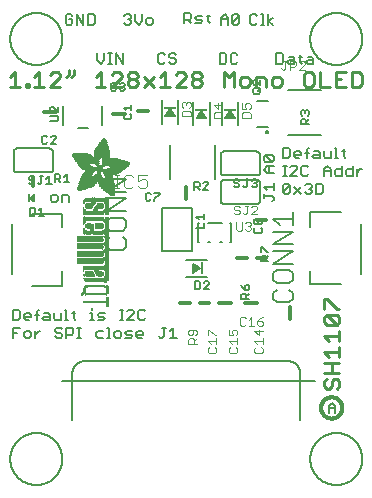
<source format=gbr>
G04 EAGLE Gerber RS-274X export*
G75*
%MOMM*%
%FSLAX34Y34*%
%LPD*%
%INSilkscreen Top*%
%IPPOS*%
%AMOC8*
5,1,8,0,0,1.08239X$1,22.5*%
G01*
%ADD10C,0.228600*%
%ADD11C,0.127000*%
%ADD12C,0.152400*%
%ADD13C,0.304800*%
%ADD14C,0.203200*%
%ADD15C,0.200000*%
%ADD16R,0.022863X0.462278*%
%ADD17R,0.022863X0.462281*%
%ADD18R,0.022863X0.436881*%
%ADD19R,0.023113X0.462278*%
%ADD20R,0.023113X0.462281*%
%ADD21R,0.023113X0.436881*%
%ADD22R,0.023116X0.462278*%
%ADD23R,0.023116X0.462281*%
%ADD24R,0.023116X0.436881*%
%ADD25R,0.023113X0.022863*%
%ADD26R,0.023116X0.091441*%
%ADD27R,0.023113X0.139700*%
%ADD28R,0.023116X0.185419*%
%ADD29R,0.023113X0.254000*%
%ADD30R,0.023113X0.299719*%
%ADD31R,0.023116X0.345438*%
%ADD32R,0.023113X0.391159*%
%ADD33R,0.023116X0.393700*%
%ADD34R,0.022863X0.325119*%
%ADD35R,0.022863X0.599438*%
%ADD36R,0.022863X0.622300*%
%ADD37R,0.022863X0.530859*%
%ADD38R,0.022863X0.439422*%
%ADD39R,0.022863X0.231138*%
%ADD40R,0.022863X0.071119*%
%ADD41R,0.022863X0.533400*%
%ADD42R,0.022863X0.208281*%
%ADD43R,0.023113X0.345441*%
%ADD44R,0.023113X0.576578*%
%ADD45R,0.023113X0.599438*%
%ADD46R,0.023113X0.508000*%
%ADD47R,0.023113X0.416563*%
%ADD48R,0.023113X0.208278*%
%ADD49R,0.023113X0.553722*%
%ADD50R,0.023113X0.208281*%
%ADD51R,0.023116X0.345441*%
%ADD52R,0.023116X0.530859*%
%ADD53R,0.023116X0.370841*%
%ADD54R,0.023116X0.162559*%
%ADD55R,0.023116X0.576581*%
%ADD56R,0.023116X0.208281*%
%ADD57R,0.023113X0.322578*%
%ADD58R,0.023113X0.485137*%
%ADD59R,0.023113X0.416559*%
%ADD60R,0.023113X0.347981*%
%ADD61R,0.023113X0.116838*%
%ADD62R,0.023113X0.647700*%
%ADD63R,0.023116X0.322581*%
%ADD64R,0.023116X0.485137*%
%ADD65R,0.023116X0.093978*%
%ADD66R,0.023116X0.231141*%
%ADD67R,0.023116X0.693419*%
%ADD68R,0.023113X0.322581*%
%ADD69R,0.023113X0.439419*%
%ADD70R,0.023113X0.370841*%
%ADD71R,0.023113X0.299722*%
%ADD72R,0.023113X0.045719*%
%ADD73R,0.023113X0.739138*%
%ADD74R,0.023113X0.414019*%
%ADD75R,0.023113X0.347978*%
%ADD76R,0.023113X0.762000*%
%ADD77R,0.023116X0.414019*%
%ADD78R,0.023116X0.182881*%
%ADD79R,0.023116X0.347978*%
%ADD80R,0.023116X0.276863*%
%ADD81R,0.023116X0.116841*%
%ADD82R,0.023116X0.276859*%
%ADD83R,0.023116X0.784863*%
%ADD84R,0.023113X0.325119*%
%ADD85R,0.023113X0.276863*%
%ADD86R,0.023113X0.276859*%
%ADD87R,0.023116X0.325119*%
%ADD88R,0.023116X0.391159*%
%ADD89R,0.023116X0.302259*%
%ADD90R,0.023116X0.254000*%
%ADD91R,0.023113X0.302259*%
%ADD92R,0.023113X0.393700*%
%ADD93R,0.023113X0.231141*%
%ADD94R,0.022863X0.302259*%
%ADD95R,0.022863X0.439419*%
%ADD96R,0.022863X0.368300*%
%ADD97R,0.022863X0.391159*%
%ADD98R,0.022863X0.416559*%
%ADD99R,0.022863X0.276863*%
%ADD100R,0.022863X0.205741*%
%ADD101R,0.023113X0.368300*%
%ADD102R,0.023113X0.205741*%
%ADD103R,0.023116X0.368300*%
%ADD104R,0.023116X0.205741*%
%ADD105R,0.023113X0.182881*%
%ADD106R,0.022863X0.276859*%
%ADD107R,0.022863X0.182881*%
%ADD108R,0.023113X0.924559*%
%ADD109R,0.023116X0.924559*%
%ADD110R,0.023113X0.901700*%
%ADD111R,0.023116X0.901700*%
%ADD112R,0.023113X0.878841*%
%ADD113R,0.023116X0.855981*%
%ADD114R,0.023113X0.833119*%
%ADD115R,0.022863X0.787400*%
%ADD116R,0.022863X0.414019*%
%ADD117R,0.022863X0.924559*%
%ADD118R,0.023113X0.739141*%
%ADD119R,0.023116X0.716281*%
%ADD120R,0.023116X0.299722*%
%ADD121R,0.023113X0.670559*%
%ADD122R,0.023116X0.647700*%
%ADD123R,0.023116X0.508000*%
%ADD124R,0.023116X0.299719*%
%ADD125R,0.023113X0.601981*%
%ADD126R,0.023113X0.530859*%
%ADD127R,0.023113X0.231138*%
%ADD128R,0.023113X0.556259*%
%ADD129R,0.023113X0.185419*%
%ADD130R,0.023116X0.533400*%
%ADD131R,0.023116X0.599438*%
%ADD132R,0.023116X0.416563*%
%ADD133R,0.023116X0.116838*%
%ADD134R,0.023113X0.485141*%
%ADD135R,0.023113X0.645159*%
%ADD136R,0.023113X0.716278*%
%ADD137R,0.022863X0.393700*%
%ADD138R,0.022863X0.762000*%
%ADD139R,0.022863X0.624841*%
%ADD140R,0.023113X0.784859*%
%ADD141R,0.023113X0.693422*%
%ADD142R,0.023116X0.830578*%
%ADD143R,0.023116X0.739141*%
%ADD144R,0.023113X0.876300*%
%ADD145R,0.023113X0.807722*%
%ADD146R,0.023116X0.899159*%
%ADD147R,0.023116X0.878841*%
%ADD148R,0.023113X0.922019*%
%ADD149R,0.023113X0.947419*%
%ADD150R,0.023116X0.970278*%
%ADD151R,0.023113X0.970278*%
%ADD152R,0.023116X0.439419*%
%ADD153R,0.022863X0.299722*%
%ADD154R,0.023116X0.416559*%
%ADD155R,0.023116X0.347981*%
%ADD156R,0.023113X0.137159*%
%ADD157R,0.023113X0.093978*%
%ADD158R,0.023113X0.091441*%
%ADD159R,0.023113X0.093981*%
%ADD160R,0.023113X0.114300*%
%ADD161R,0.023116X0.045719*%
%ADD162R,0.023116X0.045722*%
%ADD163R,0.023113X0.071119*%
%ADD164R,0.023113X0.116841*%
%ADD165R,0.023116X0.139700*%
%ADD166R,0.022863X0.322581*%
%ADD167R,0.022863X0.345441*%
%ADD168R,0.022863X0.162559*%
%ADD169R,0.022863X0.576581*%
%ADD170R,0.023113X0.668019*%
%ADD171R,0.023113X0.533400*%
%ADD172R,0.023116X1.455419*%
%ADD173R,0.023116X5.519419*%
%ADD174R,0.023113X1.455419*%
%ADD175R,0.023113X5.519419*%
%ADD176R,0.023116X5.494019*%
%ADD177R,0.023113X1.430019*%
%ADD178R,0.023113X5.494019*%
%ADD179R,0.023116X1.430019*%
%ADD180R,0.023116X5.471159*%
%ADD181R,0.023116X0.762000*%
%ADD182R,0.023113X1.407159*%
%ADD183R,0.023113X5.471159*%
%ADD184R,0.022863X1.384300*%
%ADD185R,0.022863X5.448300*%
%ADD186R,0.022863X0.716278*%
%ADD187R,0.022863X0.878841*%
%ADD188R,0.023113X1.361438*%
%ADD189R,0.023113X5.425438*%
%ADD190R,0.023116X1.338578*%
%ADD191R,0.023116X5.402578*%
%ADD192R,0.023116X0.624841*%
%ADD193R,0.023113X1.292859*%
%ADD194R,0.023113X5.356859*%
%ADD195R,0.023116X1.224278*%
%ADD196R,0.023116X5.288278*%
%ADD197R,0.127000X0.762000*%
%ADD198C,0.101600*%
%ADD199C,0.076200*%
%ADD200R,1.000000X0.200000*%
%ADD201R,0.068600X0.007600*%
%ADD202R,0.114300X0.007600*%
%ADD203R,0.152400X0.007700*%
%ADD204R,0.182900X0.007600*%
%ADD205R,0.205700X0.007600*%
%ADD206R,0.228600X0.007600*%
%ADD207R,0.259100X0.007600*%
%ADD208R,0.274300X0.007700*%
%ADD209R,0.289500X0.007600*%
%ADD210R,0.304800X0.007600*%
%ADD211R,0.320100X0.007600*%
%ADD212R,0.342900X0.007600*%
%ADD213R,0.350500X0.007700*%
%ADD214R,0.365800X0.007600*%
%ADD215R,0.381000X0.007600*%
%ADD216R,0.388600X0.007600*%
%ADD217R,0.403800X0.007600*%
%ADD218R,0.419100X0.007700*%
%ADD219R,0.426700X0.007600*%
%ADD220R,0.441900X0.007600*%
%ADD221R,0.449600X0.007600*%
%ADD222R,0.464800X0.007600*%
%ADD223R,0.480000X0.007700*%
%ADD224R,0.487600X0.007600*%
%ADD225R,0.495300X0.007600*%
%ADD226R,0.510500X0.007600*%
%ADD227R,0.518100X0.007600*%
%ADD228R,0.525700X0.007700*%
%ADD229R,0.541000X0.007600*%
%ADD230R,0.548600X0.007600*%
%ADD231R,0.563800X0.007600*%
%ADD232R,0.571500X0.007600*%
%ADD233R,0.579100X0.007700*%
%ADD234R,0.594300X0.007600*%
%ADD235R,0.601900X0.007600*%
%ADD236R,0.609600X0.007600*%
%ADD237R,0.624800X0.007600*%
%ADD238R,0.632400X0.007700*%
%ADD239R,0.640000X0.007600*%
%ADD240R,0.655300X0.007600*%
%ADD241R,0.662900X0.007600*%
%ADD242R,0.678100X0.007600*%
%ADD243R,0.685800X0.007700*%
%ADD244R,0.693400X0.007600*%
%ADD245R,0.708600X0.007600*%
%ADD246R,0.716200X0.007600*%
%ADD247R,0.723900X0.007600*%
%ADD248R,0.739100X0.007700*%
%ADD249R,0.746700X0.007600*%
%ADD250R,0.754300X0.007600*%
%ADD251R,0.769600X0.007600*%
%ADD252R,0.777200X0.007600*%
%ADD253R,0.792400X0.007700*%
%ADD254R,0.800100X0.007600*%
%ADD255R,0.807700X0.007600*%
%ADD256R,0.822900X0.007600*%
%ADD257R,0.830500X0.007600*%
%ADD258R,0.838200X0.007700*%
%ADD259R,0.091500X0.007600*%
%ADD260R,0.853400X0.007600*%
%ADD261R,0.144700X0.007600*%
%ADD262R,0.861000X0.007600*%
%ADD263R,0.190500X0.007600*%
%ADD264R,0.876300X0.007600*%
%ADD265R,0.221000X0.007600*%
%ADD266R,0.883900X0.007600*%
%ADD267R,0.259000X0.007700*%
%ADD268R,0.891500X0.007700*%
%ADD269R,0.289600X0.007600*%
%ADD270R,0.906700X0.007600*%
%ADD271R,0.914400X0.007600*%
%ADD272R,0.350500X0.007600*%
%ADD273R,0.922000X0.007600*%
%ADD274R,0.937200X0.007600*%
%ADD275R,0.411400X0.007700*%
%ADD276R,0.944800X0.007700*%
%ADD277R,0.434300X0.007600*%
%ADD278R,0.952500X0.007600*%
%ADD279R,0.464900X0.007600*%
%ADD280R,0.967700X0.007600*%
%ADD281R,0.975300X0.007600*%
%ADD282R,0.518200X0.007600*%
%ADD283R,0.990600X0.007600*%
%ADD284R,0.548600X0.007700*%
%ADD285R,0.998200X0.007700*%
%ADD286R,1.005800X0.007600*%
%ADD287R,0.594400X0.007600*%
%ADD288R,1.021000X0.007600*%
%ADD289R,0.617200X0.007600*%
%ADD290R,1.028700X0.007600*%
%ADD291R,0.647700X0.007600*%
%ADD292R,1.036300X0.007600*%
%ADD293R,0.670500X0.007700*%
%ADD294R,1.051500X0.007700*%
%ADD295R,1.059100X0.007600*%
%ADD296R,0.716300X0.007600*%
%ADD297R,1.066800X0.007600*%
%ADD298R,0.739100X0.007600*%
%ADD299R,1.074400X0.007600*%
%ADD300R,0.762000X0.007600*%
%ADD301R,1.089600X0.007600*%
%ADD302R,0.784800X0.007700*%
%ADD303R,1.097200X0.007700*%
%ADD304R,1.104900X0.007600*%
%ADD305R,0.830600X0.007600*%
%ADD306R,1.112500X0.007600*%
%ADD307R,0.845800X0.007600*%
%ADD308R,1.120100X0.007600*%
%ADD309R,0.868700X0.007600*%
%ADD310R,1.127700X0.007600*%
%ADD311R,1.135300X0.007700*%
%ADD312R,1.143000X0.007600*%
%ADD313R,0.944900X0.007600*%
%ADD314R,1.150600X0.007600*%
%ADD315R,0.960100X0.007600*%
%ADD316R,1.158200X0.007600*%
%ADD317R,0.983000X0.007600*%
%ADD318R,1.165800X0.007600*%
%ADD319R,1.005900X0.007700*%
%ADD320R,1.173400X0.007700*%
%ADD321R,1.021100X0.007600*%
%ADD322R,1.181100X0.007600*%
%ADD323R,1.044000X0.007600*%
%ADD324R,1.188700X0.007600*%
%ADD325R,1.196300X0.007600*%
%ADD326R,1.082000X0.007600*%
%ADD327R,1.203900X0.007600*%
%ADD328R,1.104900X0.007700*%
%ADD329R,1.211500X0.007700*%
%ADD330R,1.211500X0.007600*%
%ADD331R,1.219200X0.007600*%
%ADD332R,1.226800X0.007600*%
%ADD333R,1.234400X0.007600*%
%ADD334R,1.188700X0.007700*%
%ADD335R,1.242000X0.007700*%
%ADD336R,1.242000X0.007600*%
%ADD337R,1.211600X0.007600*%
%ADD338R,1.249600X0.007600*%
%ADD339R,1.257300X0.007600*%
%ADD340R,1.264900X0.007600*%
%ADD341R,1.242100X0.007700*%
%ADD342R,1.264900X0.007700*%
%ADD343R,1.272500X0.007600*%
%ADD344R,1.265000X0.007600*%
%ADD345R,1.280100X0.007600*%
%ADD346R,1.272600X0.007600*%
%ADD347R,1.287700X0.007600*%
%ADD348R,1.287800X0.007600*%
%ADD349R,1.295400X0.007700*%
%ADD350R,1.303000X0.007600*%
%ADD351R,1.318200X0.007600*%
%ADD352R,1.310600X0.007600*%
%ADD353R,1.325900X0.007600*%
%ADD354R,1.341100X0.007700*%
%ADD355R,1.318200X0.007700*%
%ADD356R,1.341100X0.007600*%
%ADD357R,1.325800X0.007600*%
%ADD358R,1.348700X0.007600*%
%ADD359R,1.364000X0.007600*%
%ADD360R,1.333500X0.007600*%
%ADD361R,1.371600X0.007700*%
%ADD362R,1.379200X0.007600*%
%ADD363R,1.379300X0.007600*%
%ADD364R,1.386900X0.007600*%
%ADD365R,1.394500X0.007600*%
%ADD366R,1.356300X0.007600*%
%ADD367R,1.394400X0.007700*%
%ADD368R,1.356300X0.007700*%
%ADD369R,1.402000X0.007600*%
%ADD370R,1.409700X0.007600*%
%ADD371R,1.363900X0.007600*%
%ADD372R,1.417300X0.007600*%
%ADD373R,1.371600X0.007600*%
%ADD374R,1.424900X0.007700*%
%ADD375R,1.424900X0.007600*%
%ADD376R,1.432600X0.007600*%
%ADD377R,1.440200X0.007600*%
%ADD378R,1.386800X0.007600*%
%ADD379R,1.447800X0.007700*%
%ADD380R,1.386800X0.007700*%
%ADD381R,1.447800X0.007600*%
%ADD382R,1.455500X0.007600*%
%ADD383R,1.394400X0.007600*%
%ADD384R,1.463100X0.007600*%
%ADD385R,1.455400X0.007700*%
%ADD386R,1.463000X0.007600*%
%ADD387R,1.470600X0.007600*%
%ADD388R,1.470600X0.007700*%
%ADD389R,1.409700X0.007700*%
%ADD390R,1.470700X0.007600*%
%ADD391R,1.402100X0.007600*%
%ADD392R,1.478300X0.007600*%
%ADD393R,1.478300X0.007700*%
%ADD394R,1.402100X0.007700*%
%ADD395R,1.485900X0.007600*%
%ADD396R,1.485900X0.007700*%
%ADD397R,1.493500X0.007700*%
%ADD398R,1.493500X0.007600*%
%ADD399R,1.394500X0.007700*%
%ADD400R,1.493600X0.007700*%
%ADD401R,1.386900X0.007700*%
%ADD402R,1.379200X0.007700*%
%ADD403R,2.857500X0.007700*%
%ADD404R,2.857500X0.007600*%
%ADD405R,2.849900X0.007600*%
%ADD406R,2.842300X0.007600*%
%ADD407R,2.834700X0.007700*%
%ADD408R,2.827000X0.007600*%
%ADD409R,2.819400X0.007600*%
%ADD410R,2.811800X0.007600*%
%ADD411R,2.811800X0.007700*%
%ADD412R,2.804100X0.007600*%
%ADD413R,2.796500X0.007600*%
%ADD414R,1.966000X0.007600*%
%ADD415R,1.943100X0.007600*%
%ADD416R,0.754400X0.007600*%
%ADD417R,1.927900X0.007700*%
%ADD418R,0.746700X0.007700*%
%ADD419R,1.912600X0.007600*%
%ADD420R,0.731500X0.007600*%
%ADD421R,1.905000X0.007600*%
%ADD422R,1.882200X0.007600*%
%ADD423R,1.874600X0.007600*%
%ADD424R,1.866900X0.007700*%
%ADD425R,0.708700X0.007700*%
%ADD426R,1.851600X0.007600*%
%ADD427R,0.701100X0.007600*%
%ADD428R,1.844000X0.007600*%
%ADD429R,1.836400X0.007600*%
%ADD430R,1.821200X0.007600*%
%ADD431R,0.685800X0.007600*%
%ADD432R,1.813500X0.007700*%
%ADD433R,1.805900X0.007600*%
%ADD434R,0.678200X0.007600*%
%ADD435R,1.790700X0.007600*%
%ADD436R,0.670600X0.007600*%
%ADD437R,1.775500X0.007600*%
%ADD438R,1.767900X0.007700*%
%ADD439R,0.663000X0.007700*%
%ADD440R,1.760200X0.007600*%
%ADD441R,1.752600X0.007600*%
%ADD442R,0.937300X0.007600*%
%ADD443R,0.792500X0.007600*%
%ADD444R,0.899100X0.007600*%
%ADD445R,0.883900X0.007700*%
%ADD446R,0.716300X0.007700*%
%ADD447R,0.647700X0.007700*%
%ADD448R,0.640100X0.007600*%
%ADD449R,0.632500X0.007600*%
%ADD450R,0.655400X0.007600*%
%ADD451R,0.632400X0.007600*%
%ADD452R,0.845800X0.007700*%
%ADD453R,0.617200X0.007700*%
%ADD454R,0.624800X0.007700*%
%ADD455R,0.602000X0.007600*%
%ADD456R,0.838200X0.007600*%
%ADD457R,0.586700X0.007600*%
%ADD458R,0.548700X0.007600*%
%ADD459R,0.830500X0.007700*%
%ADD460R,0.541000X0.007700*%
%ADD461R,0.594300X0.007700*%
%ADD462R,0.525800X0.007600*%
%ADD463R,0.586800X0.007600*%
%ADD464R,0.815300X0.007600*%
%ADD465R,0.579200X0.007600*%
%ADD466R,0.815400X0.007600*%
%ADD467R,0.815400X0.007700*%
%ADD468R,0.571500X0.007700*%
%ADD469R,0.807800X0.007600*%
%ADD470R,0.563900X0.007600*%
%ADD471R,0.457200X0.007600*%
%ADD472R,0.442000X0.007600*%
%ADD473R,0.556300X0.007600*%
%ADD474R,0.807700X0.007700*%
%ADD475R,0.411500X0.007600*%
%ADD476R,0.533400X0.007600*%
%ADD477R,0.076200X0.007600*%
%ADD478R,0.403900X0.007600*%
%ADD479R,0.525700X0.007600*%
%ADD480R,0.388700X0.007600*%
%ADD481R,0.297200X0.007600*%
%ADD482R,0.373400X0.007700*%
%ADD483R,0.503000X0.007700*%
%ADD484R,0.426800X0.007700*%
%ADD485R,0.358100X0.007600*%
%ADD486R,0.502900X0.007600*%
%ADD487R,0.472400X0.007600*%
%ADD488R,0.487700X0.007600*%
%ADD489R,0.335300X0.007600*%
%ADD490R,0.792500X0.007700*%
%ADD491R,0.327600X0.007700*%
%ADD492R,0.472400X0.007700*%
%ADD493R,0.640000X0.007700*%
%ADD494R,0.784800X0.007600*%
%ADD495R,0.320000X0.007600*%
%ADD496R,0.792400X0.007600*%
%ADD497R,1.173400X0.007600*%
%ADD498R,1.196400X0.007600*%
%ADD499R,0.784900X0.007600*%
%ADD500R,0.784900X0.007700*%
%ADD501R,0.297200X0.007700*%
%ADD502R,1.249700X0.007600*%
%ADD503R,0.281900X0.007600*%
%ADD504R,1.295400X0.007600*%
%ADD505R,0.266700X0.007600*%
%ADD506R,0.777300X0.007700*%
%ADD507R,0.266700X0.007700*%
%ADD508R,1.333500X0.007700*%
%ADD509R,0.777300X0.007600*%
%ADD510R,1.348800X0.007600*%
%ADD511R,0.251500X0.007600*%
%ADD512R,0.243900X0.007700*%
%ADD513R,0.243900X0.007600*%
%ADD514R,1.440100X0.007600*%
%ADD515R,0.236200X0.007600*%
%ADD516R,0.762000X0.007700*%
%ADD517R,0.236200X0.007700*%
%ADD518R,1.508700X0.007700*%
%ADD519R,1.531600X0.007600*%
%ADD520R,1.546900X0.007600*%
%ADD521R,1.569700X0.007600*%
%ADD522R,1.585000X0.007600*%
%ADD523R,0.746800X0.007700*%
%ADD524R,1.607800X0.007700*%
%ADD525R,0.243800X0.007600*%
%ADD526R,1.630700X0.007600*%
%ADD527R,1.653500X0.007600*%
%ADD528R,0.739200X0.007600*%
%ADD529R,1.684000X0.007600*%
%ADD530R,2.019300X0.007600*%
%ADD531R,0.731500X0.007700*%
%ADD532R,2.026900X0.007700*%
%ADD533R,2.049800X0.007600*%
%ADD534R,2.057400X0.007600*%
%ADD535R,0.708700X0.007600*%
%ADD536R,2.072600X0.007600*%
%ADD537R,0.701000X0.007600*%
%ADD538R,2.095500X0.007600*%
%ADD539R,0.693500X0.007700*%
%ADD540R,2.110800X0.007700*%
%ADD541R,2.141200X0.007600*%
%ADD542R,0.060900X0.007600*%
%ADD543R,2.872700X0.007600*%
%ADD544R,3.124200X0.007600*%
%ADD545R,3.177600X0.007600*%
%ADD546R,3.215600X0.007700*%
%ADD547R,3.253700X0.007600*%
%ADD548R,3.284300X0.007600*%
%ADD549R,3.314700X0.007600*%
%ADD550R,3.352800X0.007600*%
%ADD551R,3.375600X0.007700*%
%ADD552R,3.406200X0.007600*%
%ADD553R,3.429000X0.007600*%
%ADD554R,3.451800X0.007600*%
%ADD555R,3.482400X0.007600*%
%ADD556R,1.828800X0.007700*%
%ADD557R,1.539300X0.007700*%
%ADD558R,1.767900X0.007600*%
%ADD559R,1.767800X0.007600*%
%ADD560R,1.760200X0.007700*%
%ADD561R,1.760300X0.007600*%
%ADD562R,1.775400X0.007700*%
%ADD563R,1.379300X0.007700*%
%ADD564R,1.783000X0.007600*%
%ADD565R,1.813500X0.007600*%
%ADD566R,1.821100X0.007700*%
%ADD567R,0.503000X0.007600*%
%ADD568R,1.135400X0.007600*%
%ADD569R,1.127700X0.007700*%
%ADD570R,0.487700X0.007700*%
%ADD571R,1.120200X0.007600*%
%ADD572R,1.097300X0.007600*%
%ADD573R,0.510600X0.007600*%
%ADD574R,1.074400X0.007700*%
%ADD575R,0.525800X0.007700*%
%ADD576R,1.440200X0.007700*%
%ADD577R,1.059200X0.007600*%
%ADD578R,1.051600X0.007600*%
%ADD579R,1.051500X0.007600*%
%ADD580R,1.043900X0.007700*%
%ADD581R,0.602000X0.007700*%
%ADD582R,1.524000X0.007600*%
%ADD583R,1.539300X0.007600*%
%ADD584R,1.592600X0.007600*%
%ADD585R,1.021100X0.007700*%
%ADD586R,1.615400X0.007700*%
%ADD587R,1.013400X0.007600*%
%ADD588R,1.653600X0.007600*%
%ADD589R,1.013500X0.007600*%
%ADD590R,1.699300X0.007600*%
%ADD591R,2.743200X0.007600*%
%ADD592R,1.005900X0.007600*%
%ADD593R,2.415500X0.007600*%
%ADD594R,1.005800X0.007700*%
%ADD595R,0.281900X0.007700*%
%ADD596R,2.408000X0.007700*%
%ADD597R,2.407900X0.007600*%
%ADD598R,0.998200X0.007600*%
%ADD599R,0.282000X0.007600*%
%ADD600R,0.998300X0.007600*%
%ADD601R,2.400300X0.007600*%
%ADD602R,0.289500X0.007700*%
%ADD603R,2.400300X0.007700*%
%ADD604R,0.297100X0.007600*%
%ADD605R,0.312400X0.007600*%
%ADD606R,2.392700X0.007600*%
%ADD607R,0.990600X0.007700*%
%ADD608R,0.327700X0.007700*%
%ADD609R,2.392700X0.007700*%
%ADD610R,2.385100X0.007600*%
%ADD611R,0.381000X0.007700*%
%ADD612R,2.377400X0.007700*%
%ADD613R,2.377400X0.007600*%
%ADD614R,2.369800X0.007600*%
%ADD615R,0.419100X0.007600*%
%ADD616R,2.362200X0.007600*%
%ADD617R,0.426800X0.007600*%
%ADD618R,1.036300X0.007700*%
%ADD619R,0.442000X0.007700*%
%ADD620R,2.354600X0.007700*%
%ADD621R,2.354600X0.007600*%
%ADD622R,0.480100X0.007600*%
%ADD623R,2.347000X0.007600*%
%ADD624R,1.074500X0.007600*%
%ADD625R,2.339400X0.007600*%
%ADD626R,1.082100X0.007700*%
%ADD627R,0.548700X0.007700*%
%ADD628R,2.331800X0.007700*%
%ADD629R,2.331800X0.007600*%
%ADD630R,0.624900X0.007600*%
%ADD631R,2.324100X0.007600*%
%ADD632R,1.859300X0.007600*%
%ADD633R,2.308800X0.007600*%
%ADD634R,2.301200X0.007700*%
%ADD635R,2.301200X0.007600*%
%ADD636R,2.293600X0.007600*%
%ADD637R,2.278400X0.007600*%
%ADD638R,1.889800X0.007600*%
%ADD639R,2.270700X0.007600*%
%ADD640R,1.897400X0.007700*%
%ADD641R,2.255500X0.007700*%
%ADD642R,1.897400X0.007600*%
%ADD643R,2.247900X0.007600*%
%ADD644R,2.232600X0.007600*%
%ADD645R,1.912700X0.007600*%
%ADD646R,2.209800X0.007600*%
%ADD647R,1.920300X0.007600*%
%ADD648R,2.186900X0.007600*%
%ADD649R,1.920300X0.007700*%
%ADD650R,2.171700X0.007700*%
%ADD651R,1.935500X0.007600*%
%ADD652R,2.148800X0.007600*%
%ADD653R,2.126000X0.007600*%
%ADD654R,1.950700X0.007600*%
%ADD655R,1.958400X0.007700*%
%ADD656R,2.042200X0.007700*%
%ADD657R,1.973600X0.007600*%
%ADD658R,1.996500X0.007600*%
%ADD659R,1.981200X0.007600*%
%ADD660R,1.988800X0.007600*%
%ADD661R,1.996400X0.007700*%
%ADD662R,1.996400X0.007600*%
%ADD663R,2.004100X0.007600*%
%ADD664R,1.874500X0.007600*%
%ADD665R,1.425000X0.007600*%
%ADD666R,2.026900X0.007600*%
%ADD667R,0.434400X0.007700*%
%ADD668R,1.364000X0.007700*%
%ADD669R,2.034500X0.007600*%
%ADD670R,0.434400X0.007600*%
%ADD671R,2.049700X0.007600*%
%ADD672R,2.065000X0.007700*%
%ADD673R,0.464800X0.007700*%
%ADD674R,1.196300X0.007700*%
%ADD675R,2.080300X0.007600*%
%ADD676R,1.158300X0.007600*%
%ADD677R,2.087900X0.007600*%
%ADD678R,0.472500X0.007600*%
%ADD679R,2.103100X0.007600*%
%ADD680R,2.118400X0.007600*%
%ADD681R,2.133600X0.007600*%
%ADD682R,2.148800X0.007700*%
%ADD683R,2.164000X0.007600*%
%ADD684R,2.171700X0.007600*%
%ADD685R,2.187000X0.007600*%
%ADD686R,0.556200X0.007600*%
%ADD687R,2.202200X0.007700*%
%ADD688R,0.556200X0.007700*%
%ADD689R,0.640100X0.007700*%
%ADD690R,0.579100X0.007600*%
%ADD691R,0.480000X0.007600*%
%ADD692R,1.752600X0.007700*%
%ADD693R,0.487600X0.007700*%
%ADD694R,0.594400X0.007700*%
%ADD695R,0.358100X0.007700*%
%ADD696R,0.099000X0.007600*%
%ADD697R,1.280200X0.007600*%
%ADD698R,1.745000X0.007600*%
%ADD699R,1.744900X0.007600*%
%ADD700R,1.737300X0.007700*%
%ADD701R,1.737400X0.007600*%
%ADD702R,1.729800X0.007600*%
%ADD703R,1.722200X0.007600*%
%ADD704R,1.722100X0.007600*%
%ADD705R,1.714500X0.007700*%
%ADD706R,1.356400X0.007700*%
%ADD707R,1.706900X0.007600*%
%ADD708R,1.356400X0.007600*%
%ADD709R,1.691700X0.007600*%
%ADD710R,1.668800X0.007700*%
%ADD711R,1.645900X0.007600*%
%ADD712R,1.623100X0.007600*%
%ADD713R,1.577400X0.007600*%
%ADD714R,1.554400X0.007600*%
%ADD715R,1.539200X0.007600*%
%ADD716R,1.524000X0.007700*%
%ADD717R,1.501100X0.007600*%
%ADD718R,1.455400X0.007600*%
%ADD719R,1.348800X0.007700*%
%ADD720R,1.318300X0.007600*%
%ADD721R,1.310600X0.007700*%
%ADD722R,1.287800X0.007700*%
%ADD723R,1.234500X0.007600*%
%ADD724R,1.226900X0.007600*%
%ADD725R,1.173500X0.007700*%
%ADD726R,1.173500X0.007600*%
%ADD727R,1.165900X0.007600*%
%ADD728R,1.143000X0.007700*%
%ADD729R,1.127800X0.007600*%
%ADD730R,1.097200X0.007600*%
%ADD731R,1.028700X0.007700*%
%ADD732R,0.982900X0.007600*%
%ADD733R,0.952500X0.007700*%
%ADD734R,0.929600X0.007600*%
%ADD735R,0.906800X0.007700*%
%ADD736R,0.906800X0.007600*%
%ADD737R,0.899200X0.007600*%
%ADD738R,0.884000X0.007600*%
%ADD739R,0.876300X0.007700*%
%ADD740R,0.830600X0.007700*%
%ADD741R,0.754400X0.007700*%
%ADD742R,0.746800X0.007600*%
%ADD743R,0.708600X0.007700*%
%ADD744R,0.678200X0.007700*%
%ADD745R,0.663000X0.007600*%
%ADD746R,0.632500X0.007700*%
%ADD747R,0.556300X0.007700*%
%ADD748R,0.518200X0.007700*%
%ADD749R,0.434300X0.007700*%
%ADD750R,0.396300X0.007700*%
%ADD751R,0.373300X0.007600*%
%ADD752R,0.365700X0.007600*%
%ADD753R,0.327700X0.007600*%
%ADD754R,0.304800X0.007700*%
%ADD755R,0.274300X0.007600*%
%ADD756R,0.243800X0.007700*%
%ADD757R,0.205800X0.007600*%
%ADD758R,0.152400X0.007600*%
%ADD759R,0.121900X0.007700*%
%ADD760R,0.200000X1.000000*%

G36*
X140501Y265219D02*
X140501Y265219D01*
X140573Y265219D01*
X140641Y265239D01*
X140712Y265249D01*
X140777Y265278D01*
X140846Y265298D01*
X140906Y265336D01*
X140971Y265365D01*
X141026Y265411D01*
X141086Y265449D01*
X141134Y265503D01*
X141188Y265549D01*
X141228Y265608D01*
X141275Y265662D01*
X141306Y265726D01*
X141346Y265785D01*
X141367Y265854D01*
X141398Y265918D01*
X141410Y265988D01*
X141431Y266056D01*
X141433Y266128D01*
X141445Y266199D01*
X141437Y266269D01*
X141439Y266340D01*
X141420Y266410D01*
X141412Y266481D01*
X141387Y266536D01*
X141367Y266615D01*
X141306Y266718D01*
X141275Y266787D01*
X139275Y269787D01*
X139198Y269874D01*
X139125Y269964D01*
X139103Y269979D01*
X139085Y269999D01*
X138988Y270061D01*
X138893Y270128D01*
X138867Y270136D01*
X138845Y270151D01*
X138734Y270183D01*
X138624Y270221D01*
X138597Y270222D01*
X138572Y270229D01*
X138456Y270229D01*
X138340Y270235D01*
X138314Y270229D01*
X138287Y270229D01*
X138176Y270197D01*
X138063Y270171D01*
X138040Y270158D01*
X138014Y270150D01*
X137916Y270088D01*
X137815Y270032D01*
X137799Y270014D01*
X137774Y269999D01*
X137589Y269791D01*
X137585Y269787D01*
X135585Y266787D01*
X135554Y266723D01*
X135515Y266663D01*
X135493Y266595D01*
X135462Y266531D01*
X135450Y266460D01*
X135429Y266392D01*
X135427Y266321D01*
X135415Y266251D01*
X135423Y266179D01*
X135421Y266108D01*
X135439Y266039D01*
X135448Y265968D01*
X135475Y265902D01*
X135493Y265833D01*
X135530Y265772D01*
X135557Y265706D01*
X135602Y265650D01*
X135639Y265588D01*
X135690Y265539D01*
X135735Y265484D01*
X135794Y265443D01*
X135846Y265394D01*
X135909Y265361D01*
X135967Y265320D01*
X136035Y265297D01*
X136099Y265264D01*
X136158Y265254D01*
X136236Y265227D01*
X136355Y265221D01*
X136430Y265209D01*
X140430Y265209D01*
X140501Y265219D01*
G37*
G36*
X191301Y263949D02*
X191301Y263949D01*
X191373Y263949D01*
X191441Y263969D01*
X191512Y263979D01*
X191577Y264008D01*
X191646Y264028D01*
X191706Y264066D01*
X191771Y264095D01*
X191826Y264141D01*
X191886Y264179D01*
X191934Y264233D01*
X191988Y264279D01*
X192028Y264338D01*
X192075Y264392D01*
X192106Y264456D01*
X192146Y264515D01*
X192167Y264584D01*
X192198Y264648D01*
X192210Y264718D01*
X192231Y264786D01*
X192233Y264858D01*
X192245Y264929D01*
X192237Y264999D01*
X192239Y265070D01*
X192220Y265140D01*
X192212Y265211D01*
X192187Y265266D01*
X192167Y265345D01*
X192106Y265448D01*
X192075Y265517D01*
X190075Y268517D01*
X189998Y268604D01*
X189925Y268694D01*
X189903Y268709D01*
X189885Y268729D01*
X189788Y268791D01*
X189693Y268858D01*
X189667Y268866D01*
X189645Y268881D01*
X189534Y268913D01*
X189424Y268951D01*
X189397Y268952D01*
X189372Y268959D01*
X189256Y268959D01*
X189140Y268965D01*
X189114Y268959D01*
X189087Y268959D01*
X188976Y268927D01*
X188863Y268901D01*
X188840Y268888D01*
X188814Y268880D01*
X188716Y268818D01*
X188615Y268762D01*
X188599Y268744D01*
X188574Y268729D01*
X188389Y268521D01*
X188385Y268517D01*
X186385Y265517D01*
X186354Y265453D01*
X186315Y265393D01*
X186293Y265325D01*
X186262Y265261D01*
X186250Y265190D01*
X186229Y265122D01*
X186227Y265051D01*
X186215Y264981D01*
X186223Y264909D01*
X186221Y264838D01*
X186239Y264769D01*
X186248Y264698D01*
X186275Y264632D01*
X186293Y264563D01*
X186330Y264502D01*
X186357Y264436D01*
X186402Y264380D01*
X186439Y264318D01*
X186490Y264269D01*
X186535Y264214D01*
X186594Y264173D01*
X186646Y264124D01*
X186709Y264091D01*
X186767Y264050D01*
X186835Y264027D01*
X186899Y263994D01*
X186958Y263984D01*
X187036Y263957D01*
X187155Y263951D01*
X187230Y263939D01*
X191230Y263939D01*
X191301Y263949D01*
G37*
G36*
X167171Y263949D02*
X167171Y263949D01*
X167243Y263949D01*
X167311Y263969D01*
X167382Y263979D01*
X167447Y264008D01*
X167516Y264028D01*
X167576Y264066D01*
X167641Y264095D01*
X167696Y264141D01*
X167756Y264179D01*
X167804Y264233D01*
X167858Y264279D01*
X167898Y264338D01*
X167945Y264392D01*
X167976Y264456D01*
X168016Y264515D01*
X168037Y264584D01*
X168068Y264648D01*
X168080Y264718D01*
X168101Y264786D01*
X168103Y264858D01*
X168115Y264929D01*
X168107Y264999D01*
X168109Y265070D01*
X168090Y265140D01*
X168082Y265211D01*
X168057Y265266D01*
X168037Y265345D01*
X167976Y265448D01*
X167945Y265517D01*
X165945Y268517D01*
X165868Y268604D01*
X165795Y268694D01*
X165773Y268709D01*
X165755Y268729D01*
X165658Y268791D01*
X165563Y268858D01*
X165537Y268866D01*
X165515Y268881D01*
X165404Y268913D01*
X165294Y268951D01*
X165267Y268952D01*
X165242Y268959D01*
X165126Y268959D01*
X165010Y268965D01*
X164984Y268959D01*
X164957Y268959D01*
X164846Y268927D01*
X164733Y268901D01*
X164710Y268888D01*
X164684Y268880D01*
X164586Y268818D01*
X164485Y268762D01*
X164469Y268744D01*
X164444Y268729D01*
X164259Y268521D01*
X164255Y268517D01*
X162255Y265517D01*
X162224Y265453D01*
X162185Y265393D01*
X162163Y265325D01*
X162132Y265261D01*
X162120Y265190D01*
X162099Y265122D01*
X162097Y265051D01*
X162085Y264981D01*
X162093Y264909D01*
X162091Y264838D01*
X162109Y264769D01*
X162118Y264698D01*
X162145Y264632D01*
X162163Y264563D01*
X162200Y264502D01*
X162227Y264436D01*
X162272Y264380D01*
X162309Y264318D01*
X162360Y264269D01*
X162405Y264214D01*
X162464Y264173D01*
X162516Y264124D01*
X162579Y264091D01*
X162637Y264050D01*
X162705Y264027D01*
X162769Y263994D01*
X162828Y263984D01*
X162906Y263957D01*
X163025Y263951D01*
X163100Y263939D01*
X167100Y263939D01*
X167171Y263949D01*
G37*
G36*
X159335Y132883D02*
X159335Y132883D01*
X159406Y132881D01*
X159476Y132900D01*
X159547Y132908D01*
X159602Y132933D01*
X159681Y132953D01*
X159784Y133014D01*
X159853Y133045D01*
X162853Y135045D01*
X162940Y135122D01*
X163030Y135195D01*
X163045Y135217D01*
X163065Y135235D01*
X163127Y135332D01*
X163194Y135427D01*
X163202Y135453D01*
X163217Y135475D01*
X163249Y135586D01*
X163287Y135696D01*
X163288Y135723D01*
X163295Y135748D01*
X163295Y135864D01*
X163301Y135980D01*
X163295Y136006D01*
X163295Y136033D01*
X163263Y136144D01*
X163237Y136257D01*
X163224Y136280D01*
X163216Y136306D01*
X163154Y136404D01*
X163098Y136505D01*
X163080Y136521D01*
X163065Y136546D01*
X162857Y136731D01*
X162853Y136735D01*
X159853Y138735D01*
X159789Y138766D01*
X159729Y138806D01*
X159661Y138827D01*
X159597Y138858D01*
X159526Y138870D01*
X159458Y138891D01*
X159387Y138893D01*
X159317Y138905D01*
X159245Y138897D01*
X159174Y138899D01*
X159105Y138881D01*
X159034Y138872D01*
X158968Y138845D01*
X158899Y138827D01*
X158838Y138790D01*
X158772Y138763D01*
X158716Y138718D01*
X158654Y138682D01*
X158605Y138630D01*
X158550Y138585D01*
X158509Y138527D01*
X158460Y138474D01*
X158427Y138411D01*
X158386Y138353D01*
X158363Y138285D01*
X158330Y138221D01*
X158320Y138162D01*
X158293Y138084D01*
X158287Y137965D01*
X158275Y137890D01*
X158275Y133890D01*
X158285Y133819D01*
X158285Y133747D01*
X158305Y133679D01*
X158315Y133609D01*
X158344Y133543D01*
X158364Y133474D01*
X158402Y133414D01*
X158431Y133349D01*
X158477Y133294D01*
X158515Y133234D01*
X158569Y133186D01*
X158615Y133132D01*
X158674Y133092D01*
X158728Y133045D01*
X158792Y133014D01*
X158851Y132975D01*
X158920Y132953D01*
X158984Y132922D01*
X159054Y132910D01*
X159122Y132889D01*
X159194Y132887D01*
X159265Y132875D01*
X159335Y132883D01*
G37*
G36*
X23378Y192283D02*
X23378Y192283D01*
X23407Y192280D01*
X23499Y192300D01*
X23592Y192313D01*
X23619Y192326D01*
X23648Y192332D01*
X23728Y192380D01*
X23812Y192422D01*
X23833Y192443D01*
X23859Y192458D01*
X23920Y192530D01*
X23986Y192596D01*
X23999Y192622D01*
X24019Y192645D01*
X24054Y192732D01*
X24096Y192816D01*
X24100Y192846D01*
X24111Y192873D01*
X24129Y193040D01*
X24129Y198120D01*
X24124Y198149D01*
X24127Y198179D01*
X24105Y198270D01*
X24090Y198363D01*
X24076Y198389D01*
X24069Y198418D01*
X24018Y198497D01*
X23974Y198580D01*
X23953Y198601D01*
X23937Y198626D01*
X23864Y198685D01*
X23796Y198750D01*
X23769Y198762D01*
X23746Y198781D01*
X23658Y198814D01*
X23573Y198853D01*
X23543Y198856D01*
X23516Y198867D01*
X23422Y198870D01*
X23329Y198880D01*
X23299Y198874D01*
X23270Y198875D01*
X23180Y198848D01*
X23088Y198828D01*
X23063Y198813D01*
X23034Y198804D01*
X22892Y198714D01*
X19717Y196174D01*
X19648Y196097D01*
X19575Y196024D01*
X19566Y196007D01*
X19553Y195992D01*
X19511Y195896D01*
X19465Y195804D01*
X19463Y195784D01*
X19455Y195766D01*
X19446Y195663D01*
X19432Y195560D01*
X19436Y195541D01*
X19434Y195521D01*
X19459Y195420D01*
X19478Y195318D01*
X19488Y195301D01*
X19492Y195282D01*
X19548Y195195D01*
X19599Y195104D01*
X19616Y195087D01*
X19624Y195074D01*
X19649Y195054D01*
X19717Y194986D01*
X22892Y192446D01*
X22918Y192431D01*
X22940Y192411D01*
X23025Y192371D01*
X23107Y192325D01*
X23136Y192319D01*
X23163Y192307D01*
X23256Y192297D01*
X23348Y192279D01*
X23378Y192283D01*
G37*
D10*
X3337Y297991D02*
X7489Y302144D01*
X7489Y289687D01*
X3337Y289687D02*
X11641Y289687D01*
X16902Y289687D02*
X16902Y291763D01*
X18978Y291763D01*
X18978Y289687D01*
X16902Y289687D01*
X23684Y297991D02*
X27837Y302144D01*
X27837Y289687D01*
X31989Y289687D02*
X23684Y289687D01*
X37249Y289687D02*
X45554Y289687D01*
X45554Y297991D02*
X37249Y289687D01*
X45554Y297991D02*
X45554Y300068D01*
X43478Y302144D01*
X39325Y302144D01*
X37249Y300068D01*
X52891Y300068D02*
X52891Y304220D01*
X52891Y300068D02*
X50814Y297991D01*
X57043Y300068D02*
X57043Y304220D01*
X57043Y300068D02*
X54967Y297991D01*
X75684Y297991D02*
X79836Y302144D01*
X79836Y289687D01*
X75684Y289687D02*
X83988Y289687D01*
X89249Y289687D02*
X97553Y289687D01*
X89249Y289687D02*
X97553Y297991D01*
X97553Y300068D01*
X95477Y302144D01*
X91325Y302144D01*
X89249Y300068D01*
X102814Y300068D02*
X104890Y302144D01*
X109042Y302144D01*
X111118Y300068D01*
X111118Y297991D01*
X109042Y295915D01*
X111118Y293839D01*
X111118Y291763D01*
X109042Y289687D01*
X104890Y289687D01*
X102814Y291763D01*
X102814Y293839D01*
X104890Y295915D01*
X102814Y297991D01*
X102814Y300068D01*
X104890Y295915D02*
X109042Y295915D01*
X116379Y297991D02*
X124683Y289687D01*
X116379Y289687D02*
X124683Y297991D01*
X129944Y297991D02*
X134096Y302144D01*
X134096Y289687D01*
X129944Y289687D02*
X138248Y289687D01*
X143509Y289687D02*
X151813Y289687D01*
X143509Y289687D02*
X151813Y297991D01*
X151813Y300068D01*
X149737Y302144D01*
X145585Y302144D01*
X143509Y300068D01*
X157074Y300068D02*
X159150Y302144D01*
X163302Y302144D01*
X165378Y300068D01*
X165378Y297991D01*
X163302Y295915D01*
X165378Y293839D01*
X165378Y291763D01*
X163302Y289687D01*
X159150Y289687D01*
X157074Y291763D01*
X157074Y293839D01*
X159150Y295915D01*
X157074Y297991D01*
X157074Y300068D01*
X159150Y295915D02*
X163302Y295915D01*
X184204Y289687D02*
X184204Y302144D01*
X188356Y297991D01*
X192508Y302144D01*
X192508Y289687D01*
X199845Y289687D02*
X203997Y289687D01*
X206073Y291763D01*
X206073Y295915D01*
X203997Y297991D01*
X199845Y297991D01*
X197769Y295915D01*
X197769Y291763D01*
X199845Y289687D01*
X211334Y289687D02*
X211334Y297991D01*
X217562Y297991D01*
X219638Y295915D01*
X219638Y289687D01*
X226975Y289687D02*
X231127Y289687D01*
X233203Y291763D01*
X233203Y295915D01*
X231127Y297991D01*
X226975Y297991D01*
X224899Y295915D01*
X224899Y291763D01*
X226975Y289687D01*
X254105Y302144D02*
X258257Y302144D01*
X254105Y302144D02*
X252029Y300068D01*
X252029Y291763D01*
X254105Y289687D01*
X258257Y289687D01*
X260333Y291763D01*
X260333Y300068D01*
X258257Y302144D01*
X265594Y302144D02*
X265594Y289687D01*
X273898Y289687D01*
X279159Y302144D02*
X287464Y302144D01*
X279159Y302144D02*
X279159Y289687D01*
X287464Y289687D01*
X283311Y295915D02*
X279159Y295915D01*
X292724Y302144D02*
X292724Y289687D01*
X298952Y289687D01*
X301029Y291763D01*
X301029Y300068D01*
X298952Y302144D01*
X292724Y302144D01*
D11*
X41914Y192405D02*
X38948Y192405D01*
X41914Y192405D02*
X43397Y193888D01*
X43397Y196854D01*
X41914Y198337D01*
X38948Y198337D01*
X37465Y196854D01*
X37465Y193888D01*
X38948Y192405D01*
X46820Y192405D02*
X46820Y198337D01*
X51269Y198337D01*
X52752Y196854D01*
X52752Y192405D01*
X5715Y100973D02*
X5715Y92075D01*
X10164Y92075D01*
X11647Y93558D01*
X11647Y99490D01*
X10164Y100973D01*
X5715Y100973D01*
X16553Y92075D02*
X19519Y92075D01*
X16553Y92075D02*
X15070Y93558D01*
X15070Y96524D01*
X16553Y98007D01*
X19519Y98007D01*
X21002Y96524D01*
X21002Y95041D01*
X15070Y95041D01*
X25908Y92075D02*
X25908Y99490D01*
X27391Y100973D01*
X27391Y96524D02*
X24425Y96524D01*
X32145Y98007D02*
X35111Y98007D01*
X36594Y96524D01*
X36594Y92075D01*
X32145Y92075D01*
X30662Y93558D01*
X32145Y95041D01*
X36594Y95041D01*
X40017Y93558D02*
X40017Y98007D01*
X40017Y93558D02*
X41500Y92075D01*
X45949Y92075D01*
X45949Y98007D01*
X49373Y100973D02*
X50855Y100973D01*
X50855Y92075D01*
X49373Y92075D02*
X52338Y92075D01*
X57092Y93558D02*
X57092Y99490D01*
X57092Y93558D02*
X58575Y92075D01*
X58575Y98007D02*
X55609Y98007D01*
X71201Y98007D02*
X72684Y98007D01*
X72684Y92075D01*
X71201Y92075D02*
X74167Y92075D01*
X72684Y100973D02*
X72684Y102456D01*
X77438Y92075D02*
X81887Y92075D01*
X83370Y93558D01*
X81887Y95041D01*
X78921Y95041D01*
X77438Y96524D01*
X78921Y98007D01*
X83370Y98007D01*
X96148Y92075D02*
X99114Y92075D01*
X97631Y92075D02*
X97631Y100973D01*
X96148Y100973D02*
X99114Y100973D01*
X102385Y92075D02*
X108317Y92075D01*
X102385Y92075D02*
X108317Y98007D01*
X108317Y99490D01*
X106834Y100973D01*
X103868Y100973D01*
X102385Y99490D01*
X116189Y100973D02*
X117672Y99490D01*
X116189Y100973D02*
X113223Y100973D01*
X111740Y99490D01*
X111740Y93558D01*
X113223Y92075D01*
X116189Y92075D01*
X117672Y93558D01*
X5715Y85733D02*
X5715Y76835D01*
X5715Y85733D02*
X11647Y85733D01*
X8681Y81284D02*
X5715Y81284D01*
X16553Y76835D02*
X19519Y76835D01*
X21002Y78318D01*
X21002Y81284D01*
X19519Y82767D01*
X16553Y82767D01*
X15070Y81284D01*
X15070Y78318D01*
X16553Y76835D01*
X24425Y76835D02*
X24425Y82767D01*
X24425Y79801D02*
X27391Y82767D01*
X28874Y82767D01*
X46025Y85733D02*
X47508Y84250D01*
X46025Y85733D02*
X43059Y85733D01*
X41577Y84250D01*
X41577Y82767D01*
X43059Y81284D01*
X46025Y81284D01*
X47508Y79801D01*
X47508Y78318D01*
X46025Y76835D01*
X43059Y76835D01*
X41577Y78318D01*
X50932Y76835D02*
X50932Y85733D01*
X55381Y85733D01*
X56863Y84250D01*
X56863Y81284D01*
X55381Y79801D01*
X50932Y79801D01*
X60287Y76835D02*
X63253Y76835D01*
X61770Y76835D02*
X61770Y85733D01*
X60287Y85733D02*
X63253Y85733D01*
X77362Y82767D02*
X81811Y82767D01*
X77362Y82767D02*
X75879Y81284D01*
X75879Y78318D01*
X77362Y76835D01*
X81811Y76835D01*
X85234Y85733D02*
X86717Y85733D01*
X86717Y76835D01*
X85234Y76835D02*
X88200Y76835D01*
X92954Y76835D02*
X95920Y76835D01*
X97403Y78318D01*
X97403Y81284D01*
X95920Y82767D01*
X92954Y82767D01*
X91471Y81284D01*
X91471Y78318D01*
X92954Y76835D01*
X100826Y76835D02*
X105275Y76835D01*
X106758Y78318D01*
X105275Y79801D01*
X102309Y79801D01*
X100826Y81284D01*
X102309Y82767D01*
X106758Y82767D01*
X111664Y76835D02*
X114630Y76835D01*
X111664Y76835D02*
X110181Y78318D01*
X110181Y81284D01*
X111664Y82767D01*
X114630Y82767D01*
X116113Y81284D01*
X116113Y79801D01*
X110181Y79801D01*
X128892Y78318D02*
X130375Y76835D01*
X131857Y76835D01*
X133340Y78318D01*
X133340Y85733D01*
X131857Y85733D02*
X134823Y85733D01*
X138247Y82767D02*
X141213Y85733D01*
X141213Y76835D01*
X138247Y76835D02*
X144179Y76835D01*
X225212Y192745D02*
X226695Y194228D01*
X226695Y195710D01*
X225212Y197193D01*
X217797Y197193D01*
X217797Y195710D02*
X217797Y198676D01*
X220763Y202100D02*
X217797Y205066D01*
X226695Y205066D01*
X226695Y202100D02*
X226695Y208032D01*
D12*
X99759Y349595D02*
X101200Y351035D01*
X104081Y351035D01*
X105521Y349595D01*
X105521Y348154D01*
X104081Y346714D01*
X102640Y346714D01*
X104081Y346714D02*
X105521Y345273D01*
X105521Y343833D01*
X104081Y342392D01*
X101200Y342392D01*
X99759Y343833D01*
X109114Y345273D02*
X109114Y351035D01*
X109114Y345273D02*
X111996Y342392D01*
X114877Y345273D01*
X114877Y351035D01*
X119910Y342392D02*
X122791Y342392D01*
X124232Y343833D01*
X124232Y346714D01*
X122791Y348154D01*
X119910Y348154D01*
X118470Y346714D01*
X118470Y343833D01*
X119910Y342392D01*
X55991Y349595D02*
X54551Y351035D01*
X51670Y351035D01*
X50229Y349595D01*
X50229Y343833D01*
X51670Y342392D01*
X54551Y342392D01*
X55991Y343833D01*
X55991Y346714D01*
X53110Y346714D01*
X59584Y351035D02*
X59584Y342392D01*
X65347Y342392D02*
X59584Y351035D01*
X65347Y351035D02*
X65347Y342392D01*
X68940Y342392D02*
X68940Y351035D01*
X68940Y342392D02*
X73261Y342392D01*
X74702Y343833D01*
X74702Y349595D01*
X73261Y351035D01*
X68940Y351035D01*
X210560Y351035D02*
X212000Y349595D01*
X210560Y351035D02*
X207679Y351035D01*
X206238Y349595D01*
X206238Y343833D01*
X207679Y342392D01*
X210560Y342392D01*
X212000Y343833D01*
X215593Y351035D02*
X217034Y351035D01*
X217034Y342392D01*
X218474Y342392D02*
X215593Y342392D01*
X221830Y342392D02*
X221830Y351035D01*
X221830Y345273D02*
X226152Y342392D01*
X221830Y345273D02*
X226152Y348154D01*
X150848Y352305D02*
X150848Y343662D01*
X150848Y352305D02*
X155170Y352305D01*
X156611Y350865D01*
X156611Y347984D01*
X155170Y346543D01*
X150848Y346543D01*
X153730Y346543D02*
X156611Y343662D01*
X160204Y343662D02*
X164525Y343662D01*
X165966Y345103D01*
X164525Y346543D01*
X161644Y346543D01*
X160204Y347984D01*
X161644Y349424D01*
X165966Y349424D01*
X170999Y350865D02*
X170999Y345103D01*
X172440Y343662D01*
X172440Y349424D02*
X169559Y349424D01*
X181907Y348154D02*
X181907Y342392D01*
X181907Y348154D02*
X184788Y351035D01*
X187669Y348154D01*
X187669Y342392D01*
X187669Y346714D02*
X181907Y346714D01*
X191262Y343833D02*
X191262Y349595D01*
X192703Y351035D01*
X195584Y351035D01*
X197024Y349595D01*
X197024Y343833D01*
X195584Y342392D01*
X192703Y342392D01*
X191262Y343833D01*
X197024Y349595D01*
X77188Y318015D02*
X77188Y312253D01*
X80070Y309372D01*
X82951Y312253D01*
X82951Y318015D01*
X86544Y309372D02*
X89425Y309372D01*
X87984Y309372D02*
X87984Y318015D01*
X86544Y318015D02*
X89425Y318015D01*
X92780Y318015D02*
X92780Y309372D01*
X98543Y309372D02*
X92780Y318015D01*
X98543Y318015D02*
X98543Y309372D01*
X228721Y309372D02*
X228721Y318015D01*
X228721Y309372D02*
X233043Y309372D01*
X234483Y310813D01*
X234483Y316575D01*
X233043Y318015D01*
X228721Y318015D01*
X239517Y315134D02*
X242398Y315134D01*
X243838Y313694D01*
X243838Y309372D01*
X239517Y309372D01*
X238076Y310813D01*
X239517Y312253D01*
X243838Y312253D01*
X248872Y310813D02*
X248872Y316575D01*
X248872Y310813D02*
X250312Y309372D01*
X250312Y315134D02*
X247431Y315134D01*
X255109Y315134D02*
X257990Y315134D01*
X259430Y313694D01*
X259430Y309372D01*
X255109Y309372D01*
X253668Y310813D01*
X255109Y312253D01*
X259430Y312253D01*
X134329Y316575D02*
X132889Y318015D01*
X130007Y318015D01*
X128567Y316575D01*
X128567Y310813D01*
X130007Y309372D01*
X132889Y309372D01*
X134329Y310813D01*
X142244Y318015D02*
X143684Y316575D01*
X142244Y318015D02*
X139363Y318015D01*
X137922Y316575D01*
X137922Y315134D01*
X139363Y313694D01*
X142244Y313694D01*
X143684Y312253D01*
X143684Y310813D01*
X142244Y309372D01*
X139363Y309372D01*
X137922Y310813D01*
X180637Y309372D02*
X180637Y318015D01*
X180637Y309372D02*
X184959Y309372D01*
X186399Y310813D01*
X186399Y316575D01*
X184959Y318015D01*
X180637Y318015D01*
X194314Y318015D02*
X195754Y316575D01*
X194314Y318015D02*
X191433Y318015D01*
X189992Y316575D01*
X189992Y310813D01*
X191433Y309372D01*
X194314Y309372D01*
X195754Y310813D01*
D11*
X234315Y238133D02*
X234315Y229235D01*
X238764Y229235D01*
X240247Y230718D01*
X240247Y236650D01*
X238764Y238133D01*
X234315Y238133D01*
X245153Y229235D02*
X248119Y229235D01*
X245153Y229235D02*
X243670Y230718D01*
X243670Y233684D01*
X245153Y235167D01*
X248119Y235167D01*
X249602Y233684D01*
X249602Y232201D01*
X243670Y232201D01*
X254508Y229235D02*
X254508Y236650D01*
X255991Y238133D01*
X255991Y233684D02*
X253025Y233684D01*
X260745Y235167D02*
X263711Y235167D01*
X265194Y233684D01*
X265194Y229235D01*
X260745Y229235D01*
X259262Y230718D01*
X260745Y232201D01*
X265194Y232201D01*
X268617Y230718D02*
X268617Y235167D01*
X268617Y230718D02*
X270100Y229235D01*
X274549Y229235D01*
X274549Y235167D01*
X277973Y238133D02*
X279455Y238133D01*
X279455Y229235D01*
X277973Y229235D02*
X280938Y229235D01*
X285692Y230718D02*
X285692Y236650D01*
X285692Y230718D02*
X287175Y229235D01*
X287175Y235167D02*
X284209Y235167D01*
X237281Y213995D02*
X234315Y213995D01*
X235798Y213995D02*
X235798Y222893D01*
X234315Y222893D02*
X237281Y222893D01*
X240552Y213995D02*
X246484Y213995D01*
X240552Y213995D02*
X246484Y219927D01*
X246484Y221410D01*
X245001Y222893D01*
X242035Y222893D01*
X240552Y221410D01*
X254356Y222893D02*
X255839Y221410D01*
X254356Y222893D02*
X251390Y222893D01*
X249907Y221410D01*
X249907Y215478D01*
X251390Y213995D01*
X254356Y213995D01*
X255839Y215478D01*
X268617Y213995D02*
X268617Y219927D01*
X271583Y222893D01*
X274549Y219927D01*
X274549Y213995D01*
X274549Y218444D02*
X268617Y218444D01*
X283904Y222893D02*
X283904Y213995D01*
X279455Y213995D01*
X277973Y215478D01*
X277973Y218444D01*
X279455Y219927D01*
X283904Y219927D01*
X293259Y222893D02*
X293259Y213995D01*
X288811Y213995D01*
X287328Y215478D01*
X287328Y218444D01*
X288811Y219927D01*
X293259Y219927D01*
X296683Y219927D02*
X296683Y213995D01*
X296683Y216961D02*
X299649Y219927D01*
X301132Y219927D01*
X234315Y206170D02*
X234315Y200238D01*
X234315Y206170D02*
X235798Y207653D01*
X238764Y207653D01*
X240247Y206170D01*
X240247Y200238D01*
X238764Y198755D01*
X235798Y198755D01*
X234315Y200238D01*
X240247Y206170D01*
X243670Y204687D02*
X249602Y198755D01*
X243670Y198755D02*
X249602Y204687D01*
X253025Y206170D02*
X254508Y207653D01*
X257474Y207653D01*
X258957Y206170D01*
X258957Y204687D01*
X257474Y203204D01*
X255991Y203204D01*
X257474Y203204D02*
X258957Y201721D01*
X258957Y200238D01*
X257474Y198755D01*
X254508Y198755D01*
X253025Y200238D01*
X262381Y198755D02*
X262381Y207653D01*
X262381Y198755D02*
X266829Y198755D01*
X268312Y200238D01*
X268312Y206170D01*
X266829Y207653D01*
X262381Y207653D01*
X226695Y216535D02*
X220763Y216535D01*
X217797Y219501D01*
X220763Y222467D01*
X226695Y222467D01*
X222246Y222467D02*
X222246Y216535D01*
X225212Y225890D02*
X219280Y225890D01*
X217797Y227373D01*
X217797Y230339D01*
X219280Y231822D01*
X225212Y231822D01*
X226695Y230339D01*
X226695Y227373D01*
X225212Y225890D01*
X219280Y231822D01*
D12*
X261620Y40640D02*
X46990Y40640D01*
D10*
X269356Y40336D02*
X271432Y42412D01*
X269356Y40336D02*
X269356Y36184D01*
X271432Y34108D01*
X273509Y34108D01*
X275585Y36184D01*
X275585Y40336D01*
X277661Y42412D01*
X279737Y42412D01*
X281813Y40336D01*
X281813Y36184D01*
X279737Y34108D01*
X281813Y47673D02*
X269356Y47673D01*
X275585Y47673D02*
X275585Y55977D01*
X281813Y55977D02*
X269356Y55977D01*
X273509Y61238D02*
X269356Y65390D01*
X281813Y65390D01*
X281813Y61238D02*
X281813Y69542D01*
X273509Y74803D02*
X269356Y78955D01*
X281813Y78955D01*
X281813Y74803D02*
X281813Y83107D01*
X279737Y88368D02*
X271432Y88368D01*
X269356Y90444D01*
X269356Y94596D01*
X271432Y96672D01*
X279737Y96672D01*
X281813Y94596D01*
X281813Y90444D01*
X279737Y88368D01*
X271432Y96672D01*
X269356Y101933D02*
X269356Y110237D01*
X271432Y110237D01*
X279737Y101933D01*
X281813Y101933D01*
D13*
X41910Y267970D02*
X31750Y267970D01*
D12*
X33549Y248164D02*
X34650Y247062D01*
X33549Y248164D02*
X31345Y248164D01*
X30244Y247062D01*
X30244Y242656D01*
X31345Y241554D01*
X33549Y241554D01*
X34650Y242656D01*
X37728Y241554D02*
X42134Y241554D01*
X37728Y241554D02*
X42134Y245960D01*
X42134Y247062D01*
X41033Y248164D01*
X38829Y248164D01*
X37728Y247062D01*
D14*
X81270Y257430D02*
X81270Y273430D01*
X48270Y273430D02*
X48270Y257430D01*
X60770Y254930D02*
X68770Y254930D01*
D12*
X42586Y260572D02*
X37078Y260572D01*
X42586Y260572D02*
X43688Y261674D01*
X43688Y263877D01*
X42586Y264978D01*
X37078Y264978D01*
X43688Y268056D02*
X43688Y272463D01*
X39282Y272463D02*
X43688Y268056D01*
X39282Y272463D02*
X38180Y272463D01*
X37078Y271361D01*
X37078Y269158D01*
X38180Y268056D01*
D13*
X90170Y266700D02*
X100330Y266700D01*
D12*
X92798Y292020D02*
X91697Y293122D01*
X89494Y293122D01*
X88392Y292020D01*
X88392Y287614D01*
X89494Y286512D01*
X91697Y286512D01*
X92798Y287614D01*
X95876Y292020D02*
X96978Y293122D01*
X99181Y293122D01*
X100283Y292020D01*
X100283Y290918D01*
X99181Y289817D01*
X98079Y289817D01*
X99181Y289817D02*
X100283Y288715D01*
X100283Y287614D01*
X99181Y286512D01*
X96978Y286512D01*
X95876Y287614D01*
D13*
X111570Y269240D02*
X119570Y269240D01*
D12*
X100410Y266788D02*
X99308Y265687D01*
X99308Y263484D01*
X100410Y262382D01*
X104816Y262382D01*
X105918Y263484D01*
X105918Y265687D01*
X104816Y266788D01*
X101512Y269866D02*
X99308Y272069D01*
X105918Y272069D01*
X105918Y269866D02*
X105918Y274273D01*
D14*
X238730Y286970D02*
X266730Y286970D01*
X266730Y248970D02*
X238730Y248970D01*
D12*
X249678Y257812D02*
X256288Y257812D01*
X249678Y257812D02*
X249678Y261117D01*
X250780Y262218D01*
X252983Y262218D01*
X254085Y261117D01*
X254085Y257812D01*
X254085Y260015D02*
X256288Y262218D01*
X250780Y265296D02*
X249678Y266398D01*
X249678Y268601D01*
X250780Y269703D01*
X251882Y269703D01*
X252983Y268601D01*
X252983Y267499D01*
X252983Y268601D02*
X254085Y269703D01*
X255186Y269703D01*
X256288Y268601D01*
X256288Y266398D01*
X255186Y265296D01*
D14*
X221670Y255700D02*
X212670Y255700D01*
X212670Y277700D02*
X221670Y277700D01*
X219670Y251700D02*
X219672Y251763D01*
X219678Y251825D01*
X219688Y251887D01*
X219701Y251949D01*
X219719Y252009D01*
X219740Y252068D01*
X219765Y252126D01*
X219794Y252182D01*
X219826Y252236D01*
X219861Y252288D01*
X219899Y252337D01*
X219941Y252385D01*
X219985Y252429D01*
X220033Y252471D01*
X220082Y252509D01*
X220134Y252544D01*
X220188Y252576D01*
X220244Y252605D01*
X220302Y252630D01*
X220361Y252651D01*
X220421Y252669D01*
X220483Y252682D01*
X220545Y252692D01*
X220607Y252698D01*
X220670Y252700D01*
X220733Y252698D01*
X220795Y252692D01*
X220857Y252682D01*
X220919Y252669D01*
X220979Y252651D01*
X221038Y252630D01*
X221096Y252605D01*
X221152Y252576D01*
X221206Y252544D01*
X221258Y252509D01*
X221307Y252471D01*
X221355Y252429D01*
X221399Y252385D01*
X221441Y252337D01*
X221479Y252288D01*
X221514Y252236D01*
X221546Y252182D01*
X221575Y252126D01*
X221600Y252068D01*
X221621Y252009D01*
X221639Y251949D01*
X221652Y251887D01*
X221662Y251825D01*
X221668Y251763D01*
X221670Y251700D01*
X221668Y251637D01*
X221662Y251575D01*
X221652Y251513D01*
X221639Y251451D01*
X221621Y251391D01*
X221600Y251332D01*
X221575Y251274D01*
X221546Y251218D01*
X221514Y251164D01*
X221479Y251112D01*
X221441Y251063D01*
X221399Y251015D01*
X221355Y250971D01*
X221307Y250929D01*
X221258Y250891D01*
X221206Y250856D01*
X221152Y250824D01*
X221096Y250795D01*
X221038Y250770D01*
X220979Y250749D01*
X220919Y250731D01*
X220857Y250718D01*
X220795Y250708D01*
X220733Y250702D01*
X220670Y250700D01*
X220607Y250702D01*
X220545Y250708D01*
X220483Y250718D01*
X220421Y250731D01*
X220361Y250749D01*
X220302Y250770D01*
X220244Y250795D01*
X220188Y250824D01*
X220134Y250856D01*
X220082Y250891D01*
X220033Y250929D01*
X219985Y250971D01*
X219941Y251015D01*
X219899Y251063D01*
X219861Y251112D01*
X219826Y251164D01*
X219794Y251218D01*
X219765Y251274D01*
X219740Y251332D01*
X219719Y251391D01*
X219701Y251451D01*
X219688Y251513D01*
X219678Y251575D01*
X219672Y251637D01*
X219670Y251700D01*
D12*
X214036Y283972D02*
X209630Y283972D01*
X208528Y285074D01*
X208528Y287277D01*
X209630Y288378D01*
X214036Y288378D01*
X215138Y287277D01*
X215138Y285074D01*
X214036Y283972D01*
X212935Y286175D02*
X215138Y288378D01*
X215138Y291456D02*
X215138Y295863D01*
X210732Y295863D02*
X215138Y291456D01*
X210732Y295863D02*
X209630Y295863D01*
X208528Y294761D01*
X208528Y292558D01*
X209630Y291456D01*
D15*
X3400Y330200D02*
X3407Y330740D01*
X3426Y331279D01*
X3460Y331818D01*
X3506Y332356D01*
X3565Y332893D01*
X3638Y333428D01*
X3724Y333961D01*
X3823Y334492D01*
X3935Y335020D01*
X4059Y335546D01*
X4197Y336068D01*
X4347Y336586D01*
X4510Y337101D01*
X4686Y337612D01*
X4874Y338118D01*
X5075Y338619D01*
X5287Y339115D01*
X5512Y339606D01*
X5749Y340091D01*
X5998Y340571D01*
X6258Y341044D01*
X6530Y341510D01*
X6813Y341970D01*
X7108Y342423D01*
X7413Y342868D01*
X7729Y343305D01*
X8056Y343735D01*
X8394Y344157D01*
X8741Y344570D01*
X9099Y344974D01*
X9467Y345370D01*
X9844Y345756D01*
X10230Y346133D01*
X10626Y346501D01*
X11030Y346859D01*
X11443Y347206D01*
X11865Y347544D01*
X12295Y347871D01*
X12732Y348187D01*
X13177Y348492D01*
X13630Y348787D01*
X14090Y349070D01*
X14556Y349342D01*
X15029Y349602D01*
X15509Y349851D01*
X15994Y350088D01*
X16485Y350313D01*
X16981Y350525D01*
X17482Y350726D01*
X17988Y350914D01*
X18499Y351090D01*
X19014Y351253D01*
X19532Y351403D01*
X20054Y351541D01*
X20580Y351665D01*
X21108Y351777D01*
X21639Y351876D01*
X22172Y351962D01*
X22707Y352035D01*
X23244Y352094D01*
X23782Y352140D01*
X24321Y352174D01*
X24860Y352193D01*
X25400Y352200D01*
X25940Y352193D01*
X26479Y352174D01*
X27018Y352140D01*
X27556Y352094D01*
X28093Y352035D01*
X28628Y351962D01*
X29161Y351876D01*
X29692Y351777D01*
X30220Y351665D01*
X30746Y351541D01*
X31268Y351403D01*
X31786Y351253D01*
X32301Y351090D01*
X32812Y350914D01*
X33318Y350726D01*
X33819Y350525D01*
X34315Y350313D01*
X34806Y350088D01*
X35291Y349851D01*
X35771Y349602D01*
X36244Y349342D01*
X36710Y349070D01*
X37170Y348787D01*
X37623Y348492D01*
X38068Y348187D01*
X38505Y347871D01*
X38935Y347544D01*
X39357Y347206D01*
X39770Y346859D01*
X40174Y346501D01*
X40570Y346133D01*
X40956Y345756D01*
X41333Y345370D01*
X41701Y344974D01*
X42059Y344570D01*
X42406Y344157D01*
X42744Y343735D01*
X43071Y343305D01*
X43387Y342868D01*
X43692Y342423D01*
X43987Y341970D01*
X44270Y341510D01*
X44542Y341044D01*
X44802Y340571D01*
X45051Y340091D01*
X45288Y339606D01*
X45513Y339115D01*
X45725Y338619D01*
X45926Y338118D01*
X46114Y337612D01*
X46290Y337101D01*
X46453Y336586D01*
X46603Y336068D01*
X46741Y335546D01*
X46865Y335020D01*
X46977Y334492D01*
X47076Y333961D01*
X47162Y333428D01*
X47235Y332893D01*
X47294Y332356D01*
X47340Y331818D01*
X47374Y331279D01*
X47393Y330740D01*
X47400Y330200D01*
X47393Y329660D01*
X47374Y329121D01*
X47340Y328582D01*
X47294Y328044D01*
X47235Y327507D01*
X47162Y326972D01*
X47076Y326439D01*
X46977Y325908D01*
X46865Y325380D01*
X46741Y324854D01*
X46603Y324332D01*
X46453Y323814D01*
X46290Y323299D01*
X46114Y322788D01*
X45926Y322282D01*
X45725Y321781D01*
X45513Y321285D01*
X45288Y320794D01*
X45051Y320309D01*
X44802Y319829D01*
X44542Y319356D01*
X44270Y318890D01*
X43987Y318430D01*
X43692Y317977D01*
X43387Y317532D01*
X43071Y317095D01*
X42744Y316665D01*
X42406Y316243D01*
X42059Y315830D01*
X41701Y315426D01*
X41333Y315030D01*
X40956Y314644D01*
X40570Y314267D01*
X40174Y313899D01*
X39770Y313541D01*
X39357Y313194D01*
X38935Y312856D01*
X38505Y312529D01*
X38068Y312213D01*
X37623Y311908D01*
X37170Y311613D01*
X36710Y311330D01*
X36244Y311058D01*
X35771Y310798D01*
X35291Y310549D01*
X34806Y310312D01*
X34315Y310087D01*
X33819Y309875D01*
X33318Y309674D01*
X32812Y309486D01*
X32301Y309310D01*
X31786Y309147D01*
X31268Y308997D01*
X30746Y308859D01*
X30220Y308735D01*
X29692Y308623D01*
X29161Y308524D01*
X28628Y308438D01*
X28093Y308365D01*
X27556Y308306D01*
X27018Y308260D01*
X26479Y308226D01*
X25940Y308207D01*
X25400Y308200D01*
X24860Y308207D01*
X24321Y308226D01*
X23782Y308260D01*
X23244Y308306D01*
X22707Y308365D01*
X22172Y308438D01*
X21639Y308524D01*
X21108Y308623D01*
X20580Y308735D01*
X20054Y308859D01*
X19532Y308997D01*
X19014Y309147D01*
X18499Y309310D01*
X17988Y309486D01*
X17482Y309674D01*
X16981Y309875D01*
X16485Y310087D01*
X15994Y310312D01*
X15509Y310549D01*
X15029Y310798D01*
X14556Y311058D01*
X14090Y311330D01*
X13630Y311613D01*
X13177Y311908D01*
X12732Y312213D01*
X12295Y312529D01*
X11865Y312856D01*
X11443Y313194D01*
X11030Y313541D01*
X10626Y313899D01*
X10230Y314267D01*
X9844Y314644D01*
X9467Y315030D01*
X9099Y315426D01*
X8741Y315830D01*
X8394Y316243D01*
X8056Y316665D01*
X7729Y317095D01*
X7413Y317532D01*
X7108Y317977D01*
X6813Y318430D01*
X6530Y318890D01*
X6258Y319356D01*
X5998Y319829D01*
X5749Y320309D01*
X5512Y320794D01*
X5287Y321285D01*
X5075Y321781D01*
X4874Y322282D01*
X4686Y322788D01*
X4510Y323299D01*
X4347Y323814D01*
X4197Y324332D01*
X4059Y324854D01*
X3935Y325380D01*
X3823Y325908D01*
X3724Y326439D01*
X3638Y326972D01*
X3565Y327507D01*
X3506Y328044D01*
X3460Y328582D01*
X3426Y329121D01*
X3407Y329660D01*
X3400Y330200D01*
X257400Y330200D02*
X257407Y330740D01*
X257426Y331279D01*
X257460Y331818D01*
X257506Y332356D01*
X257565Y332893D01*
X257638Y333428D01*
X257724Y333961D01*
X257823Y334492D01*
X257935Y335020D01*
X258059Y335546D01*
X258197Y336068D01*
X258347Y336586D01*
X258510Y337101D01*
X258686Y337612D01*
X258874Y338118D01*
X259075Y338619D01*
X259287Y339115D01*
X259512Y339606D01*
X259749Y340091D01*
X259998Y340571D01*
X260258Y341044D01*
X260530Y341510D01*
X260813Y341970D01*
X261108Y342423D01*
X261413Y342868D01*
X261729Y343305D01*
X262056Y343735D01*
X262394Y344157D01*
X262741Y344570D01*
X263099Y344974D01*
X263467Y345370D01*
X263844Y345756D01*
X264230Y346133D01*
X264626Y346501D01*
X265030Y346859D01*
X265443Y347206D01*
X265865Y347544D01*
X266295Y347871D01*
X266732Y348187D01*
X267177Y348492D01*
X267630Y348787D01*
X268090Y349070D01*
X268556Y349342D01*
X269029Y349602D01*
X269509Y349851D01*
X269994Y350088D01*
X270485Y350313D01*
X270981Y350525D01*
X271482Y350726D01*
X271988Y350914D01*
X272499Y351090D01*
X273014Y351253D01*
X273532Y351403D01*
X274054Y351541D01*
X274580Y351665D01*
X275108Y351777D01*
X275639Y351876D01*
X276172Y351962D01*
X276707Y352035D01*
X277244Y352094D01*
X277782Y352140D01*
X278321Y352174D01*
X278860Y352193D01*
X279400Y352200D01*
X279940Y352193D01*
X280479Y352174D01*
X281018Y352140D01*
X281556Y352094D01*
X282093Y352035D01*
X282628Y351962D01*
X283161Y351876D01*
X283692Y351777D01*
X284220Y351665D01*
X284746Y351541D01*
X285268Y351403D01*
X285786Y351253D01*
X286301Y351090D01*
X286812Y350914D01*
X287318Y350726D01*
X287819Y350525D01*
X288315Y350313D01*
X288806Y350088D01*
X289291Y349851D01*
X289771Y349602D01*
X290244Y349342D01*
X290710Y349070D01*
X291170Y348787D01*
X291623Y348492D01*
X292068Y348187D01*
X292505Y347871D01*
X292935Y347544D01*
X293357Y347206D01*
X293770Y346859D01*
X294174Y346501D01*
X294570Y346133D01*
X294956Y345756D01*
X295333Y345370D01*
X295701Y344974D01*
X296059Y344570D01*
X296406Y344157D01*
X296744Y343735D01*
X297071Y343305D01*
X297387Y342868D01*
X297692Y342423D01*
X297987Y341970D01*
X298270Y341510D01*
X298542Y341044D01*
X298802Y340571D01*
X299051Y340091D01*
X299288Y339606D01*
X299513Y339115D01*
X299725Y338619D01*
X299926Y338118D01*
X300114Y337612D01*
X300290Y337101D01*
X300453Y336586D01*
X300603Y336068D01*
X300741Y335546D01*
X300865Y335020D01*
X300977Y334492D01*
X301076Y333961D01*
X301162Y333428D01*
X301235Y332893D01*
X301294Y332356D01*
X301340Y331818D01*
X301374Y331279D01*
X301393Y330740D01*
X301400Y330200D01*
X301393Y329660D01*
X301374Y329121D01*
X301340Y328582D01*
X301294Y328044D01*
X301235Y327507D01*
X301162Y326972D01*
X301076Y326439D01*
X300977Y325908D01*
X300865Y325380D01*
X300741Y324854D01*
X300603Y324332D01*
X300453Y323814D01*
X300290Y323299D01*
X300114Y322788D01*
X299926Y322282D01*
X299725Y321781D01*
X299513Y321285D01*
X299288Y320794D01*
X299051Y320309D01*
X298802Y319829D01*
X298542Y319356D01*
X298270Y318890D01*
X297987Y318430D01*
X297692Y317977D01*
X297387Y317532D01*
X297071Y317095D01*
X296744Y316665D01*
X296406Y316243D01*
X296059Y315830D01*
X295701Y315426D01*
X295333Y315030D01*
X294956Y314644D01*
X294570Y314267D01*
X294174Y313899D01*
X293770Y313541D01*
X293357Y313194D01*
X292935Y312856D01*
X292505Y312529D01*
X292068Y312213D01*
X291623Y311908D01*
X291170Y311613D01*
X290710Y311330D01*
X290244Y311058D01*
X289771Y310798D01*
X289291Y310549D01*
X288806Y310312D01*
X288315Y310087D01*
X287819Y309875D01*
X287318Y309674D01*
X286812Y309486D01*
X286301Y309310D01*
X285786Y309147D01*
X285268Y308997D01*
X284746Y308859D01*
X284220Y308735D01*
X283692Y308623D01*
X283161Y308524D01*
X282628Y308438D01*
X282093Y308365D01*
X281556Y308306D01*
X281018Y308260D01*
X280479Y308226D01*
X279940Y308207D01*
X279400Y308200D01*
X278860Y308207D01*
X278321Y308226D01*
X277782Y308260D01*
X277244Y308306D01*
X276707Y308365D01*
X276172Y308438D01*
X275639Y308524D01*
X275108Y308623D01*
X274580Y308735D01*
X274054Y308859D01*
X273532Y308997D01*
X273014Y309147D01*
X272499Y309310D01*
X271988Y309486D01*
X271482Y309674D01*
X270981Y309875D01*
X270485Y310087D01*
X269994Y310312D01*
X269509Y310549D01*
X269029Y310798D01*
X268556Y311058D01*
X268090Y311330D01*
X267630Y311613D01*
X267177Y311908D01*
X266732Y312213D01*
X266295Y312529D01*
X265865Y312856D01*
X265443Y313194D01*
X265030Y313541D01*
X264626Y313899D01*
X264230Y314267D01*
X263844Y314644D01*
X263467Y315030D01*
X263099Y315426D01*
X262741Y315830D01*
X262394Y316243D01*
X262056Y316665D01*
X261729Y317095D01*
X261413Y317532D01*
X261108Y317977D01*
X260813Y318430D01*
X260530Y318890D01*
X260258Y319356D01*
X259998Y319829D01*
X259749Y320309D01*
X259512Y320794D01*
X259287Y321285D01*
X259075Y321781D01*
X258874Y322282D01*
X258686Y322788D01*
X258510Y323299D01*
X258347Y323814D01*
X258197Y324332D01*
X258059Y324854D01*
X257935Y325380D01*
X257823Y325908D01*
X257724Y326439D01*
X257638Y326972D01*
X257565Y327507D01*
X257506Y328044D01*
X257460Y328582D01*
X257426Y329121D01*
X257407Y329660D01*
X257400Y330200D01*
D12*
X47540Y182400D02*
X21540Y182400D01*
X47540Y182400D02*
X47540Y171400D01*
X47540Y133400D02*
X47540Y121400D01*
X21540Y121400D01*
X4540Y131400D02*
X4540Y173400D01*
X85148Y159729D02*
X87860Y162441D01*
X85148Y159729D02*
X85148Y154306D01*
X87860Y151594D01*
X98706Y151594D01*
X101418Y154306D01*
X101418Y159729D01*
X98706Y162441D01*
X85148Y170677D02*
X85148Y176101D01*
X85148Y170677D02*
X87860Y167966D01*
X98706Y167966D01*
X101418Y170677D01*
X101418Y176101D01*
X98706Y178812D01*
X87860Y178812D01*
X85148Y176101D01*
X85148Y184337D02*
X101418Y184337D01*
X101418Y195184D02*
X85148Y184337D01*
X85148Y195184D02*
X101418Y195184D01*
X101418Y200709D02*
X85148Y200709D01*
X101418Y211555D01*
X85148Y211555D01*
X85148Y225215D02*
X101418Y225215D01*
X93283Y217080D02*
X85148Y225215D01*
X93283Y227927D02*
X93283Y217080D01*
D15*
X3400Y-25400D02*
X3407Y-24860D01*
X3426Y-24321D01*
X3460Y-23782D01*
X3506Y-23244D01*
X3565Y-22707D01*
X3638Y-22172D01*
X3724Y-21639D01*
X3823Y-21108D01*
X3935Y-20580D01*
X4059Y-20054D01*
X4197Y-19532D01*
X4347Y-19014D01*
X4510Y-18499D01*
X4686Y-17988D01*
X4874Y-17482D01*
X5075Y-16981D01*
X5287Y-16485D01*
X5512Y-15994D01*
X5749Y-15509D01*
X5998Y-15029D01*
X6258Y-14556D01*
X6530Y-14090D01*
X6813Y-13630D01*
X7108Y-13177D01*
X7413Y-12732D01*
X7729Y-12295D01*
X8056Y-11865D01*
X8394Y-11443D01*
X8741Y-11030D01*
X9099Y-10626D01*
X9467Y-10230D01*
X9844Y-9844D01*
X10230Y-9467D01*
X10626Y-9099D01*
X11030Y-8741D01*
X11443Y-8394D01*
X11865Y-8056D01*
X12295Y-7729D01*
X12732Y-7413D01*
X13177Y-7108D01*
X13630Y-6813D01*
X14090Y-6530D01*
X14556Y-6258D01*
X15029Y-5998D01*
X15509Y-5749D01*
X15994Y-5512D01*
X16485Y-5287D01*
X16981Y-5075D01*
X17482Y-4874D01*
X17988Y-4686D01*
X18499Y-4510D01*
X19014Y-4347D01*
X19532Y-4197D01*
X20054Y-4059D01*
X20580Y-3935D01*
X21108Y-3823D01*
X21639Y-3724D01*
X22172Y-3638D01*
X22707Y-3565D01*
X23244Y-3506D01*
X23782Y-3460D01*
X24321Y-3426D01*
X24860Y-3407D01*
X25400Y-3400D01*
X25940Y-3407D01*
X26479Y-3426D01*
X27018Y-3460D01*
X27556Y-3506D01*
X28093Y-3565D01*
X28628Y-3638D01*
X29161Y-3724D01*
X29692Y-3823D01*
X30220Y-3935D01*
X30746Y-4059D01*
X31268Y-4197D01*
X31786Y-4347D01*
X32301Y-4510D01*
X32812Y-4686D01*
X33318Y-4874D01*
X33819Y-5075D01*
X34315Y-5287D01*
X34806Y-5512D01*
X35291Y-5749D01*
X35771Y-5998D01*
X36244Y-6258D01*
X36710Y-6530D01*
X37170Y-6813D01*
X37623Y-7108D01*
X38068Y-7413D01*
X38505Y-7729D01*
X38935Y-8056D01*
X39357Y-8394D01*
X39770Y-8741D01*
X40174Y-9099D01*
X40570Y-9467D01*
X40956Y-9844D01*
X41333Y-10230D01*
X41701Y-10626D01*
X42059Y-11030D01*
X42406Y-11443D01*
X42744Y-11865D01*
X43071Y-12295D01*
X43387Y-12732D01*
X43692Y-13177D01*
X43987Y-13630D01*
X44270Y-14090D01*
X44542Y-14556D01*
X44802Y-15029D01*
X45051Y-15509D01*
X45288Y-15994D01*
X45513Y-16485D01*
X45725Y-16981D01*
X45926Y-17482D01*
X46114Y-17988D01*
X46290Y-18499D01*
X46453Y-19014D01*
X46603Y-19532D01*
X46741Y-20054D01*
X46865Y-20580D01*
X46977Y-21108D01*
X47076Y-21639D01*
X47162Y-22172D01*
X47235Y-22707D01*
X47294Y-23244D01*
X47340Y-23782D01*
X47374Y-24321D01*
X47393Y-24860D01*
X47400Y-25400D01*
X47393Y-25940D01*
X47374Y-26479D01*
X47340Y-27018D01*
X47294Y-27556D01*
X47235Y-28093D01*
X47162Y-28628D01*
X47076Y-29161D01*
X46977Y-29692D01*
X46865Y-30220D01*
X46741Y-30746D01*
X46603Y-31268D01*
X46453Y-31786D01*
X46290Y-32301D01*
X46114Y-32812D01*
X45926Y-33318D01*
X45725Y-33819D01*
X45513Y-34315D01*
X45288Y-34806D01*
X45051Y-35291D01*
X44802Y-35771D01*
X44542Y-36244D01*
X44270Y-36710D01*
X43987Y-37170D01*
X43692Y-37623D01*
X43387Y-38068D01*
X43071Y-38505D01*
X42744Y-38935D01*
X42406Y-39357D01*
X42059Y-39770D01*
X41701Y-40174D01*
X41333Y-40570D01*
X40956Y-40956D01*
X40570Y-41333D01*
X40174Y-41701D01*
X39770Y-42059D01*
X39357Y-42406D01*
X38935Y-42744D01*
X38505Y-43071D01*
X38068Y-43387D01*
X37623Y-43692D01*
X37170Y-43987D01*
X36710Y-44270D01*
X36244Y-44542D01*
X35771Y-44802D01*
X35291Y-45051D01*
X34806Y-45288D01*
X34315Y-45513D01*
X33819Y-45725D01*
X33318Y-45926D01*
X32812Y-46114D01*
X32301Y-46290D01*
X31786Y-46453D01*
X31268Y-46603D01*
X30746Y-46741D01*
X30220Y-46865D01*
X29692Y-46977D01*
X29161Y-47076D01*
X28628Y-47162D01*
X28093Y-47235D01*
X27556Y-47294D01*
X27018Y-47340D01*
X26479Y-47374D01*
X25940Y-47393D01*
X25400Y-47400D01*
X24860Y-47393D01*
X24321Y-47374D01*
X23782Y-47340D01*
X23244Y-47294D01*
X22707Y-47235D01*
X22172Y-47162D01*
X21639Y-47076D01*
X21108Y-46977D01*
X20580Y-46865D01*
X20054Y-46741D01*
X19532Y-46603D01*
X19014Y-46453D01*
X18499Y-46290D01*
X17988Y-46114D01*
X17482Y-45926D01*
X16981Y-45725D01*
X16485Y-45513D01*
X15994Y-45288D01*
X15509Y-45051D01*
X15029Y-44802D01*
X14556Y-44542D01*
X14090Y-44270D01*
X13630Y-43987D01*
X13177Y-43692D01*
X12732Y-43387D01*
X12295Y-43071D01*
X11865Y-42744D01*
X11443Y-42406D01*
X11030Y-42059D01*
X10626Y-41701D01*
X10230Y-41333D01*
X9844Y-40956D01*
X9467Y-40570D01*
X9099Y-40174D01*
X8741Y-39770D01*
X8394Y-39357D01*
X8056Y-38935D01*
X7729Y-38505D01*
X7413Y-38068D01*
X7108Y-37623D01*
X6813Y-37170D01*
X6530Y-36710D01*
X6258Y-36244D01*
X5998Y-35771D01*
X5749Y-35291D01*
X5512Y-34806D01*
X5287Y-34315D01*
X5075Y-33819D01*
X4874Y-33318D01*
X4686Y-32812D01*
X4510Y-32301D01*
X4347Y-31786D01*
X4197Y-31268D01*
X4059Y-30746D01*
X3935Y-30220D01*
X3823Y-29692D01*
X3724Y-29161D01*
X3638Y-28628D01*
X3565Y-28093D01*
X3506Y-27556D01*
X3460Y-27018D01*
X3426Y-26479D01*
X3407Y-25940D01*
X3400Y-25400D01*
X257400Y-25400D02*
X257407Y-24860D01*
X257426Y-24321D01*
X257460Y-23782D01*
X257506Y-23244D01*
X257565Y-22707D01*
X257638Y-22172D01*
X257724Y-21639D01*
X257823Y-21108D01*
X257935Y-20580D01*
X258059Y-20054D01*
X258197Y-19532D01*
X258347Y-19014D01*
X258510Y-18499D01*
X258686Y-17988D01*
X258874Y-17482D01*
X259075Y-16981D01*
X259287Y-16485D01*
X259512Y-15994D01*
X259749Y-15509D01*
X259998Y-15029D01*
X260258Y-14556D01*
X260530Y-14090D01*
X260813Y-13630D01*
X261108Y-13177D01*
X261413Y-12732D01*
X261729Y-12295D01*
X262056Y-11865D01*
X262394Y-11443D01*
X262741Y-11030D01*
X263099Y-10626D01*
X263467Y-10230D01*
X263844Y-9844D01*
X264230Y-9467D01*
X264626Y-9099D01*
X265030Y-8741D01*
X265443Y-8394D01*
X265865Y-8056D01*
X266295Y-7729D01*
X266732Y-7413D01*
X267177Y-7108D01*
X267630Y-6813D01*
X268090Y-6530D01*
X268556Y-6258D01*
X269029Y-5998D01*
X269509Y-5749D01*
X269994Y-5512D01*
X270485Y-5287D01*
X270981Y-5075D01*
X271482Y-4874D01*
X271988Y-4686D01*
X272499Y-4510D01*
X273014Y-4347D01*
X273532Y-4197D01*
X274054Y-4059D01*
X274580Y-3935D01*
X275108Y-3823D01*
X275639Y-3724D01*
X276172Y-3638D01*
X276707Y-3565D01*
X277244Y-3506D01*
X277782Y-3460D01*
X278321Y-3426D01*
X278860Y-3407D01*
X279400Y-3400D01*
X279940Y-3407D01*
X280479Y-3426D01*
X281018Y-3460D01*
X281556Y-3506D01*
X282093Y-3565D01*
X282628Y-3638D01*
X283161Y-3724D01*
X283692Y-3823D01*
X284220Y-3935D01*
X284746Y-4059D01*
X285268Y-4197D01*
X285786Y-4347D01*
X286301Y-4510D01*
X286812Y-4686D01*
X287318Y-4874D01*
X287819Y-5075D01*
X288315Y-5287D01*
X288806Y-5512D01*
X289291Y-5749D01*
X289771Y-5998D01*
X290244Y-6258D01*
X290710Y-6530D01*
X291170Y-6813D01*
X291623Y-7108D01*
X292068Y-7413D01*
X292505Y-7729D01*
X292935Y-8056D01*
X293357Y-8394D01*
X293770Y-8741D01*
X294174Y-9099D01*
X294570Y-9467D01*
X294956Y-9844D01*
X295333Y-10230D01*
X295701Y-10626D01*
X296059Y-11030D01*
X296406Y-11443D01*
X296744Y-11865D01*
X297071Y-12295D01*
X297387Y-12732D01*
X297692Y-13177D01*
X297987Y-13630D01*
X298270Y-14090D01*
X298542Y-14556D01*
X298802Y-15029D01*
X299051Y-15509D01*
X299288Y-15994D01*
X299513Y-16485D01*
X299725Y-16981D01*
X299926Y-17482D01*
X300114Y-17988D01*
X300290Y-18499D01*
X300453Y-19014D01*
X300603Y-19532D01*
X300741Y-20054D01*
X300865Y-20580D01*
X300977Y-21108D01*
X301076Y-21639D01*
X301162Y-22172D01*
X301235Y-22707D01*
X301294Y-23244D01*
X301340Y-23782D01*
X301374Y-24321D01*
X301393Y-24860D01*
X301400Y-25400D01*
X301393Y-25940D01*
X301374Y-26479D01*
X301340Y-27018D01*
X301294Y-27556D01*
X301235Y-28093D01*
X301162Y-28628D01*
X301076Y-29161D01*
X300977Y-29692D01*
X300865Y-30220D01*
X300741Y-30746D01*
X300603Y-31268D01*
X300453Y-31786D01*
X300290Y-32301D01*
X300114Y-32812D01*
X299926Y-33318D01*
X299725Y-33819D01*
X299513Y-34315D01*
X299288Y-34806D01*
X299051Y-35291D01*
X298802Y-35771D01*
X298542Y-36244D01*
X298270Y-36710D01*
X297987Y-37170D01*
X297692Y-37623D01*
X297387Y-38068D01*
X297071Y-38505D01*
X296744Y-38935D01*
X296406Y-39357D01*
X296059Y-39770D01*
X295701Y-40174D01*
X295333Y-40570D01*
X294956Y-40956D01*
X294570Y-41333D01*
X294174Y-41701D01*
X293770Y-42059D01*
X293357Y-42406D01*
X292935Y-42744D01*
X292505Y-43071D01*
X292068Y-43387D01*
X291623Y-43692D01*
X291170Y-43987D01*
X290710Y-44270D01*
X290244Y-44542D01*
X289771Y-44802D01*
X289291Y-45051D01*
X288806Y-45288D01*
X288315Y-45513D01*
X287819Y-45725D01*
X287318Y-45926D01*
X286812Y-46114D01*
X286301Y-46290D01*
X285786Y-46453D01*
X285268Y-46603D01*
X284746Y-46741D01*
X284220Y-46865D01*
X283692Y-46977D01*
X283161Y-47076D01*
X282628Y-47162D01*
X282093Y-47235D01*
X281556Y-47294D01*
X281018Y-47340D01*
X280479Y-47374D01*
X279940Y-47393D01*
X279400Y-47400D01*
X278860Y-47393D01*
X278321Y-47374D01*
X277782Y-47340D01*
X277244Y-47294D01*
X276707Y-47235D01*
X276172Y-47162D01*
X275639Y-47076D01*
X275108Y-46977D01*
X274580Y-46865D01*
X274054Y-46741D01*
X273532Y-46603D01*
X273014Y-46453D01*
X272499Y-46290D01*
X271988Y-46114D01*
X271482Y-45926D01*
X270981Y-45725D01*
X270485Y-45513D01*
X269994Y-45288D01*
X269509Y-45051D01*
X269029Y-44802D01*
X268556Y-44542D01*
X268090Y-44270D01*
X267630Y-43987D01*
X267177Y-43692D01*
X266732Y-43387D01*
X266295Y-43071D01*
X265865Y-42744D01*
X265443Y-42406D01*
X265030Y-42059D01*
X264626Y-41701D01*
X264230Y-41333D01*
X263844Y-40956D01*
X263467Y-40570D01*
X263099Y-40174D01*
X262741Y-39770D01*
X262394Y-39357D01*
X262056Y-38935D01*
X261729Y-38505D01*
X261413Y-38068D01*
X261108Y-37623D01*
X260813Y-37170D01*
X260530Y-36710D01*
X260258Y-36244D01*
X259998Y-35771D01*
X259749Y-35291D01*
X259512Y-34806D01*
X259287Y-34315D01*
X259075Y-33819D01*
X258874Y-33318D01*
X258686Y-32812D01*
X258510Y-32301D01*
X258347Y-31786D01*
X258197Y-31268D01*
X258059Y-30746D01*
X257935Y-30220D01*
X257823Y-29692D01*
X257724Y-29161D01*
X257638Y-28628D01*
X257565Y-28093D01*
X257506Y-27556D01*
X257460Y-27018D01*
X257426Y-26479D01*
X257407Y-25940D01*
X257400Y-25400D01*
D13*
X266610Y17780D02*
X266613Y18000D01*
X266621Y18221D01*
X266634Y18441D01*
X266653Y18660D01*
X266678Y18879D01*
X266707Y19098D01*
X266742Y19315D01*
X266783Y19532D01*
X266828Y19748D01*
X266879Y19962D01*
X266935Y20175D01*
X266997Y20387D01*
X267063Y20597D01*
X267135Y20805D01*
X267212Y21012D01*
X267294Y21216D01*
X267380Y21419D01*
X267472Y21619D01*
X267569Y21818D01*
X267670Y22013D01*
X267777Y22206D01*
X267888Y22397D01*
X268003Y22584D01*
X268123Y22769D01*
X268248Y22951D01*
X268377Y23129D01*
X268511Y23305D01*
X268648Y23477D01*
X268790Y23645D01*
X268936Y23811D01*
X269086Y23972D01*
X269240Y24130D01*
X269398Y24284D01*
X269559Y24434D01*
X269725Y24580D01*
X269893Y24722D01*
X270065Y24859D01*
X270241Y24993D01*
X270419Y25122D01*
X270601Y25247D01*
X270786Y25367D01*
X270973Y25482D01*
X271164Y25593D01*
X271357Y25700D01*
X271552Y25801D01*
X271751Y25898D01*
X271951Y25990D01*
X272154Y26076D01*
X272358Y26158D01*
X272565Y26235D01*
X272773Y26307D01*
X272983Y26373D01*
X273195Y26435D01*
X273408Y26491D01*
X273622Y26542D01*
X273838Y26587D01*
X274055Y26628D01*
X274272Y26663D01*
X274491Y26692D01*
X274710Y26717D01*
X274929Y26736D01*
X275149Y26749D01*
X275370Y26757D01*
X275590Y26760D01*
X275810Y26757D01*
X276031Y26749D01*
X276251Y26736D01*
X276470Y26717D01*
X276689Y26692D01*
X276908Y26663D01*
X277125Y26628D01*
X277342Y26587D01*
X277558Y26542D01*
X277772Y26491D01*
X277985Y26435D01*
X278197Y26373D01*
X278407Y26307D01*
X278615Y26235D01*
X278822Y26158D01*
X279026Y26076D01*
X279229Y25990D01*
X279429Y25898D01*
X279628Y25801D01*
X279823Y25700D01*
X280016Y25593D01*
X280207Y25482D01*
X280394Y25367D01*
X280579Y25247D01*
X280761Y25122D01*
X280939Y24993D01*
X281115Y24859D01*
X281287Y24722D01*
X281455Y24580D01*
X281621Y24434D01*
X281782Y24284D01*
X281940Y24130D01*
X282094Y23972D01*
X282244Y23811D01*
X282390Y23645D01*
X282532Y23477D01*
X282669Y23305D01*
X282803Y23129D01*
X282932Y22951D01*
X283057Y22769D01*
X283177Y22584D01*
X283292Y22397D01*
X283403Y22206D01*
X283510Y22013D01*
X283611Y21818D01*
X283708Y21619D01*
X283800Y21419D01*
X283886Y21216D01*
X283968Y21012D01*
X284045Y20805D01*
X284117Y20597D01*
X284183Y20387D01*
X284245Y20175D01*
X284301Y19962D01*
X284352Y19748D01*
X284397Y19532D01*
X284438Y19315D01*
X284473Y19098D01*
X284502Y18879D01*
X284527Y18660D01*
X284546Y18441D01*
X284559Y18221D01*
X284567Y18000D01*
X284570Y17780D01*
X284567Y17560D01*
X284559Y17339D01*
X284546Y17119D01*
X284527Y16900D01*
X284502Y16681D01*
X284473Y16462D01*
X284438Y16245D01*
X284397Y16028D01*
X284352Y15812D01*
X284301Y15598D01*
X284245Y15385D01*
X284183Y15173D01*
X284117Y14963D01*
X284045Y14755D01*
X283968Y14548D01*
X283886Y14344D01*
X283800Y14141D01*
X283708Y13941D01*
X283611Y13742D01*
X283510Y13547D01*
X283403Y13354D01*
X283292Y13163D01*
X283177Y12976D01*
X283057Y12791D01*
X282932Y12609D01*
X282803Y12431D01*
X282669Y12255D01*
X282532Y12083D01*
X282390Y11915D01*
X282244Y11749D01*
X282094Y11588D01*
X281940Y11430D01*
X281782Y11276D01*
X281621Y11126D01*
X281455Y10980D01*
X281287Y10838D01*
X281115Y10701D01*
X280939Y10567D01*
X280761Y10438D01*
X280579Y10313D01*
X280394Y10193D01*
X280207Y10078D01*
X280016Y9967D01*
X279823Y9860D01*
X279628Y9759D01*
X279429Y9662D01*
X279229Y9570D01*
X279026Y9484D01*
X278822Y9402D01*
X278615Y9325D01*
X278407Y9253D01*
X278197Y9187D01*
X277985Y9125D01*
X277772Y9069D01*
X277558Y9018D01*
X277342Y8973D01*
X277125Y8932D01*
X276908Y8897D01*
X276689Y8868D01*
X276470Y8843D01*
X276251Y8824D01*
X276031Y8811D01*
X275810Y8803D01*
X275590Y8800D01*
X275370Y8803D01*
X275149Y8811D01*
X274929Y8824D01*
X274710Y8843D01*
X274491Y8868D01*
X274272Y8897D01*
X274055Y8932D01*
X273838Y8973D01*
X273622Y9018D01*
X273408Y9069D01*
X273195Y9125D01*
X272983Y9187D01*
X272773Y9253D01*
X272565Y9325D01*
X272358Y9402D01*
X272154Y9484D01*
X271951Y9570D01*
X271751Y9662D01*
X271552Y9759D01*
X271357Y9860D01*
X271164Y9967D01*
X270973Y10078D01*
X270786Y10193D01*
X270601Y10313D01*
X270419Y10438D01*
X270241Y10567D01*
X270065Y10701D01*
X269893Y10838D01*
X269725Y10980D01*
X269559Y11126D01*
X269398Y11276D01*
X269240Y11430D01*
X269086Y11588D01*
X268936Y11749D01*
X268790Y11915D01*
X268648Y12083D01*
X268511Y12255D01*
X268377Y12431D01*
X268248Y12609D01*
X268123Y12791D01*
X268003Y12976D01*
X267888Y13163D01*
X267777Y13354D01*
X267670Y13547D01*
X267569Y13742D01*
X267472Y13941D01*
X267380Y14141D01*
X267294Y14344D01*
X267212Y14548D01*
X267135Y14755D01*
X267063Y14963D01*
X266997Y15173D01*
X266935Y15385D01*
X266879Y15598D01*
X266828Y15812D01*
X266783Y16028D01*
X266742Y16245D01*
X266707Y16462D01*
X266678Y16681D01*
X266653Y16900D01*
X266634Y17119D01*
X266621Y17339D01*
X266613Y17560D01*
X266610Y17780D01*
D14*
X273050Y19139D02*
X273050Y13716D01*
X273050Y19139D02*
X275762Y21851D01*
X278473Y19139D01*
X278473Y13716D01*
X278473Y17783D02*
X273050Y17783D01*
D16*
X60960Y160833D03*
D17*
X60960Y154584D03*
X60960Y148361D03*
D18*
X60960Y142011D03*
D19*
X61190Y160833D03*
D20*
X61190Y154584D03*
X61190Y148361D03*
D21*
X61190Y142011D03*
D22*
X61421Y160833D03*
D23*
X61421Y154584D03*
X61421Y148361D03*
D24*
X61421Y142011D03*
D19*
X61652Y160833D03*
D20*
X61652Y154584D03*
X61652Y148361D03*
D21*
X61652Y142011D03*
D22*
X61883Y160833D03*
D23*
X61883Y154584D03*
X61883Y148361D03*
D24*
X61883Y142011D03*
D19*
X62114Y160833D03*
D20*
X62114Y154584D03*
X62114Y148361D03*
D21*
X62114Y142011D03*
D19*
X62346Y160833D03*
D20*
X62346Y154584D03*
X62346Y148361D03*
D21*
X62346Y142011D03*
D22*
X62577Y160833D03*
D23*
X62577Y154584D03*
X62577Y148361D03*
D24*
X62577Y142011D03*
D19*
X62808Y160833D03*
D20*
X62808Y154584D03*
X62808Y148361D03*
D21*
X62808Y142011D03*
D22*
X63039Y160833D03*
D23*
X63039Y154584D03*
X63039Y148361D03*
D24*
X63039Y142011D03*
D19*
X63270Y160833D03*
D20*
X63270Y154584D03*
X63270Y148361D03*
D21*
X63270Y142011D03*
D16*
X63500Y160833D03*
D17*
X63500Y154584D03*
X63500Y148361D03*
D18*
X63500Y142011D03*
D19*
X63730Y160833D03*
D20*
X63730Y154584D03*
X63730Y148361D03*
D21*
X63730Y142011D03*
D25*
X63730Y113602D03*
D22*
X63961Y160833D03*
D23*
X63961Y154584D03*
X63961Y148361D03*
D24*
X63961Y142011D03*
D26*
X63961Y113716D03*
D19*
X64192Y160833D03*
D20*
X64192Y154584D03*
X64192Y148361D03*
D21*
X64192Y142011D03*
D27*
X64192Y113957D03*
D22*
X64423Y160833D03*
D23*
X64423Y154584D03*
X64423Y148361D03*
D24*
X64423Y142011D03*
D28*
X64423Y113957D03*
D19*
X64654Y160833D03*
D20*
X64654Y154584D03*
X64654Y148361D03*
D21*
X64654Y142011D03*
D29*
X64654Y114071D03*
D19*
X64886Y160833D03*
D20*
X64886Y154584D03*
X64886Y148361D03*
D21*
X64886Y142011D03*
D30*
X64886Y114300D03*
D22*
X65117Y160833D03*
D23*
X65117Y154584D03*
X65117Y148361D03*
D24*
X65117Y142011D03*
D31*
X65117Y114300D03*
D32*
X65348Y114529D03*
D33*
X65579Y114999D03*
D19*
X65810Y116027D03*
D34*
X66040Y191999D03*
D35*
X66040Y184150D03*
D36*
X66040Y176416D03*
D37*
X66040Y167399D03*
D16*
X66040Y160833D03*
D17*
X66040Y154584D03*
X66040Y148361D03*
D18*
X66040Y142011D03*
D38*
X66040Y135776D03*
D39*
X66040Y130112D03*
D40*
X66040Y127000D03*
D41*
X66040Y116840D03*
D42*
X66040Y107594D03*
D43*
X66270Y192354D03*
D44*
X66270Y184036D03*
D45*
X66270Y176530D03*
D46*
X66270Y167284D03*
D19*
X66270Y160833D03*
D20*
X66270Y154584D03*
X66270Y148361D03*
D21*
X66270Y142011D03*
D47*
X66270Y135890D03*
D48*
X66270Y129997D03*
D27*
X66270Y126657D03*
D49*
X66270Y117424D03*
D50*
X66270Y107594D03*
D51*
X66501Y192811D03*
D52*
X66501Y183807D03*
X66501Y176873D03*
D22*
X66501Y167056D03*
X66501Y160833D03*
D23*
X66501Y154584D03*
X66501Y148361D03*
D24*
X66501Y142011D03*
D53*
X66501Y136119D03*
D54*
X66501Y129769D03*
D28*
X66501Y126429D03*
D55*
X66501Y117539D03*
D56*
X66501Y107594D03*
D57*
X66732Y193154D03*
D58*
X66732Y183579D03*
D46*
X66732Y176987D03*
D59*
X66732Y166827D03*
D19*
X66732Y160833D03*
D20*
X66732Y154584D03*
X66732Y148361D03*
D21*
X66732Y142011D03*
D60*
X66732Y136233D03*
D61*
X66732Y129540D03*
D48*
X66732Y126314D03*
D62*
X66732Y117412D03*
D50*
X66732Y107594D03*
D63*
X66963Y193383D03*
D22*
X66963Y183464D03*
D64*
X66963Y177102D03*
D33*
X66963Y166713D03*
D22*
X66963Y160833D03*
D23*
X66963Y154584D03*
X66963Y148361D03*
D24*
X66963Y142011D03*
D63*
X66963Y136360D03*
D65*
X66963Y129426D03*
D66*
X66963Y126200D03*
D67*
X66963Y117412D03*
D56*
X66963Y107594D03*
D68*
X67194Y193612D03*
D69*
X67194Y183350D03*
D19*
X67194Y177216D03*
D70*
X67194Y166599D03*
D19*
X67194Y160833D03*
D20*
X67194Y154584D03*
X67194Y148361D03*
D21*
X67194Y142011D03*
D71*
X67194Y136474D03*
D72*
X67194Y129184D03*
D29*
X67194Y126086D03*
D73*
X67194Y117412D03*
D50*
X67194Y107594D03*
D68*
X67426Y193840D03*
D74*
X67426Y183223D03*
D69*
X67426Y177330D03*
D75*
X67426Y166484D03*
D19*
X67426Y160833D03*
D20*
X67426Y154584D03*
X67426Y148361D03*
D21*
X67426Y142011D03*
D71*
X67426Y136474D03*
D29*
X67426Y126086D03*
D76*
X67426Y117526D03*
D50*
X67426Y107594D03*
D63*
X67657Y193840D03*
D66*
X67657Y188760D03*
D77*
X67657Y183223D03*
X67657Y177457D03*
D78*
X67657Y171679D03*
D79*
X67657Y166484D03*
D22*
X67657Y160833D03*
D23*
X67657Y154584D03*
X67657Y148361D03*
D24*
X67657Y142011D03*
D80*
X67657Y136589D03*
D81*
X67657Y131851D03*
D82*
X67657Y125971D03*
D83*
X67657Y117412D03*
D56*
X67657Y107594D03*
D84*
X67888Y194081D03*
D68*
X67888Y188760D03*
D32*
X67888Y183109D03*
D74*
X67888Y177457D03*
D84*
X67888Y171679D03*
X67888Y166370D03*
D19*
X67888Y160833D03*
D20*
X67888Y154584D03*
X67888Y148361D03*
D21*
X67888Y142011D03*
D85*
X67888Y136589D03*
D86*
X67888Y131737D03*
X67888Y125971D03*
D85*
X67888Y119952D03*
D86*
X67888Y114643D03*
D50*
X67888Y107594D03*
D87*
X68119Y194081D03*
D53*
X68119Y188773D03*
D88*
X68119Y183109D03*
D77*
X68119Y177457D03*
D53*
X68119Y171679D03*
D87*
X68119Y166370D03*
D22*
X68119Y160833D03*
D23*
X68119Y154584D03*
X68119Y148361D03*
D24*
X68119Y142011D03*
D80*
X68119Y136589D03*
D51*
X68119Y131623D03*
D89*
X68119Y125844D03*
D90*
X68119Y120294D03*
D66*
X68119Y114414D03*
D56*
X68119Y107594D03*
D84*
X68350Y194081D03*
D59*
X68350Y188773D03*
D32*
X68350Y183109D03*
X68350Y177571D03*
D59*
X68350Y171679D03*
D91*
X68350Y166256D03*
D19*
X68350Y160833D03*
D20*
X68350Y154584D03*
X68350Y148361D03*
D21*
X68350Y142011D03*
D85*
X68350Y136589D03*
D92*
X68350Y131382D03*
D91*
X68350Y125844D03*
D93*
X68350Y120409D03*
D50*
X68350Y114300D03*
X68350Y107594D03*
D94*
X68580Y194196D03*
D95*
X68580Y188887D03*
D96*
X68580Y182994D03*
D97*
X68580Y177571D03*
D98*
X68580Y171679D03*
D94*
X68580Y166256D03*
D16*
X68580Y160833D03*
D17*
X68580Y154584D03*
X68580Y148361D03*
D18*
X68580Y142011D03*
D99*
X68580Y136589D03*
D95*
X68580Y131382D03*
D94*
X68580Y125844D03*
D100*
X68580Y120536D03*
D42*
X68580Y114300D03*
X68580Y107594D03*
D91*
X68810Y194196D03*
D19*
X68810Y188773D03*
D101*
X68810Y182994D03*
D32*
X68810Y177571D03*
D20*
X68810Y171679D03*
D91*
X68810Y166256D03*
D19*
X68810Y160833D03*
D20*
X68810Y154584D03*
X68810Y148361D03*
D21*
X68810Y142011D03*
D85*
X68810Y136589D03*
D19*
X68810Y131267D03*
D91*
X68810Y125844D03*
D102*
X68810Y120536D03*
D50*
X68810Y114071D03*
X68810Y107594D03*
D89*
X69041Y194196D03*
D22*
X69041Y188773D03*
D103*
X69041Y182994D03*
D88*
X69041Y177571D03*
D23*
X69041Y171679D03*
D89*
X69041Y166256D03*
D22*
X69041Y160833D03*
D23*
X69041Y154584D03*
X69041Y148361D03*
D24*
X69041Y142011D03*
D80*
X69041Y136589D03*
D22*
X69041Y131267D03*
D89*
X69041Y125844D03*
D104*
X69041Y120536D03*
D56*
X69041Y114071D03*
X69041Y107594D03*
D91*
X69272Y194196D03*
D19*
X69272Y188773D03*
D101*
X69272Y182994D03*
X69272Y177686D03*
D20*
X69272Y171679D03*
D91*
X69272Y166256D03*
D19*
X69272Y160833D03*
D20*
X69272Y154584D03*
X69272Y148361D03*
D21*
X69272Y142011D03*
D85*
X69272Y136589D03*
D19*
X69272Y131267D03*
D91*
X69272Y125844D03*
D102*
X69272Y120536D03*
D50*
X69272Y114071D03*
X69272Y107594D03*
D89*
X69503Y194196D03*
D22*
X69503Y188773D03*
D103*
X69503Y182994D03*
X69503Y177686D03*
D23*
X69503Y171679D03*
D89*
X69503Y166256D03*
D22*
X69503Y160833D03*
D23*
X69503Y154584D03*
X69503Y148361D03*
D24*
X69503Y142011D03*
D80*
X69503Y136589D03*
D22*
X69503Y131267D03*
D89*
X69503Y125844D03*
D78*
X69503Y120650D03*
D56*
X69503Y114071D03*
X69503Y107594D03*
D91*
X69734Y194196D03*
D19*
X69734Y188773D03*
D101*
X69734Y182994D03*
X69734Y177686D03*
D20*
X69734Y171679D03*
D91*
X69734Y166256D03*
D19*
X69734Y160833D03*
D20*
X69734Y154584D03*
X69734Y148361D03*
D21*
X69734Y142011D03*
D85*
X69734Y136589D03*
D19*
X69734Y131267D03*
D91*
X69734Y125844D03*
D105*
X69734Y120650D03*
D50*
X69734Y114071D03*
X69734Y107594D03*
D91*
X69966Y194196D03*
D19*
X69966Y188773D03*
D101*
X69966Y182994D03*
X69966Y177686D03*
D20*
X69966Y171679D03*
D86*
X69966Y166129D03*
D19*
X69966Y160833D03*
D20*
X69966Y154584D03*
X69966Y148361D03*
D21*
X69966Y142011D03*
D85*
X69966Y136589D03*
D19*
X69966Y131267D03*
D91*
X69966Y125844D03*
D105*
X69966Y120650D03*
D50*
X69966Y114071D03*
X69966Y107594D03*
D89*
X70197Y194196D03*
D22*
X70197Y188773D03*
D103*
X70197Y182994D03*
X70197Y177686D03*
D23*
X70197Y171679D03*
D82*
X70197Y166129D03*
D22*
X70197Y160833D03*
D23*
X70197Y154584D03*
X70197Y148361D03*
D24*
X70197Y142011D03*
D80*
X70197Y136589D03*
D22*
X70197Y131267D03*
D89*
X70197Y125844D03*
D78*
X70197Y120650D03*
D56*
X70197Y114071D03*
X70197Y107594D03*
D91*
X70428Y194196D03*
D19*
X70428Y188773D03*
D101*
X70428Y182994D03*
X70428Y177686D03*
D20*
X70428Y171679D03*
D86*
X70428Y166129D03*
D19*
X70428Y160833D03*
D20*
X70428Y154584D03*
X70428Y148361D03*
D21*
X70428Y142011D03*
D85*
X70428Y136589D03*
D19*
X70428Y131267D03*
D91*
X70428Y125844D03*
D105*
X70428Y120650D03*
D50*
X70428Y114071D03*
X70428Y107594D03*
D89*
X70659Y194196D03*
D22*
X70659Y188773D03*
D103*
X70659Y182994D03*
X70659Y177686D03*
D23*
X70659Y171679D03*
D82*
X70659Y166129D03*
D22*
X70659Y160833D03*
D23*
X70659Y154584D03*
X70659Y148361D03*
D24*
X70659Y142011D03*
D80*
X70659Y136589D03*
D22*
X70659Y131267D03*
D89*
X70659Y125844D03*
D78*
X70659Y120650D03*
D56*
X70659Y114071D03*
X70659Y107594D03*
D91*
X70890Y194196D03*
D19*
X70890Y188773D03*
D101*
X70890Y182994D03*
X70890Y177686D03*
D20*
X70890Y171679D03*
D86*
X70890Y166129D03*
D19*
X70890Y160833D03*
D20*
X70890Y154584D03*
X70890Y148361D03*
D21*
X70890Y142011D03*
D85*
X70890Y136589D03*
D19*
X70890Y131267D03*
D91*
X70890Y125844D03*
D105*
X70890Y120650D03*
D50*
X70890Y114071D03*
X70890Y107594D03*
D94*
X71120Y194196D03*
D16*
X71120Y188773D03*
D96*
X71120Y182994D03*
X71120Y177686D03*
D17*
X71120Y171679D03*
D106*
X71120Y166129D03*
D16*
X71120Y160833D03*
D17*
X71120Y154584D03*
X71120Y148361D03*
D18*
X71120Y142011D03*
D99*
X71120Y136589D03*
D16*
X71120Y131267D03*
D94*
X71120Y125844D03*
D107*
X71120Y120650D03*
D42*
X71120Y114071D03*
X71120Y107594D03*
D91*
X71350Y194196D03*
D19*
X71350Y188773D03*
D101*
X71350Y182994D03*
X71350Y177686D03*
D20*
X71350Y171679D03*
D86*
X71350Y166129D03*
D19*
X71350Y160833D03*
D20*
X71350Y154584D03*
X71350Y148361D03*
D21*
X71350Y142011D03*
D85*
X71350Y136589D03*
D19*
X71350Y131267D03*
D91*
X71350Y125844D03*
D105*
X71350Y120650D03*
D50*
X71350Y114071D03*
X71350Y107594D03*
D89*
X71581Y194196D03*
D22*
X71581Y188773D03*
D103*
X71581Y182994D03*
X71581Y177686D03*
D23*
X71581Y171679D03*
D82*
X71581Y166129D03*
D22*
X71581Y160833D03*
D23*
X71581Y154584D03*
X71581Y148361D03*
D24*
X71581Y142011D03*
D80*
X71581Y136589D03*
D22*
X71581Y131267D03*
D89*
X71581Y125844D03*
D78*
X71581Y120650D03*
D56*
X71581Y114071D03*
X71581Y107594D03*
D91*
X71812Y194196D03*
D19*
X71812Y188773D03*
D101*
X71812Y182994D03*
X71812Y177686D03*
D108*
X71812Y169367D03*
D19*
X71812Y160833D03*
D20*
X71812Y154584D03*
X71812Y148361D03*
D21*
X71812Y142011D03*
D85*
X71812Y136589D03*
D19*
X71812Y131267D03*
D91*
X71812Y125844D03*
D105*
X71812Y120650D03*
D50*
X71812Y114071D03*
X71812Y107594D03*
D89*
X72043Y194196D03*
D22*
X72043Y188773D03*
D103*
X72043Y182994D03*
X72043Y177686D03*
D109*
X72043Y169367D03*
D22*
X72043Y160833D03*
D23*
X72043Y154584D03*
X72043Y148361D03*
D24*
X72043Y142011D03*
D80*
X72043Y136589D03*
D22*
X72043Y131267D03*
D89*
X72043Y125844D03*
D78*
X72043Y120650D03*
D56*
X72043Y114071D03*
X72043Y107594D03*
D91*
X72274Y194196D03*
D69*
X72274Y188887D03*
D101*
X72274Y182994D03*
X72274Y177686D03*
D108*
X72274Y169367D03*
D19*
X72274Y160833D03*
D20*
X72274Y154584D03*
X72274Y148361D03*
D21*
X72274Y142011D03*
D85*
X72274Y136589D03*
D19*
X72274Y131267D03*
D91*
X72274Y125844D03*
D105*
X72274Y120650D03*
D50*
X72274Y114071D03*
X72274Y107594D03*
D110*
X72506Y191199D03*
D101*
X72506Y182994D03*
X72506Y177686D03*
D108*
X72506Y169367D03*
D19*
X72506Y160833D03*
D20*
X72506Y154584D03*
X72506Y148361D03*
D21*
X72506Y142011D03*
D85*
X72506Y136589D03*
D19*
X72506Y131267D03*
D91*
X72506Y125844D03*
D105*
X72506Y120650D03*
D50*
X72506Y114071D03*
X72506Y107594D03*
D111*
X72737Y191199D03*
D103*
X72737Y182994D03*
X72737Y177686D03*
D109*
X72737Y169367D03*
D22*
X72737Y160833D03*
D23*
X72737Y154584D03*
X72737Y148361D03*
D24*
X72737Y142011D03*
D80*
X72737Y136589D03*
D22*
X72737Y131267D03*
D89*
X72737Y125844D03*
D78*
X72737Y120650D03*
D56*
X72737Y114071D03*
X72737Y107594D03*
D112*
X72968Y191313D03*
D32*
X72968Y183109D03*
D101*
X72968Y177686D03*
D108*
X72968Y169367D03*
D19*
X72968Y160833D03*
D20*
X72968Y154584D03*
X72968Y148361D03*
D21*
X72968Y142011D03*
D85*
X72968Y136589D03*
D19*
X72968Y131267D03*
D91*
X72968Y125844D03*
D105*
X72968Y120650D03*
D50*
X72968Y114071D03*
X72968Y107594D03*
D113*
X73199Y191427D03*
D88*
X73199Y183109D03*
D103*
X73199Y177686D03*
D109*
X73199Y169367D03*
D22*
X73199Y160833D03*
D23*
X73199Y154584D03*
X73199Y148361D03*
D24*
X73199Y142011D03*
D80*
X73199Y136589D03*
D22*
X73199Y131267D03*
D89*
X73199Y125844D03*
D78*
X73199Y120650D03*
D56*
X73199Y114071D03*
X73199Y107594D03*
D114*
X73430Y191541D03*
D74*
X73430Y183223D03*
D101*
X73430Y177686D03*
D108*
X73430Y169367D03*
D19*
X73430Y160833D03*
D20*
X73430Y154584D03*
X73430Y148361D03*
D21*
X73430Y142011D03*
D85*
X73430Y136589D03*
D69*
X73430Y131153D03*
D91*
X73430Y125844D03*
D105*
X73430Y120650D03*
D50*
X73430Y114071D03*
X73430Y107594D03*
D115*
X73660Y191770D03*
D116*
X73660Y183223D03*
D96*
X73660Y177686D03*
D117*
X73660Y169367D03*
D16*
X73660Y160833D03*
D17*
X73660Y154584D03*
X73660Y148361D03*
D18*
X73660Y142011D03*
D99*
X73660Y136589D03*
D95*
X73660Y131153D03*
D94*
X73660Y125844D03*
D107*
X73660Y120650D03*
D42*
X73660Y114071D03*
X73660Y107594D03*
D118*
X73890Y192011D03*
D69*
X73890Y183350D03*
D101*
X73890Y177686D03*
D108*
X73890Y169367D03*
D19*
X73890Y160833D03*
D20*
X73890Y154584D03*
X73890Y148361D03*
D21*
X73890Y142011D03*
D71*
X73890Y136474D03*
D59*
X73890Y131039D03*
D91*
X73890Y125844D03*
D105*
X73890Y120650D03*
D50*
X73890Y114071D03*
X73890Y107594D03*
D119*
X74121Y192126D03*
D22*
X74121Y183464D03*
D103*
X74121Y177686D03*
D109*
X74121Y169367D03*
D22*
X74121Y160833D03*
D23*
X74121Y154584D03*
X74121Y148361D03*
D24*
X74121Y142011D03*
D120*
X74121Y136474D03*
D33*
X74121Y130924D03*
D89*
X74121Y125844D03*
D78*
X74121Y120650D03*
D56*
X74121Y114071D03*
X74121Y107594D03*
D121*
X74352Y192354D03*
D58*
X74352Y183579D03*
D101*
X74352Y177686D03*
D108*
X74352Y169367D03*
D19*
X74352Y160833D03*
D20*
X74352Y154584D03*
X74352Y148361D03*
D21*
X74352Y142011D03*
D68*
X74352Y136360D03*
D75*
X74352Y130696D03*
D91*
X74352Y125844D03*
D105*
X74352Y120650D03*
D50*
X74352Y114071D03*
X74352Y107594D03*
D122*
X74583Y192469D03*
D123*
X74583Y183693D03*
D103*
X74583Y177686D03*
D82*
X74583Y166129D03*
D22*
X74583Y160833D03*
D23*
X74583Y154584D03*
X74583Y148361D03*
D24*
X74583Y142011D03*
D63*
X74583Y136360D03*
D124*
X74583Y130454D03*
D89*
X74583Y125844D03*
D78*
X74583Y120650D03*
D56*
X74583Y114071D03*
X74583Y107594D03*
D125*
X74814Y192697D03*
D126*
X74814Y183807D03*
D101*
X74814Y177686D03*
D86*
X74814Y166129D03*
D19*
X74814Y160833D03*
D20*
X74814Y154584D03*
X74814Y148361D03*
D21*
X74814Y142011D03*
D60*
X74814Y136233D03*
D127*
X74814Y130112D03*
D91*
X74814Y125844D03*
D105*
X74814Y120650D03*
D50*
X74814Y114071D03*
X74814Y107594D03*
D128*
X75046Y192926D03*
D44*
X75046Y184036D03*
D101*
X75046Y177686D03*
D86*
X75046Y166129D03*
D19*
X75046Y160833D03*
D20*
X75046Y154584D03*
X75046Y148361D03*
D21*
X75046Y142011D03*
D70*
X75046Y136119D03*
D129*
X75046Y129883D03*
D91*
X75046Y125844D03*
D105*
X75046Y120650D03*
D50*
X75046Y114071D03*
X75046Y107594D03*
D130*
X75277Y193040D03*
D131*
X75277Y184150D03*
D103*
X75277Y177686D03*
D82*
X75277Y166129D03*
D22*
X75277Y160833D03*
D23*
X75277Y154584D03*
X75277Y148361D03*
D24*
X75277Y142011D03*
D132*
X75277Y135890D03*
D133*
X75277Y129540D03*
D89*
X75277Y125844D03*
D78*
X75277Y120650D03*
D56*
X75277Y114071D03*
X75277Y107594D03*
D134*
X75508Y193281D03*
D135*
X75508Y184379D03*
D101*
X75508Y177686D03*
D86*
X75508Y166129D03*
D19*
X75508Y160833D03*
D20*
X75508Y154584D03*
X75508Y148361D03*
D21*
X75508Y142011D03*
D20*
X75508Y135661D03*
D72*
X75508Y129184D03*
D91*
X75508Y125844D03*
D105*
X75508Y120650D03*
D50*
X75508Y114071D03*
X75508Y107594D03*
D23*
X75739Y193396D03*
D67*
X75739Y184620D03*
D103*
X75739Y177686D03*
D82*
X75739Y166129D03*
D22*
X75739Y160833D03*
D23*
X75739Y154584D03*
X75739Y148361D03*
D24*
X75739Y142011D03*
D123*
X75739Y135433D03*
D89*
X75739Y125844D03*
D78*
X75739Y120650D03*
D56*
X75739Y114071D03*
X75739Y107594D03*
D59*
X75970Y193624D03*
D136*
X75970Y184734D03*
D101*
X75970Y177686D03*
D86*
X75970Y166129D03*
D19*
X75970Y160833D03*
D20*
X75970Y154584D03*
X75970Y148361D03*
D21*
X75970Y142011D03*
D49*
X75970Y135204D03*
D91*
X75970Y125844D03*
D105*
X75970Y120650D03*
D50*
X75970Y114071D03*
X75970Y107594D03*
D137*
X76200Y193739D03*
D138*
X76200Y184963D03*
D96*
X76200Y177686D03*
D17*
X76200Y171679D03*
D106*
X76200Y166129D03*
D16*
X76200Y160833D03*
D17*
X76200Y154584D03*
X76200Y148361D03*
D18*
X76200Y142011D03*
D139*
X76200Y134849D03*
D94*
X76200Y125844D03*
D107*
X76200Y120650D03*
D42*
X76200Y114071D03*
X76200Y107594D03*
D70*
X76430Y193853D03*
D140*
X76430Y185077D03*
D101*
X76430Y177686D03*
D20*
X76430Y171679D03*
D86*
X76430Y166129D03*
D19*
X76430Y160833D03*
D20*
X76430Y154584D03*
X76430Y148361D03*
D21*
X76430Y142011D03*
D141*
X76430Y134506D03*
D91*
X76430Y125844D03*
D105*
X76430Y120650D03*
D50*
X76430Y114071D03*
X76430Y107594D03*
D53*
X76661Y193853D03*
D142*
X76661Y185306D03*
D103*
X76661Y177686D03*
D23*
X76661Y171679D03*
D82*
X76661Y166129D03*
D22*
X76661Y160833D03*
D23*
X76661Y154584D03*
X76661Y148361D03*
D24*
X76661Y142011D03*
D143*
X76661Y134277D03*
D89*
X76661Y125844D03*
D78*
X76661Y120650D03*
D56*
X76661Y114071D03*
X76661Y107594D03*
D60*
X76892Y193967D03*
D144*
X76892Y185534D03*
D101*
X76892Y177686D03*
D20*
X76892Y171679D03*
D86*
X76892Y166129D03*
D19*
X76892Y160833D03*
D20*
X76892Y154584D03*
X76892Y148361D03*
D21*
X76892Y142011D03*
D145*
X76892Y133934D03*
D91*
X76892Y125844D03*
D105*
X76892Y120650D03*
D50*
X76892Y114071D03*
X76892Y107594D03*
D87*
X77123Y194081D03*
D146*
X77123Y185649D03*
D103*
X77123Y177686D03*
D23*
X77123Y171679D03*
D82*
X77123Y166129D03*
D22*
X77123Y160833D03*
D23*
X77123Y154584D03*
X77123Y148361D03*
D24*
X77123Y142011D03*
D147*
X77123Y133579D03*
D89*
X77123Y125844D03*
D78*
X77123Y120650D03*
D56*
X77123Y114071D03*
X77123Y107594D03*
D84*
X77354Y194081D03*
D148*
X77354Y185763D03*
D101*
X77354Y177686D03*
D20*
X77354Y171679D03*
D86*
X77354Y166129D03*
D19*
X77354Y160833D03*
D20*
X77354Y154584D03*
X77354Y148361D03*
D21*
X77354Y142011D03*
D110*
X77354Y133464D03*
D91*
X77354Y125844D03*
D105*
X77354Y120650D03*
D50*
X77354Y114071D03*
X77354Y107594D03*
D84*
X77586Y194081D03*
D149*
X77586Y185890D03*
D101*
X77586Y177686D03*
D20*
X77586Y171679D03*
D86*
X77586Y166129D03*
D19*
X77586Y160833D03*
D20*
X77586Y154584D03*
X77586Y148361D03*
D21*
X77586Y142011D03*
D110*
X77586Y133464D03*
D91*
X77586Y125844D03*
D105*
X77586Y120650D03*
D50*
X77586Y114071D03*
X77586Y107594D03*
D89*
X77817Y194196D03*
D150*
X77817Y186004D03*
D103*
X77817Y177686D03*
D23*
X77817Y171679D03*
D82*
X77817Y166129D03*
D22*
X77817Y160833D03*
D23*
X77817Y154584D03*
X77817Y148361D03*
D24*
X77817Y142011D03*
D111*
X77817Y133464D03*
D89*
X77817Y125844D03*
D78*
X77817Y120650D03*
D56*
X77817Y114071D03*
X77817Y107594D03*
D91*
X78048Y194196D03*
D151*
X78048Y186004D03*
D101*
X78048Y177686D03*
D20*
X78048Y171679D03*
D86*
X78048Y166129D03*
D19*
X78048Y160833D03*
D20*
X78048Y154584D03*
X78048Y148361D03*
D21*
X78048Y142011D03*
D110*
X78048Y133464D03*
D91*
X78048Y125844D03*
D105*
X78048Y120650D03*
D50*
X78048Y114071D03*
X78048Y107594D03*
D89*
X78279Y194196D03*
D22*
X78279Y188773D03*
D103*
X78279Y182994D03*
X78279Y177686D03*
D23*
X78279Y171679D03*
D82*
X78279Y166129D03*
D22*
X78279Y160833D03*
D23*
X78279Y154584D03*
X78279Y148361D03*
D24*
X78279Y142011D03*
D111*
X78279Y133464D03*
D89*
X78279Y125844D03*
D78*
X78279Y120650D03*
D56*
X78279Y114071D03*
X78279Y107594D03*
D91*
X78510Y194196D03*
D19*
X78510Y188773D03*
D101*
X78510Y182994D03*
X78510Y177686D03*
D20*
X78510Y171679D03*
D86*
X78510Y166129D03*
D19*
X78510Y160833D03*
D20*
X78510Y154584D03*
X78510Y148361D03*
D21*
X78510Y142011D03*
D85*
X78510Y136589D03*
D69*
X78510Y131153D03*
D91*
X78510Y125844D03*
D105*
X78510Y120650D03*
D50*
X78510Y114071D03*
X78510Y107594D03*
D94*
X78740Y194196D03*
D16*
X78740Y188773D03*
D96*
X78740Y182994D03*
X78740Y177686D03*
D17*
X78740Y171679D03*
D106*
X78740Y166129D03*
D16*
X78740Y160833D03*
D17*
X78740Y154584D03*
X78740Y148361D03*
D18*
X78740Y142011D03*
D99*
X78740Y136589D03*
D95*
X78740Y131153D03*
D94*
X78740Y125844D03*
D107*
X78740Y120650D03*
D42*
X78740Y114071D03*
X78740Y107594D03*
D91*
X78970Y194196D03*
D19*
X78970Y188773D03*
D101*
X78970Y182994D03*
X78970Y177686D03*
D20*
X78970Y171679D03*
D86*
X78970Y166129D03*
D19*
X78970Y160833D03*
D20*
X78970Y154584D03*
X78970Y148361D03*
D21*
X78970Y142011D03*
D85*
X78970Y136589D03*
D69*
X78970Y131153D03*
D91*
X78970Y125844D03*
D105*
X78970Y120650D03*
D50*
X78970Y114071D03*
X78970Y107594D03*
D89*
X79201Y194196D03*
D22*
X79201Y188773D03*
D103*
X79201Y182994D03*
X79201Y177686D03*
D23*
X79201Y171679D03*
D82*
X79201Y166129D03*
D22*
X79201Y160833D03*
D23*
X79201Y154584D03*
X79201Y148361D03*
D24*
X79201Y142011D03*
D80*
X79201Y136589D03*
D152*
X79201Y131153D03*
D89*
X79201Y125844D03*
D78*
X79201Y120650D03*
D56*
X79201Y114071D03*
X79201Y107594D03*
D91*
X79432Y194196D03*
D19*
X79432Y188773D03*
D101*
X79432Y182994D03*
X79432Y177686D03*
D20*
X79432Y171679D03*
D86*
X79432Y166129D03*
D19*
X79432Y160833D03*
D20*
X79432Y154584D03*
X79432Y148361D03*
D21*
X79432Y142011D03*
D85*
X79432Y136589D03*
D69*
X79432Y131153D03*
D91*
X79432Y125844D03*
D105*
X79432Y120650D03*
D50*
X79432Y114071D03*
X79432Y107594D03*
D89*
X79663Y194196D03*
D22*
X79663Y188773D03*
D103*
X79663Y182994D03*
X79663Y177686D03*
D23*
X79663Y171679D03*
D82*
X79663Y166129D03*
D22*
X79663Y160833D03*
D23*
X79663Y154584D03*
X79663Y148361D03*
D24*
X79663Y142011D03*
D80*
X79663Y136589D03*
D152*
X79663Y131153D03*
D89*
X79663Y125844D03*
D78*
X79663Y120650D03*
D56*
X79663Y114071D03*
X79663Y107594D03*
D91*
X79894Y194196D03*
D19*
X79894Y188773D03*
D101*
X79894Y182994D03*
X79894Y177686D03*
D20*
X79894Y171679D03*
D86*
X79894Y166129D03*
D19*
X79894Y160833D03*
D20*
X79894Y154584D03*
X79894Y148361D03*
D21*
X79894Y142011D03*
D85*
X79894Y136589D03*
D69*
X79894Y131153D03*
D91*
X79894Y125844D03*
D105*
X79894Y120650D03*
D50*
X79894Y114071D03*
X79894Y107594D03*
D91*
X80126Y194196D03*
D19*
X80126Y188773D03*
D101*
X80126Y182994D03*
X80126Y177686D03*
D20*
X80126Y171679D03*
D86*
X80126Y166129D03*
D19*
X80126Y160833D03*
D20*
X80126Y154584D03*
X80126Y148361D03*
D21*
X80126Y142011D03*
D85*
X80126Y136589D03*
D69*
X80126Y131153D03*
D91*
X80126Y125844D03*
D105*
X80126Y120650D03*
D50*
X80126Y114071D03*
X80126Y107594D03*
D89*
X80357Y194196D03*
D22*
X80357Y188773D03*
D103*
X80357Y182994D03*
X80357Y177686D03*
D23*
X80357Y171679D03*
D82*
X80357Y166129D03*
D22*
X80357Y160833D03*
D23*
X80357Y154584D03*
X80357Y148361D03*
D24*
X80357Y142011D03*
D80*
X80357Y136589D03*
D152*
X80357Y131153D03*
D89*
X80357Y125844D03*
D78*
X80357Y120650D03*
D56*
X80357Y114071D03*
X80357Y107594D03*
D91*
X80588Y194196D03*
D19*
X80588Y188773D03*
D101*
X80588Y182994D03*
X80588Y177686D03*
D20*
X80588Y171679D03*
D91*
X80588Y166256D03*
D19*
X80588Y160833D03*
D20*
X80588Y154584D03*
X80588Y148361D03*
D21*
X80588Y142011D03*
D85*
X80588Y136589D03*
D69*
X80588Y131153D03*
D91*
X80588Y125844D03*
D105*
X80588Y120650D03*
D50*
X80588Y114071D03*
X80588Y107594D03*
D89*
X80819Y194196D03*
D22*
X80819Y188773D03*
D103*
X80819Y182994D03*
X80819Y177686D03*
D23*
X80819Y171679D03*
D89*
X80819Y166256D03*
D22*
X80819Y160833D03*
D23*
X80819Y154584D03*
X80819Y148361D03*
D24*
X80819Y142011D03*
D80*
X80819Y136589D03*
D152*
X80819Y131153D03*
D89*
X80819Y125844D03*
D78*
X80819Y120650D03*
D56*
X80819Y114071D03*
X80819Y107594D03*
D91*
X81050Y194196D03*
D19*
X81050Y188773D03*
D101*
X81050Y182994D03*
X81050Y177686D03*
D20*
X81050Y171679D03*
D91*
X81050Y166256D03*
D19*
X81050Y160833D03*
D20*
X81050Y154584D03*
X81050Y148361D03*
D21*
X81050Y142011D03*
D71*
X81050Y136474D03*
D69*
X81050Y131153D03*
D91*
X81050Y125844D03*
D105*
X81050Y120650D03*
D50*
X81050Y114071D03*
X81050Y107594D03*
D94*
X81280Y194196D03*
D16*
X81280Y188773D03*
D96*
X81280Y182994D03*
D97*
X81280Y177571D03*
D17*
X81280Y171679D03*
D94*
X81280Y166256D03*
D16*
X81280Y160833D03*
D17*
X81280Y154584D03*
X81280Y148361D03*
D18*
X81280Y142011D03*
D153*
X81280Y136474D03*
D95*
X81280Y131153D03*
D94*
X81280Y125844D03*
D107*
X81280Y120650D03*
D42*
X81280Y114071D03*
X81280Y107594D03*
D91*
X81510Y194196D03*
D69*
X81510Y188887D03*
D101*
X81510Y182994D03*
D32*
X81510Y177571D03*
D69*
X81510Y171793D03*
D91*
X81510Y166256D03*
D19*
X81510Y160833D03*
D20*
X81510Y154584D03*
X81510Y148361D03*
D21*
X81510Y142011D03*
D71*
X81510Y136474D03*
D59*
X81510Y131267D03*
D91*
X81510Y125844D03*
D105*
X81510Y120650D03*
D50*
X81510Y114071D03*
X81510Y107594D03*
D89*
X81741Y194196D03*
D154*
X81741Y188773D03*
D88*
X81741Y183109D03*
X81741Y177571D03*
D154*
X81741Y171679D03*
D89*
X81741Y166256D03*
D152*
X81741Y160719D03*
X81741Y154470D03*
X81741Y148247D03*
D77*
X81741Y141897D03*
D120*
X81741Y136474D03*
D154*
X81741Y131267D03*
D87*
X81741Y125959D03*
D78*
X81741Y120650D03*
D56*
X81741Y114071D03*
X81741Y107594D03*
D84*
X81972Y194081D03*
D59*
X81972Y188773D03*
D32*
X81972Y183109D03*
X81972Y177571D03*
D59*
X81972Y171679D03*
D91*
X81972Y166256D03*
D101*
X81972Y160592D03*
X81972Y154369D03*
D70*
X81972Y148133D03*
D32*
X81972Y141783D03*
D68*
X81972Y136589D03*
D70*
X81972Y131267D03*
D84*
X81972Y125959D03*
D105*
X81972Y120650D03*
D50*
X81972Y114071D03*
X81972Y107594D03*
D87*
X82203Y194081D03*
D53*
X82203Y188773D03*
D88*
X82203Y183109D03*
D77*
X82203Y177457D03*
D53*
X82203Y171679D03*
D87*
X82203Y166370D03*
D63*
X82203Y160363D03*
D51*
X82203Y154254D03*
D63*
X82203Y147892D03*
X82203Y141669D03*
D51*
X82203Y136474D03*
D155*
X82203Y131153D03*
D87*
X82203Y125959D03*
D78*
X82203Y120650D03*
D56*
X82203Y114071D03*
X82203Y107594D03*
D84*
X82434Y194081D03*
D68*
X82434Y188760D03*
D74*
X82434Y183223D03*
X82434Y177457D03*
D86*
X82434Y171691D03*
D84*
X82434Y166370D03*
D93*
X82434Y160363D03*
X82434Y154140D03*
D29*
X82434Y147777D03*
X82434Y141554D03*
D43*
X82434Y136474D03*
D86*
X82434Y131280D03*
D60*
X82434Y126073D03*
D105*
X82434Y120650D03*
D50*
X82434Y114071D03*
X82434Y107594D03*
D60*
X82666Y193967D03*
D129*
X82666Y188760D03*
D102*
X82666Y184264D03*
D93*
X82666Y176289D03*
D156*
X82666Y171679D03*
D75*
X82666Y166484D03*
D157*
X82666Y160134D03*
D158*
X82666Y154127D03*
D159*
X82666Y147663D03*
D158*
X82666Y141427D03*
D70*
X82666Y136347D03*
D160*
X82666Y131153D03*
D60*
X82666Y126073D03*
D105*
X82666Y120650D03*
D50*
X82666Y114071D03*
X82666Y107594D03*
D53*
X82897Y193853D03*
D66*
X82897Y184391D03*
X82897Y176289D03*
D79*
X82897Y166484D03*
D161*
X82897Y162916D03*
D162*
X82897Y156896D03*
X82897Y150673D03*
D161*
X82897Y144424D03*
D33*
X82897Y136462D03*
D53*
X82897Y126187D03*
D78*
X82897Y120650D03*
D56*
X82897Y114071D03*
X82897Y107594D03*
D70*
X83128Y193853D03*
D93*
X83128Y184391D03*
D29*
X83128Y176174D03*
D70*
X83128Y166599D03*
D163*
X83128Y162789D03*
D158*
X83128Y156896D03*
X83128Y150673D03*
D164*
X83128Y144323D03*
D59*
X83128Y136347D03*
D70*
X83128Y126187D03*
D105*
X83128Y120650D03*
D50*
X83128Y114071D03*
X83128Y107594D03*
D33*
X83359Y193739D03*
D90*
X83359Y184506D03*
D82*
X83359Y176060D03*
D33*
X83359Y166713D03*
D65*
X83359Y162674D03*
D54*
X83359Y156794D03*
D165*
X83359Y150432D03*
X83359Y144209D03*
D22*
X83359Y136347D03*
D33*
X83359Y126302D03*
D78*
X83359Y120650D03*
D56*
X83359Y114071D03*
X83359Y107594D03*
D59*
X83590Y193624D03*
D86*
X83590Y184620D03*
D71*
X83590Y175946D03*
D59*
X83590Y166827D03*
D27*
X83590Y162446D03*
D48*
X83590Y156794D03*
D129*
X83590Y150432D03*
X83590Y144209D03*
D46*
X83590Y136347D03*
D69*
X83590Y126530D03*
D105*
X83590Y120650D03*
D50*
X83590Y114071D03*
X83590Y107594D03*
D17*
X83820Y193396D03*
D166*
X83820Y184849D03*
D167*
X83820Y175717D03*
D16*
X83820Y167056D03*
D168*
X83820Y162331D03*
D106*
X83820Y156680D03*
D99*
X83820Y150432D03*
X83820Y144209D03*
D169*
X83820Y136233D03*
D17*
X83820Y126644D03*
D100*
X83820Y120536D03*
D42*
X83820Y114071D03*
X83820Y107594D03*
D46*
X84050Y193167D03*
D101*
X84050Y185077D03*
D32*
X84050Y175489D03*
D126*
X84050Y167399D03*
D127*
X84050Y161989D03*
D70*
X84050Y156667D03*
D101*
X84050Y150432D03*
D92*
X84050Y144082D03*
D170*
X84050Y136233D03*
D171*
X84050Y127000D03*
D102*
X84050Y120536D03*
D50*
X84050Y114071D03*
X84050Y107594D03*
D172*
X84281Y188430D03*
D173*
X84281Y151930D03*
D104*
X84281Y120536D03*
D56*
X84281Y114071D03*
X84281Y107594D03*
D174*
X84512Y188430D03*
D175*
X84512Y151930D03*
D102*
X84512Y120536D03*
D50*
X84512Y114071D03*
X84512Y107594D03*
D172*
X84743Y188430D03*
D173*
X84743Y151930D03*
D104*
X84743Y120536D03*
D66*
X84743Y114186D03*
D56*
X84743Y107594D03*
D174*
X84974Y188430D03*
D175*
X84974Y151930D03*
D93*
X84974Y120409D03*
X84974Y114186D03*
D50*
X84974Y107594D03*
D174*
X85206Y188430D03*
D175*
X85206Y151930D03*
D29*
X85206Y120294D03*
D93*
X85206Y114414D03*
D50*
X85206Y107594D03*
D172*
X85437Y188430D03*
D176*
X85437Y152057D03*
D80*
X85437Y119952D03*
D82*
X85437Y114643D03*
D147*
X85437Y107493D03*
D177*
X85668Y188303D03*
D178*
X85668Y152057D03*
D145*
X85668Y117297D03*
D112*
X85668Y107493D03*
D179*
X85899Y188303D03*
D180*
X85899Y152171D03*
D181*
X85899Y117297D03*
D147*
X85899Y107493D03*
D182*
X86130Y188189D03*
D183*
X86130Y152171D03*
D76*
X86130Y117297D03*
D112*
X86130Y107493D03*
D184*
X86360Y188074D03*
D185*
X86360Y152286D03*
D186*
X86360Y117297D03*
D187*
X86360Y107493D03*
D188*
X86590Y187960D03*
D189*
X86590Y152400D03*
D121*
X86590Y117297D03*
D112*
X86590Y107493D03*
D190*
X86821Y187846D03*
D191*
X86821Y152514D03*
D192*
X86821Y117297D03*
D147*
X86821Y107493D03*
D193*
X87052Y187617D03*
D194*
X87052Y152743D03*
D49*
X87052Y117424D03*
D112*
X87052Y107493D03*
D195*
X87283Y187274D03*
D196*
X87283Y153086D03*
D152*
X87283Y117310D03*
D147*
X87283Y107493D03*
D197*
X19558Y195580D03*
D12*
X20084Y187204D02*
X20084Y180594D01*
X23389Y180594D01*
X24490Y181696D01*
X24490Y186102D01*
X23389Y187204D01*
X20084Y187204D01*
X27568Y185000D02*
X29771Y187204D01*
X29771Y180594D01*
X27568Y180594D02*
X31974Y180594D01*
D13*
X22860Y205550D02*
X22860Y213550D01*
D12*
X41402Y215652D02*
X41402Y209042D01*
X41402Y215652D02*
X44707Y215652D01*
X45808Y214550D01*
X45808Y212347D01*
X44707Y211245D01*
X41402Y211245D01*
X43605Y211245D02*
X45808Y209042D01*
X48886Y213448D02*
X51089Y215652D01*
X51089Y209042D01*
X48886Y209042D02*
X53293Y209042D01*
D198*
X91948Y203708D02*
X95846Y203708D01*
X93897Y203708D02*
X93897Y215402D01*
X91948Y215402D02*
X95846Y215402D01*
X105591Y215402D02*
X107540Y213453D01*
X105591Y215402D02*
X101693Y215402D01*
X99744Y213453D01*
X99744Y205657D01*
X101693Y203708D01*
X105591Y203708D01*
X107540Y205657D01*
X111438Y215402D02*
X119234Y215402D01*
X111438Y215402D02*
X111438Y209555D01*
X115336Y211504D01*
X117285Y211504D01*
X119234Y209555D01*
X119234Y205657D01*
X117285Y203708D01*
X113387Y203708D01*
X111438Y205657D01*
D14*
X184150Y211046D02*
X212090Y211046D01*
X184150Y190726D02*
X184050Y190728D01*
X183951Y190734D01*
X183851Y190744D01*
X183753Y190757D01*
X183654Y190775D01*
X183557Y190796D01*
X183461Y190821D01*
X183365Y190850D01*
X183271Y190883D01*
X183178Y190919D01*
X183087Y190959D01*
X182997Y191003D01*
X182909Y191050D01*
X182823Y191100D01*
X182739Y191154D01*
X182657Y191211D01*
X182578Y191271D01*
X182500Y191335D01*
X182426Y191401D01*
X182354Y191470D01*
X182285Y191542D01*
X182219Y191616D01*
X182155Y191694D01*
X182095Y191773D01*
X182038Y191855D01*
X181984Y191939D01*
X181934Y192025D01*
X181887Y192113D01*
X181843Y192203D01*
X181803Y192294D01*
X181767Y192387D01*
X181734Y192481D01*
X181705Y192577D01*
X181680Y192673D01*
X181659Y192770D01*
X181641Y192869D01*
X181628Y192967D01*
X181618Y193067D01*
X181612Y193166D01*
X181610Y193266D01*
X212090Y190726D02*
X212190Y190728D01*
X212289Y190734D01*
X212389Y190744D01*
X212487Y190757D01*
X212586Y190775D01*
X212683Y190796D01*
X212779Y190821D01*
X212875Y190850D01*
X212969Y190883D01*
X213062Y190919D01*
X213153Y190959D01*
X213243Y191003D01*
X213331Y191050D01*
X213417Y191100D01*
X213501Y191154D01*
X213583Y191211D01*
X213662Y191271D01*
X213740Y191335D01*
X213814Y191401D01*
X213886Y191470D01*
X213955Y191542D01*
X214021Y191616D01*
X214085Y191694D01*
X214145Y191773D01*
X214202Y191855D01*
X214256Y191939D01*
X214306Y192025D01*
X214353Y192113D01*
X214397Y192203D01*
X214437Y192294D01*
X214473Y192387D01*
X214506Y192481D01*
X214535Y192577D01*
X214560Y192673D01*
X214581Y192770D01*
X214599Y192869D01*
X214612Y192967D01*
X214622Y193067D01*
X214628Y193166D01*
X214630Y193266D01*
X214630Y208506D02*
X214628Y208606D01*
X214622Y208705D01*
X214612Y208805D01*
X214599Y208903D01*
X214581Y209002D01*
X214560Y209099D01*
X214535Y209195D01*
X214506Y209291D01*
X214473Y209385D01*
X214437Y209478D01*
X214397Y209569D01*
X214353Y209659D01*
X214306Y209747D01*
X214256Y209833D01*
X214202Y209917D01*
X214145Y209999D01*
X214085Y210078D01*
X214021Y210156D01*
X213955Y210230D01*
X213886Y210302D01*
X213814Y210371D01*
X213740Y210437D01*
X213662Y210501D01*
X213583Y210561D01*
X213501Y210618D01*
X213417Y210672D01*
X213331Y210722D01*
X213243Y210769D01*
X213153Y210813D01*
X213062Y210853D01*
X212969Y210889D01*
X212875Y210922D01*
X212779Y210951D01*
X212683Y210976D01*
X212586Y210997D01*
X212487Y211015D01*
X212389Y211028D01*
X212289Y211038D01*
X212190Y211044D01*
X212090Y211046D01*
X184150Y211046D02*
X184050Y211044D01*
X183951Y211038D01*
X183851Y211028D01*
X183753Y211015D01*
X183654Y210997D01*
X183557Y210976D01*
X183461Y210951D01*
X183365Y210922D01*
X183271Y210889D01*
X183178Y210853D01*
X183087Y210813D01*
X182997Y210769D01*
X182909Y210722D01*
X182823Y210672D01*
X182739Y210618D01*
X182657Y210561D01*
X182578Y210501D01*
X182500Y210437D01*
X182426Y210371D01*
X182354Y210302D01*
X182285Y210230D01*
X182219Y210156D01*
X182155Y210078D01*
X182095Y209999D01*
X182038Y209917D01*
X181984Y209833D01*
X181934Y209747D01*
X181887Y209659D01*
X181843Y209569D01*
X181803Y209478D01*
X181767Y209385D01*
X181734Y209291D01*
X181705Y209195D01*
X181680Y209099D01*
X181659Y209002D01*
X181641Y208903D01*
X181628Y208805D01*
X181618Y208705D01*
X181612Y208606D01*
X181610Y208506D01*
X181610Y193266D01*
X214630Y193266D02*
X214630Y208506D01*
X212090Y190726D02*
X184150Y190726D01*
D199*
X196245Y189081D02*
X197473Y187853D01*
X196245Y189081D02*
X193787Y189081D01*
X192559Y187853D01*
X192559Y186624D01*
X193787Y185395D01*
X196245Y185395D01*
X197473Y184166D01*
X197473Y182938D01*
X196245Y181709D01*
X193787Y181709D01*
X192559Y182938D01*
X200043Y182938D02*
X201271Y181709D01*
X202500Y181709D01*
X203729Y182938D01*
X203729Y189081D01*
X202500Y189081D02*
X204958Y189081D01*
X207527Y181709D02*
X212442Y181709D01*
X207527Y181709D02*
X212442Y186624D01*
X212442Y187853D01*
X211213Y189081D01*
X208756Y189081D01*
X207527Y187853D01*
D14*
X145430Y258224D02*
X145430Y278224D01*
X131430Y278224D02*
X131430Y258224D01*
X142430Y264724D02*
X138430Y270724D01*
X142430Y264724D02*
X134430Y264724D01*
X138430Y270724D01*
D200*
X138430Y271724D03*
D199*
X148805Y264637D02*
X156177Y264637D01*
X156177Y268323D01*
X154948Y269552D01*
X150033Y269552D01*
X148805Y268323D01*
X148805Y264637D01*
X150033Y272121D02*
X148805Y273350D01*
X148805Y275807D01*
X150033Y277036D01*
X151262Y277036D01*
X152491Y275807D01*
X152491Y274578D01*
X152491Y275807D02*
X153720Y277036D01*
X154948Y277036D01*
X156177Y275807D01*
X156177Y273350D01*
X154948Y272121D01*
D14*
X172100Y276954D02*
X172100Y256954D01*
X158100Y256954D02*
X158100Y276954D01*
X165100Y269454D02*
X169100Y263454D01*
X161100Y263454D01*
X165100Y269454D01*
D200*
X165100Y270454D03*
D199*
X175475Y263367D02*
X182847Y263367D01*
X182847Y267053D01*
X181618Y268282D01*
X176703Y268282D01*
X175475Y267053D01*
X175475Y263367D01*
X175475Y274537D02*
X182847Y274537D01*
X179161Y270851D02*
X175475Y274537D01*
X179161Y275766D02*
X179161Y270851D01*
D14*
X196230Y276954D02*
X196230Y256954D01*
X182230Y256954D02*
X182230Y276954D01*
X189230Y269454D02*
X193230Y263454D01*
X185230Y263454D01*
X189230Y269454D01*
D200*
X189230Y270454D03*
D199*
X199605Y263367D02*
X206977Y263367D01*
X206977Y267053D01*
X205748Y268282D01*
X200833Y268282D01*
X199605Y267053D01*
X199605Y263367D01*
X199605Y270851D02*
X199605Y275766D01*
X199605Y270851D02*
X203291Y270851D01*
X202062Y273308D01*
X202062Y274537D01*
X203291Y275766D01*
X205748Y275766D01*
X206977Y274537D01*
X206977Y272080D01*
X205748Y270851D01*
X233919Y304165D02*
X232691Y305394D01*
X233919Y304165D02*
X235148Y304165D01*
X236377Y305394D01*
X236377Y311537D01*
X237605Y311537D02*
X235148Y311537D01*
X240175Y311537D02*
X240175Y304165D01*
X240175Y311537D02*
X243861Y311537D01*
X245090Y310309D01*
X245090Y307851D01*
X243861Y306622D01*
X240175Y306622D01*
X247659Y304165D02*
X252574Y304165D01*
X247659Y304165D02*
X252574Y309080D01*
X252574Y310309D01*
X251345Y311537D01*
X248888Y311537D01*
X247659Y310309D01*
D13*
X155130Y106680D02*
X147130Y106680D01*
D199*
X154045Y71773D02*
X161417Y71773D01*
X154045Y71773D02*
X154045Y75459D01*
X155273Y76688D01*
X157731Y76688D01*
X158960Y75459D01*
X158960Y71773D01*
X158960Y74230D02*
X161417Y76688D01*
X160188Y79257D02*
X161417Y80486D01*
X161417Y82943D01*
X160188Y84172D01*
X155273Y84172D01*
X154045Y82943D01*
X154045Y80486D01*
X155273Y79257D01*
X156502Y79257D01*
X157731Y80486D01*
X157731Y84172D01*
D13*
X201930Y106680D02*
X212090Y106680D01*
D199*
X211153Y69203D02*
X209925Y67975D01*
X209925Y65517D01*
X211153Y64289D01*
X216068Y64289D01*
X217297Y65517D01*
X217297Y67975D01*
X216068Y69203D01*
X212382Y71773D02*
X209925Y74230D01*
X217297Y74230D01*
X217297Y71773D02*
X217297Y76688D01*
X217297Y82943D02*
X209925Y82943D01*
X213611Y79257D01*
X213611Y84172D01*
D13*
X190500Y106680D02*
X180340Y106680D01*
D199*
X189563Y69203D02*
X188335Y67975D01*
X188335Y65517D01*
X189563Y64289D01*
X194478Y64289D01*
X195707Y65517D01*
X195707Y67975D01*
X194478Y69203D01*
X190792Y71773D02*
X188335Y74230D01*
X195707Y74230D01*
X195707Y71773D02*
X195707Y76688D01*
X188335Y79257D02*
X188335Y84172D01*
X188335Y79257D02*
X192021Y79257D01*
X190792Y81714D01*
X190792Y82943D01*
X192021Y84172D01*
X194478Y84172D01*
X195707Y82943D01*
X195707Y80486D01*
X194478Y79257D01*
D13*
X240030Y92710D02*
X240030Y102870D01*
D199*
X202553Y93647D02*
X201325Y94875D01*
X198867Y94875D01*
X197639Y93647D01*
X197639Y88732D01*
X198867Y87503D01*
X201325Y87503D01*
X202553Y88732D01*
X205123Y92418D02*
X207580Y94875D01*
X207580Y87503D01*
X205123Y87503D02*
X210038Y87503D01*
X215064Y93647D02*
X217522Y94875D01*
X215064Y93647D02*
X212607Y91189D01*
X212607Y88732D01*
X213836Y87503D01*
X216293Y87503D01*
X217522Y88732D01*
X217522Y89960D01*
X216293Y91189D01*
X212607Y91189D01*
D13*
X171640Y106680D02*
X163640Y106680D01*
D199*
X171783Y69203D02*
X170555Y67975D01*
X170555Y65517D01*
X171783Y64289D01*
X176698Y64289D01*
X177927Y65517D01*
X177927Y67975D01*
X176698Y69203D01*
X173012Y71773D02*
X170555Y74230D01*
X177927Y74230D01*
X177927Y71773D02*
X177927Y76688D01*
X170555Y79257D02*
X170555Y84172D01*
X171783Y84172D01*
X176698Y79257D01*
X177927Y79257D01*
D12*
X257260Y122400D02*
X283260Y122400D01*
X257260Y122400D02*
X257260Y133400D01*
X257260Y171400D02*
X257260Y183400D01*
X283260Y183400D01*
X300260Y173400D02*
X300260Y131400D01*
X228940Y118009D02*
X226228Y115297D01*
X226228Y109874D01*
X228940Y107162D01*
X239786Y107162D01*
X242498Y109874D01*
X242498Y115297D01*
X239786Y118009D01*
X226228Y126245D02*
X226228Y131669D01*
X226228Y126245D02*
X228940Y123534D01*
X239786Y123534D01*
X242498Y126245D01*
X242498Y131669D01*
X239786Y134380D01*
X228940Y134380D01*
X226228Y131669D01*
X226228Y139905D02*
X242498Y139905D01*
X242498Y150752D02*
X226228Y139905D01*
X226228Y150752D02*
X242498Y150752D01*
X242498Y156277D02*
X226228Y156277D01*
X242498Y167123D01*
X226228Y167123D01*
X231651Y172648D02*
X226228Y178072D01*
X242498Y178072D01*
X242498Y183495D02*
X242498Y172648D01*
D14*
X138480Y212060D02*
X138480Y240060D01*
X176480Y240060D02*
X176480Y212060D01*
D12*
X159274Y209304D02*
X159274Y202694D01*
X159274Y209304D02*
X162579Y209304D01*
X163680Y208202D01*
X163680Y205999D01*
X162579Y204897D01*
X159274Y204897D01*
X161477Y204897D02*
X163680Y202694D01*
X166758Y202694D02*
X171164Y202694D01*
X166758Y202694D02*
X171164Y207100D01*
X171164Y208202D01*
X170063Y209304D01*
X167859Y209304D01*
X166758Y208202D01*
D14*
X184150Y234950D02*
X212090Y234950D01*
X184150Y214630D02*
X184050Y214632D01*
X183951Y214638D01*
X183851Y214648D01*
X183753Y214661D01*
X183654Y214679D01*
X183557Y214700D01*
X183461Y214725D01*
X183365Y214754D01*
X183271Y214787D01*
X183178Y214823D01*
X183087Y214863D01*
X182997Y214907D01*
X182909Y214954D01*
X182823Y215004D01*
X182739Y215058D01*
X182657Y215115D01*
X182578Y215175D01*
X182500Y215239D01*
X182426Y215305D01*
X182354Y215374D01*
X182285Y215446D01*
X182219Y215520D01*
X182155Y215598D01*
X182095Y215677D01*
X182038Y215759D01*
X181984Y215843D01*
X181934Y215929D01*
X181887Y216017D01*
X181843Y216107D01*
X181803Y216198D01*
X181767Y216291D01*
X181734Y216385D01*
X181705Y216481D01*
X181680Y216577D01*
X181659Y216674D01*
X181641Y216773D01*
X181628Y216871D01*
X181618Y216971D01*
X181612Y217070D01*
X181610Y217170D01*
X212090Y214630D02*
X212190Y214632D01*
X212289Y214638D01*
X212389Y214648D01*
X212487Y214661D01*
X212586Y214679D01*
X212683Y214700D01*
X212779Y214725D01*
X212875Y214754D01*
X212969Y214787D01*
X213062Y214823D01*
X213153Y214863D01*
X213243Y214907D01*
X213331Y214954D01*
X213417Y215004D01*
X213501Y215058D01*
X213583Y215115D01*
X213662Y215175D01*
X213740Y215239D01*
X213814Y215305D01*
X213886Y215374D01*
X213955Y215446D01*
X214021Y215520D01*
X214085Y215598D01*
X214145Y215677D01*
X214202Y215759D01*
X214256Y215843D01*
X214306Y215929D01*
X214353Y216017D01*
X214397Y216107D01*
X214437Y216198D01*
X214473Y216291D01*
X214506Y216385D01*
X214535Y216481D01*
X214560Y216577D01*
X214581Y216674D01*
X214599Y216773D01*
X214612Y216871D01*
X214622Y216971D01*
X214628Y217070D01*
X214630Y217170D01*
X214630Y232410D02*
X214628Y232510D01*
X214622Y232609D01*
X214612Y232709D01*
X214599Y232807D01*
X214581Y232906D01*
X214560Y233003D01*
X214535Y233099D01*
X214506Y233195D01*
X214473Y233289D01*
X214437Y233382D01*
X214397Y233473D01*
X214353Y233563D01*
X214306Y233651D01*
X214256Y233737D01*
X214202Y233821D01*
X214145Y233903D01*
X214085Y233982D01*
X214021Y234060D01*
X213955Y234134D01*
X213886Y234206D01*
X213814Y234275D01*
X213740Y234341D01*
X213662Y234405D01*
X213583Y234465D01*
X213501Y234522D01*
X213417Y234576D01*
X213331Y234626D01*
X213243Y234673D01*
X213153Y234717D01*
X213062Y234757D01*
X212969Y234793D01*
X212875Y234826D01*
X212779Y234855D01*
X212683Y234880D01*
X212586Y234901D01*
X212487Y234919D01*
X212389Y234932D01*
X212289Y234942D01*
X212190Y234948D01*
X212090Y234950D01*
X184150Y234950D02*
X184050Y234948D01*
X183951Y234942D01*
X183851Y234932D01*
X183753Y234919D01*
X183654Y234901D01*
X183557Y234880D01*
X183461Y234855D01*
X183365Y234826D01*
X183271Y234793D01*
X183178Y234757D01*
X183087Y234717D01*
X182997Y234673D01*
X182909Y234626D01*
X182823Y234576D01*
X182739Y234522D01*
X182657Y234465D01*
X182578Y234405D01*
X182500Y234341D01*
X182426Y234275D01*
X182354Y234206D01*
X182285Y234134D01*
X182219Y234060D01*
X182155Y233982D01*
X182095Y233903D01*
X182038Y233821D01*
X181984Y233737D01*
X181934Y233651D01*
X181887Y233563D01*
X181843Y233473D01*
X181803Y233382D01*
X181767Y233289D01*
X181734Y233195D01*
X181705Y233099D01*
X181680Y233003D01*
X181659Y232906D01*
X181641Y232807D01*
X181628Y232709D01*
X181618Y232609D01*
X181612Y232510D01*
X181610Y232410D01*
X181610Y217170D01*
X214630Y217170D02*
X214630Y232410D01*
X212090Y214630D02*
X184150Y214630D01*
D12*
X196244Y211334D02*
X197346Y210232D01*
X196244Y211334D02*
X194041Y211334D01*
X192940Y210232D01*
X192940Y209130D01*
X194041Y208029D01*
X196244Y208029D01*
X197346Y206927D01*
X197346Y205826D01*
X196244Y204724D01*
X194041Y204724D01*
X192940Y205826D01*
X200424Y205826D02*
X201525Y204724D01*
X202627Y204724D01*
X203729Y205826D01*
X203729Y211334D01*
X204830Y211334D02*
X202627Y211334D01*
X207908Y210232D02*
X209009Y211334D01*
X211213Y211334D01*
X212314Y210232D01*
X212314Y209130D01*
X211213Y208029D01*
X210111Y208029D01*
X211213Y208029D02*
X212314Y206927D01*
X212314Y205826D01*
X211213Y204724D01*
X209009Y204724D01*
X207908Y205826D01*
D201*
X90018Y196850D03*
D202*
X90018Y196926D03*
D203*
X89980Y197003D03*
D204*
X89980Y197079D03*
D205*
X90018Y197155D03*
D206*
X89980Y197231D03*
D207*
X89980Y197307D03*
D208*
X89980Y197384D03*
D209*
X89980Y197460D03*
D210*
X89903Y197536D03*
D211*
X89904Y197612D03*
D212*
X89866Y197688D03*
D213*
X89828Y197765D03*
D214*
X89827Y197841D03*
D215*
X89751Y197917D03*
D216*
X89713Y197993D03*
D217*
X89713Y198069D03*
D218*
X89637Y198146D03*
D219*
X89599Y198222D03*
D220*
X89523Y198298D03*
D221*
X89484Y198374D03*
D222*
X89484Y198450D03*
D223*
X89408Y198527D03*
D224*
X89370Y198603D03*
D225*
X89332Y198679D03*
D226*
X89256Y198755D03*
D227*
X89218Y198831D03*
D228*
X89180Y198908D03*
D229*
X89103Y198984D03*
D230*
X89065Y199060D03*
D231*
X88989Y199136D03*
D232*
X88951Y199212D03*
D233*
X88913Y199289D03*
D234*
X88837Y199365D03*
D235*
X88799Y199441D03*
D236*
X88760Y199517D03*
D237*
X88684Y199593D03*
D238*
X88646Y199670D03*
D239*
X88608Y199746D03*
D240*
X88532Y199822D03*
D241*
X88494Y199898D03*
D242*
X88418Y199974D03*
D243*
X88379Y200051D03*
D244*
X88341Y200127D03*
D245*
X88265Y200203D03*
D246*
X88227Y200279D03*
D247*
X88189Y200355D03*
D248*
X88113Y200432D03*
D249*
X88075Y200508D03*
D250*
X88037Y200584D03*
D251*
X87960Y200660D03*
D252*
X87922Y200736D03*
D253*
X87846Y200813D03*
D254*
X87808Y200889D03*
D255*
X87770Y200965D03*
D256*
X87694Y201041D03*
D257*
X87656Y201117D03*
D258*
X87617Y201194D03*
D259*
X62091Y201270D03*
D260*
X87541Y201270D03*
D261*
X62129Y201346D03*
D262*
X87503Y201346D03*
D263*
X62205Y201422D03*
D264*
X87427Y201422D03*
D265*
X62281Y201498D03*
D266*
X87389Y201498D03*
D267*
X62319Y201575D03*
D268*
X87351Y201575D03*
D269*
X62395Y201651D03*
D270*
X87275Y201651D03*
D211*
X62472Y201727D03*
D271*
X87236Y201727D03*
D272*
X62548Y201803D03*
D273*
X87198Y201803D03*
D215*
X62624Y201879D03*
D274*
X87122Y201879D03*
D275*
X62700Y201956D03*
D276*
X87084Y201956D03*
D277*
X62815Y202032D03*
D278*
X87046Y202032D03*
D279*
X62891Y202108D03*
D280*
X86970Y202108D03*
D225*
X62967Y202184D03*
D281*
X86932Y202184D03*
D282*
X63081Y202260D03*
D283*
X86855Y202260D03*
D284*
X63157Y202337D03*
D285*
X86817Y202337D03*
D232*
X63272Y202413D03*
D286*
X86779Y202413D03*
D287*
X63386Y202489D03*
D288*
X86703Y202489D03*
D289*
X63500Y202565D03*
D290*
X86665Y202565D03*
D291*
X63577Y202641D03*
D292*
X86627Y202641D03*
D293*
X63691Y202718D03*
D294*
X86551Y202718D03*
D244*
X63805Y202794D03*
D295*
X86513Y202794D03*
D296*
X63920Y202870D03*
D297*
X86474Y202870D03*
D298*
X64034Y202946D03*
D299*
X86436Y202946D03*
D300*
X64148Y203022D03*
D301*
X86360Y203022D03*
D302*
X64262Y203099D03*
D303*
X86322Y203099D03*
D255*
X64377Y203175D03*
D304*
X86284Y203175D03*
D305*
X64491Y203251D03*
D306*
X86246Y203251D03*
D307*
X64643Y203327D03*
D308*
X86208Y203327D03*
D309*
X64758Y203403D03*
D310*
X86170Y203403D03*
D268*
X64872Y203480D03*
D311*
X86132Y203480D03*
D273*
X65024Y203556D03*
D312*
X86093Y203556D03*
D313*
X65139Y203632D03*
D314*
X86055Y203632D03*
D315*
X65291Y203708D03*
D316*
X86017Y203708D03*
D317*
X65405Y203784D03*
D318*
X85979Y203784D03*
D319*
X65520Y203861D03*
D320*
X85941Y203861D03*
D321*
X65672Y203937D03*
D322*
X85903Y203937D03*
D323*
X65786Y204013D03*
D324*
X85865Y204013D03*
D297*
X65900Y204089D03*
D325*
X85827Y204089D03*
D326*
X66053Y204165D03*
D327*
X85789Y204165D03*
D328*
X66168Y204242D03*
D329*
X85751Y204242D03*
D308*
X66244Y204318D03*
D330*
X85751Y204318D03*
D312*
X66358Y204394D03*
D331*
X85712Y204394D03*
D314*
X66472Y204470D03*
D332*
X85674Y204470D03*
D318*
X66548Y204546D03*
D333*
X85636Y204546D03*
D334*
X66663Y204623D03*
D335*
X85598Y204623D03*
D325*
X66777Y204699D03*
D336*
X85598Y204699D03*
D337*
X66853Y204775D03*
D338*
X85560Y204775D03*
D332*
X66929Y204851D03*
D339*
X85522Y204851D03*
D332*
X67005Y204927D03*
D340*
X85484Y204927D03*
D341*
X67082Y205004D03*
D342*
X85484Y205004D03*
D339*
X67158Y205080D03*
D343*
X85446Y205080D03*
D344*
X67272Y205156D03*
D345*
X85408Y205156D03*
D346*
X67310Y205232D03*
D347*
X85370Y205232D03*
D348*
X67386Y205308D03*
D347*
X85370Y205308D03*
D349*
X67501Y205385D03*
X85331Y205385D03*
D350*
X67539Y205461D03*
X85293Y205461D03*
D351*
X67615Y205537D03*
D350*
X85293Y205537D03*
D351*
X67691Y205613D03*
D352*
X85255Y205613D03*
D353*
X67730Y205689D03*
D352*
X85255Y205689D03*
D354*
X67806Y205766D03*
D355*
X85217Y205766D03*
D356*
X67882Y205842D03*
D357*
X85179Y205842D03*
D358*
X67920Y205918D03*
D357*
X85179Y205918D03*
D359*
X67996Y205994D03*
D360*
X85141Y205994D03*
D359*
X68072Y206070D03*
D360*
X85141Y206070D03*
D361*
X68110Y206147D03*
D354*
X85103Y206147D03*
D362*
X68148Y206223D03*
D356*
X85103Y206223D03*
D363*
X68225Y206299D03*
D358*
X85065Y206299D03*
D364*
X68263Y206375D03*
D358*
X85065Y206375D03*
D365*
X68301Y206451D03*
D366*
X85027Y206451D03*
D367*
X68377Y206528D03*
D368*
X85027Y206528D03*
D369*
X68415Y206604D03*
D366*
X85027Y206604D03*
D370*
X68454Y206680D03*
D371*
X84989Y206680D03*
D370*
X68530Y206756D03*
D371*
X84989Y206756D03*
D372*
X68568Y206832D03*
D373*
X84950Y206832D03*
D374*
X68606Y206909D03*
D361*
X84950Y206909D03*
D375*
X68682Y206985D03*
D373*
X84950Y206985D03*
D376*
X68720Y207061D03*
D362*
X84912Y207061D03*
D377*
X68758Y207137D03*
D362*
X84912Y207137D03*
D377*
X68834Y207213D03*
D378*
X84874Y207213D03*
D379*
X68872Y207290D03*
D380*
X84874Y207290D03*
D381*
X68872Y207366D03*
D378*
X84874Y207366D03*
D381*
X68948Y207442D03*
D378*
X84874Y207442D03*
D382*
X68987Y207518D03*
D383*
X84836Y207518D03*
D384*
X69025Y207594D03*
D383*
X84836Y207594D03*
D385*
X69063Y207671D03*
D367*
X84836Y207671D03*
D386*
X69101Y207747D03*
D369*
X84798Y207747D03*
D387*
X69139Y207823D03*
D369*
X84798Y207823D03*
D386*
X69177Y207899D03*
D369*
X84798Y207899D03*
D387*
X69215Y207975D03*
D369*
X84798Y207975D03*
D388*
X69215Y208052D03*
D389*
X84760Y208052D03*
D390*
X69292Y208128D03*
D391*
X84722Y208128D03*
D392*
X69330Y208204D03*
D391*
X84722Y208204D03*
D392*
X69330Y208280D03*
D391*
X84722Y208280D03*
D392*
X69406Y208356D03*
D391*
X84722Y208356D03*
D393*
X69406Y208433D03*
D394*
X84722Y208433D03*
D395*
X69444Y208509D03*
D370*
X84684Y208509D03*
D392*
X69482Y208585D03*
D370*
X84684Y208585D03*
D395*
X69520Y208661D03*
D370*
X84684Y208661D03*
D395*
X69520Y208737D03*
D370*
X84684Y208737D03*
D396*
X69597Y208814D03*
D389*
X84684Y208814D03*
D395*
X69597Y208890D03*
D370*
X84684Y208890D03*
D395*
X69597Y208966D03*
D370*
X84684Y208966D03*
D395*
X69673Y209042D03*
D391*
X84646Y209042D03*
D395*
X69673Y209118D03*
D391*
X84646Y209118D03*
D397*
X69711Y209195D03*
D394*
X84646Y209195D03*
D395*
X69749Y209271D03*
D391*
X84646Y209271D03*
D395*
X69749Y209347D03*
D391*
X84646Y209347D03*
D398*
X69787Y209423D03*
D391*
X84646Y209423D03*
D395*
X69825Y209499D03*
D391*
X84646Y209499D03*
D396*
X69825Y209576D03*
D399*
X84608Y209576D03*
D398*
X69863Y209652D03*
D365*
X84608Y209652D03*
D395*
X69901Y209728D03*
D365*
X84608Y209728D03*
D395*
X69901Y209804D03*
D365*
X84608Y209804D03*
D395*
X69901Y209880D03*
D365*
X84608Y209880D03*
D400*
X69939Y209957D03*
D401*
X84570Y209957D03*
D395*
X69978Y210033D03*
D364*
X84570Y210033D03*
D395*
X69978Y210109D03*
D364*
X84570Y210109D03*
D398*
X70016Y210185D03*
D364*
X84570Y210185D03*
D395*
X70054Y210261D03*
D362*
X84531Y210261D03*
D396*
X70054Y210338D03*
D402*
X84531Y210338D03*
D398*
X70092Y210414D03*
D362*
X84531Y210414D03*
D395*
X70130Y210490D03*
D362*
X84531Y210490D03*
D395*
X70130Y210566D03*
D373*
X84493Y210566D03*
D395*
X70130Y210642D03*
D373*
X84493Y210642D03*
D403*
X77064Y210719D03*
D404*
X77064Y210795D03*
D405*
X77026Y210871D03*
D406*
X77064Y210947D03*
X77064Y211023D03*
D407*
X77026Y211100D03*
D408*
X77064Y211176D03*
X77064Y211252D03*
D409*
X77026Y211328D03*
D410*
X77064Y211404D03*
D411*
X77064Y211481D03*
D412*
X77026Y211557D03*
D413*
X77064Y211633D03*
D414*
X72911Y211709D03*
D251*
X87122Y211709D03*
D415*
X72797Y211785D03*
D416*
X87198Y211785D03*
D417*
X72797Y211862D03*
D418*
X87237Y211862D03*
D419*
X72720Y211938D03*
D420*
X87237Y211938D03*
D421*
X72682Y212014D03*
D420*
X87237Y212014D03*
D422*
X72644Y212090D03*
D296*
X87237Y212090D03*
D423*
X72606Y212166D03*
D296*
X87237Y212166D03*
D424*
X72568Y212243D03*
D425*
X87199Y212243D03*
D426*
X72568Y212319D03*
D427*
X87237Y212319D03*
D428*
X72530Y212395D03*
D244*
X87198Y212395D03*
D429*
X72492Y212471D03*
D244*
X87198Y212471D03*
D430*
X72492Y212547D03*
D431*
X87160Y212547D03*
D432*
X72454Y212624D03*
D243*
X87160Y212624D03*
D433*
X72416Y212700D03*
D434*
X87122Y212700D03*
D435*
X72416Y212776D03*
D434*
X87122Y212776D03*
D435*
X72416Y212852D03*
D436*
X87084Y212852D03*
D437*
X72416Y212928D03*
D436*
X87084Y212928D03*
D438*
X72378Y213005D03*
D439*
X87046Y213005D03*
D440*
X72339Y213081D03*
D240*
X87008Y213081D03*
D441*
X72377Y213157D03*
D240*
X87008Y213157D03*
D442*
X68301Y213233D03*
D443*
X77102Y213233D03*
D291*
X86970Y213233D03*
D444*
X68187Y213309D03*
D298*
X77293Y213309D03*
D291*
X86894Y213309D03*
D445*
X68111Y213386D03*
D446*
X77407Y213386D03*
D447*
X86894Y213386D03*
D309*
X68111Y213462D03*
D244*
X77445Y213462D03*
D448*
X86856Y213462D03*
D309*
X68111Y213538D03*
D436*
X77483Y213538D03*
D449*
X86818Y213538D03*
D260*
X68110Y213614D03*
D450*
X77559Y213614D03*
D237*
X86779Y213614D03*
D260*
X68110Y213690D03*
D451*
X77597Y213690D03*
D237*
X86779Y213690D03*
D452*
X68148Y213767D03*
D453*
X77673Y213767D03*
D454*
X86703Y213767D03*
D307*
X68148Y213843D03*
D455*
X77673Y213843D03*
D289*
X86665Y213843D03*
D456*
X68186Y213919D03*
D457*
X77750Y213919D03*
D236*
X86627Y213919D03*
D456*
X68186Y213995D03*
D232*
X77750Y213995D03*
D455*
X86589Y213995D03*
D257*
X68225Y214071D03*
D458*
X77788Y214071D03*
D235*
X86513Y214071D03*
D459*
X68225Y214148D03*
D460*
X77826Y214148D03*
D461*
X86475Y214148D03*
D256*
X68263Y214224D03*
D462*
X77826Y214224D03*
D457*
X86437Y214224D03*
D256*
X68263Y214300D03*
D282*
X77864Y214300D03*
D463*
X86360Y214300D03*
D464*
X68301Y214376D03*
D225*
X77902Y214376D03*
D465*
X86322Y214376D03*
D466*
X68377Y214452D03*
D224*
X77940Y214452D03*
D232*
X86284Y214452D03*
D467*
X68377Y214529D03*
D223*
X77978Y214529D03*
D468*
X86208Y214529D03*
D469*
X68415Y214605D03*
D222*
X77978Y214605D03*
D470*
X86170Y214605D03*
D466*
X68453Y214681D03*
D471*
X78016Y214681D03*
D470*
X86094Y214681D03*
D255*
X68492Y214757D03*
D472*
X78016Y214757D03*
D473*
X86056Y214757D03*
D254*
X68530Y214833D03*
D277*
X78055Y214833D03*
D229*
X85979Y214833D03*
D474*
X68568Y214910D03*
D218*
X78055Y214910D03*
D460*
X85903Y214910D03*
D254*
X68606Y214986D03*
D475*
X78093Y214986D03*
D476*
X85865Y214986D03*
D477*
X90818Y214986D03*
D254*
X68682Y215062D03*
D478*
X78131Y215062D03*
D479*
X85751Y215062D03*
D265*
X90856Y215062D03*
D254*
X68682Y215138D03*
D480*
X78131Y215138D03*
D227*
X85713Y215138D03*
D481*
X90856Y215138D03*
D254*
X68758Y215214D03*
D215*
X78169Y215214D03*
D282*
X85636Y215214D03*
D214*
X90894Y215214D03*
D253*
X68796Y215291D03*
D482*
X78207Y215291D03*
D483*
X85560Y215291D03*
D484*
X90894Y215291D03*
D443*
X68873Y215367D03*
D485*
X78207Y215367D03*
D486*
X85484Y215367D03*
D487*
X90894Y215367D03*
D254*
X68911Y215443D03*
D485*
X78207Y215443D03*
D488*
X85408Y215443D03*
D282*
X90894Y215443D03*
D443*
X68949Y215519D03*
D272*
X78245Y215519D03*
D488*
X85332Y215519D03*
D231*
X90894Y215519D03*
D443*
X69025Y215595D03*
D489*
X78245Y215595D03*
D487*
X85255Y215595D03*
D455*
X90932Y215595D03*
D490*
X69101Y215672D03*
D491*
X78283Y215672D03*
D492*
X85179Y215672D03*
D493*
X90894Y215672D03*
D494*
X69139Y215748D03*
D495*
X78321Y215748D03*
D471*
X85103Y215748D03*
D431*
X90894Y215748D03*
D496*
X69177Y215824D03*
D495*
X78321Y215824D03*
D497*
X88608Y215824D03*
D443*
X69254Y215900D03*
D210*
X78321Y215900D03*
D498*
X88646Y215900D03*
D499*
X69292Y215976D03*
D481*
X78359Y215976D03*
D337*
X88722Y215976D03*
D500*
X69368Y216053D03*
D501*
X78359Y216053D03*
D341*
X88799Y216053D03*
D499*
X69444Y216129D03*
D269*
X78397Y216129D03*
D502*
X88837Y216129D03*
D494*
X69520Y216205D03*
D503*
X78436Y216205D03*
D343*
X88875Y216205D03*
D494*
X69596Y216281D03*
D503*
X78436Y216281D03*
D504*
X88913Y216281D03*
D252*
X69634Y216357D03*
D505*
X78436Y216357D03*
D352*
X88989Y216357D03*
D506*
X69711Y216434D03*
D507*
X78436Y216434D03*
D508*
X89028Y216434D03*
D509*
X69787Y216510D03*
D207*
X78474Y216510D03*
D510*
X89027Y216510D03*
D252*
X69863Y216586D03*
D207*
X78474Y216586D03*
D373*
X89065Y216586D03*
D252*
X69939Y216662D03*
D511*
X78512Y216662D03*
D364*
X89142Y216662D03*
D252*
X70015Y216738D03*
D511*
X78512Y216738D03*
D391*
X89142Y216738D03*
D506*
X70092Y216815D03*
D512*
X78550Y216815D03*
D374*
X89180Y216815D03*
D251*
X70206Y216891D03*
D513*
X78550Y216891D03*
D514*
X89180Y216891D03*
D251*
X70282Y216967D03*
D515*
X78588Y216967D03*
D382*
X89180Y216967D03*
D251*
X70358Y217043D03*
D515*
X78588Y217043D03*
D392*
X89218Y217043D03*
D251*
X70434Y217119D03*
D206*
X78626Y217119D03*
D398*
X89218Y217119D03*
D516*
X70549Y217196D03*
D517*
X78664Y217196D03*
D518*
X89218Y217196D03*
D300*
X70625Y217272D03*
D515*
X78664Y217272D03*
D519*
X89256Y217272D03*
D300*
X70777Y217348D03*
D515*
X78664Y217348D03*
D520*
X89256Y217348D03*
D300*
X70853Y217424D03*
D206*
X78702Y217424D03*
D521*
X89294Y217424D03*
D416*
X70968Y217500D03*
D515*
X78740Y217500D03*
D522*
X89294Y217500D03*
D523*
X71082Y217577D03*
D517*
X78740Y217577D03*
D524*
X89256Y217577D03*
D249*
X71235Y217653D03*
D525*
X78778Y217653D03*
D526*
X89294Y217653D03*
D249*
X71311Y217729D03*
D511*
X78817Y217729D03*
D527*
X89256Y217729D03*
D528*
X71501Y217805D03*
D505*
X78893Y217805D03*
D529*
X89256Y217805D03*
D420*
X71616Y217881D03*
D530*
X87656Y217881D03*
D531*
X71768Y217958D03*
D532*
X87694Y217958D03*
D247*
X71959Y218034D03*
D533*
X87732Y218034D03*
D296*
X72149Y218110D03*
D534*
X87770Y218110D03*
D535*
X72340Y218186D03*
D536*
X87770Y218186D03*
D537*
X72530Y218262D03*
D538*
X87808Y218262D03*
D539*
X72797Y218339D03*
D540*
X87808Y218339D03*
D244*
X73025Y218415D03*
D541*
X87808Y218415D03*
D542*
X68568Y218491D03*
D543*
X84227Y218491D03*
D544*
X83045Y218567D03*
D545*
X82931Y218643D03*
D546*
X82817Y218720D03*
D547*
X82779Y218796D03*
D548*
X82703Y218872D03*
D549*
X82627Y218948D03*
D550*
X82588Y219024D03*
D551*
X82550Y219101D03*
D552*
X82550Y219177D03*
D553*
X82512Y219253D03*
D554*
X82474Y219329D03*
D555*
X82474Y219405D03*
D556*
X74054Y219482D03*
D557*
X92266Y219482D03*
D435*
X73711Y219558D03*
D395*
X92609Y219558D03*
D558*
X73521Y219634D03*
D386*
X92875Y219634D03*
D559*
X73368Y219710D03*
D377*
X93066Y219710D03*
D558*
X73216Y219786D03*
D375*
X93295Y219786D03*
D560*
X73101Y219863D03*
D389*
X93447Y219863D03*
D440*
X72949Y219939D03*
D383*
X93599Y219939D03*
D440*
X72873Y220015D03*
D365*
X93752Y220015D03*
D561*
X72797Y220091D03*
D378*
X93866Y220091D03*
D437*
X72721Y220167D03*
D362*
X94056Y220167D03*
D562*
X72644Y220244D03*
D563*
X94133Y220244D03*
D564*
X72606Y220320D03*
D373*
X94247Y220320D03*
D435*
X72568Y220396D03*
D373*
X94399Y220396D03*
D433*
X72492Y220472D03*
D373*
X94475Y220472D03*
D565*
X72454Y220548D03*
D359*
X94590Y220548D03*
D566*
X72416Y220625D03*
D361*
X94704Y220625D03*
D331*
X69329Y220701D03*
D479*
X78893Y220701D03*
D373*
X94780Y220701D03*
D322*
X69063Y220777D03*
D567*
X79083Y220777D03*
D363*
X94895Y220777D03*
D316*
X68872Y220853D03*
D488*
X79160Y220853D03*
D362*
X94971Y220853D03*
D568*
X68682Y220929D03*
D488*
X79236Y220929D03*
D378*
X95009Y220929D03*
D569*
X68568Y221006D03*
D570*
X79312Y221006D03*
D367*
X95123Y221006D03*
D571*
X68377Y221082D03*
D225*
X79350Y221082D03*
D365*
X95200Y221082D03*
D306*
X68263Y221158D03*
D225*
X79426Y221158D03*
D370*
X95276Y221158D03*
D572*
X68111Y221234D03*
D567*
X79464Y221234D03*
D372*
X95314Y221234D03*
D326*
X68034Y221310D03*
D573*
X79502Y221310D03*
D375*
X95352Y221310D03*
D574*
X67920Y221387D03*
D575*
X79578Y221387D03*
D576*
X95428Y221387D03*
D297*
X67805Y221463D03*
D476*
X79616Y221463D03*
D381*
X95466Y221463D03*
D577*
X67691Y221539D03*
D458*
X79693Y221539D03*
D386*
X95542Y221539D03*
D578*
X67577Y221615D03*
D470*
X79769Y221615D03*
D390*
X95581Y221615D03*
D579*
X67501Y221691D03*
D465*
X79845Y221691D03*
D395*
X95581Y221691D03*
D580*
X67387Y221768D03*
D581*
X79883Y221768D03*
D518*
X95619Y221768D03*
D323*
X67310Y221844D03*
D289*
X79959Y221844D03*
D582*
X95618Y221844D03*
D292*
X67196Y221920D03*
D291*
X80036Y221920D03*
D583*
X95619Y221920D03*
D292*
X67120Y221996D03*
D436*
X80150Y221996D03*
D521*
X95619Y221996D03*
D321*
X67044Y222072D03*
D537*
X80226Y222072D03*
D584*
X95580Y222072D03*
D585*
X66968Y222149D03*
D248*
X80341Y222149D03*
D586*
X95542Y222149D03*
D587*
X66853Y222225D03*
D252*
X80531Y222225D03*
D588*
X95504Y222225D03*
D589*
X66777Y222301D03*
D305*
X80721Y222301D03*
D590*
X95352Y222301D03*
D589*
X66701Y222377D03*
D591*
X90208Y222377D03*
D592*
X66663Y222453D03*
D269*
X77864Y222453D03*
D593*
X91923Y222453D03*
D594*
X66586Y222530D03*
D595*
X77750Y222530D03*
D596*
X92037Y222530D03*
D286*
X66510Y222606D03*
D503*
X77674Y222606D03*
D597*
X92114Y222606D03*
D598*
X66472Y222682D03*
D599*
X77597Y222682D03*
D597*
X92190Y222682D03*
D598*
X66396Y222758D03*
D269*
X77559Y222758D03*
D597*
X92266Y222758D03*
D600*
X66320Y222834D03*
D269*
X77483Y222834D03*
D601*
X92304Y222834D03*
D285*
X66243Y222911D03*
D602*
X77407Y222911D03*
D603*
X92380Y222911D03*
D283*
X66205Y222987D03*
D604*
X77369Y222987D03*
D601*
X92457Y222987D03*
D283*
X66129Y223063D03*
D210*
X77254Y223063D03*
D601*
X92457Y223063D03*
D598*
X66091Y223139D03*
D605*
X77216Y223139D03*
D606*
X92495Y223139D03*
D598*
X66015Y223215D03*
D495*
X77178Y223215D03*
D606*
X92571Y223215D03*
D607*
X65977Y223292D03*
D608*
X77064Y223292D03*
D609*
X92571Y223292D03*
D600*
X65939Y223368D03*
D489*
X77026Y223368D03*
D610*
X92609Y223368D03*
D598*
X65862Y223444D03*
D272*
X76950Y223444D03*
D610*
X92609Y223444D03*
D286*
X65824Y223520D03*
D485*
X76912Y223520D03*
D610*
X92685Y223520D03*
D598*
X65786Y223596D03*
D214*
X76797Y223596D03*
D610*
X92685Y223596D03*
D594*
X65748Y223673D03*
D611*
X76721Y223673D03*
D612*
X92723Y223673D03*
D587*
X65710Y223749D03*
D216*
X76683Y223749D03*
D613*
X92723Y223749D03*
D587*
X65710Y223825D03*
D478*
X76607Y223825D03*
D614*
X92761Y223825D03*
D321*
X65672Y223901D03*
D615*
X76531Y223901D03*
D616*
X92723Y223901D03*
D290*
X65634Y223977D03*
D617*
X76416Y223977D03*
D616*
X92723Y223977D03*
D618*
X65596Y224054D03*
D619*
X76340Y224054D03*
D620*
X92761Y224054D03*
D292*
X65596Y224130D03*
D279*
X76226Y224130D03*
D621*
X92761Y224130D03*
D579*
X65596Y224206D03*
D622*
X76150Y224206D03*
D623*
X92799Y224206D03*
D295*
X65558Y224282D03*
D567*
X76035Y224282D03*
D623*
X92799Y224282D03*
D624*
X65558Y224358D03*
D462*
X75921Y224358D03*
D625*
X92761Y224358D03*
D626*
X65596Y224435D03*
D627*
X75807Y224435D03*
D628*
X92799Y224435D03*
D304*
X65634Y224511D03*
D465*
X75654Y224511D03*
D629*
X92799Y224511D03*
D312*
X65748Y224587D03*
D630*
X75426Y224587D03*
D631*
X92761Y224587D03*
D632*
X69254Y224663D03*
D631*
X92761Y224663D03*
D632*
X69254Y224739D03*
D633*
X92761Y224739D03*
D424*
X69216Y224816D03*
D634*
X92723Y224816D03*
D423*
X69177Y224892D03*
D635*
X92723Y224892D03*
D423*
X69177Y224968D03*
D636*
X92685Y224968D03*
D422*
X69139Y225044D03*
D637*
X92685Y225044D03*
D638*
X69101Y225120D03*
D639*
X92647Y225120D03*
D640*
X69063Y225197D03*
D641*
X92571Y225197D03*
D642*
X69063Y225273D03*
D643*
X92533Y225273D03*
D421*
X69025Y225349D03*
D644*
X92456Y225349D03*
D645*
X68987Y225425D03*
D646*
X92418Y225425D03*
D647*
X68949Y225501D03*
D648*
X92304Y225501D03*
D649*
X68949Y225578D03*
D650*
X92228Y225578D03*
D651*
X68949Y225654D03*
D652*
X92113Y225654D03*
D415*
X68911Y225730D03*
D653*
X91999Y225730D03*
D654*
X68873Y225806D03*
D538*
X91847Y225806D03*
D654*
X68873Y225882D03*
D536*
X91732Y225882D03*
D655*
X68834Y225959D03*
D656*
X91656Y225959D03*
D414*
X68796Y226035D03*
D530*
X91542Y226035D03*
D657*
X68758Y226111D03*
D658*
X91428Y226111D03*
D659*
X68796Y226187D03*
D657*
X91313Y226187D03*
D660*
X68758Y226263D03*
D654*
X91199Y226263D03*
D661*
X68720Y226340D03*
D417*
X91085Y226340D03*
D662*
X68720Y226416D03*
D642*
X90932Y226416D03*
D663*
X68682Y226492D03*
D664*
X90818Y226492D03*
D530*
X68682Y226568D03*
D615*
X83541Y226568D03*
D665*
X92837Y226568D03*
D666*
X68644Y226644D03*
D219*
X83579Y226644D03*
D383*
X92761Y226644D03*
D532*
X68644Y226721D03*
D667*
X83617Y226721D03*
D668*
X92685Y226721D03*
D669*
X68606Y226797D03*
D670*
X83617Y226797D03*
D360*
X92609Y226797D03*
D671*
X68606Y226873D03*
D472*
X83655Y226873D03*
D504*
X92570Y226873D03*
D534*
X68567Y226949D03*
D221*
X83693Y226949D03*
D339*
X92457Y226949D03*
D534*
X68567Y227025D03*
D471*
X83731Y227025D03*
D332*
X92380Y227025D03*
D672*
X68529Y227102D03*
D673*
X83769Y227102D03*
D674*
X92304Y227102D03*
D675*
X68530Y227178D03*
D222*
X83769Y227178D03*
D676*
X92266Y227178D03*
D677*
X68492Y227254D03*
D678*
X83808Y227254D03*
D310*
X92190Y227254D03*
D677*
X68492Y227330D03*
D622*
X83846Y227330D03*
D572*
X92114Y227330D03*
D679*
X68492Y227406D03*
D488*
X83884Y227406D03*
D577*
X92075Y227406D03*
D540*
X68453Y227483D03*
D570*
X83884Y227483D03*
D585*
X91961Y227483D03*
D680*
X68491Y227559D03*
D225*
X83922Y227559D03*
D317*
X91923Y227559D03*
D653*
X68453Y227635D03*
D226*
X83922Y227635D03*
D278*
X91847Y227635D03*
D681*
X68415Y227711D03*
D282*
X83960Y227711D03*
D271*
X91808Y227711D03*
D652*
X68415Y227787D03*
D282*
X83960Y227787D03*
D266*
X91733Y227787D03*
D682*
X68415Y227864D03*
D575*
X83998Y227864D03*
D452*
X91694Y227864D03*
D683*
X68415Y227940D03*
D476*
X84036Y227940D03*
D469*
X91656Y227940D03*
D684*
X68377Y228016D03*
D476*
X84036Y228016D03*
D251*
X91618Y228016D03*
D685*
X68377Y228092D03*
D230*
X84036Y228092D03*
D247*
X91542Y228092D03*
D685*
X68377Y228168D03*
D686*
X84074Y228168D03*
D431*
X91504Y228168D03*
D687*
X68377Y228245D03*
D688*
X84074Y228245D03*
D689*
X91504Y228245D03*
D441*
X66053Y228321D03*
D221*
X77140Y228321D03*
D232*
X84075Y228321D03*
D235*
X91466Y228321D03*
D441*
X65977Y228397D03*
D222*
X77140Y228397D03*
D232*
X84075Y228397D03*
D473*
X91466Y228397D03*
D441*
X65977Y228473D03*
D487*
X77178Y228473D03*
D690*
X84113Y228473D03*
D225*
X91466Y228473D03*
D441*
X65900Y228549D03*
D691*
X77140Y228549D03*
D463*
X84074Y228549D03*
D277*
X91390Y228549D03*
D692*
X65824Y228626D03*
D693*
X77178Y228626D03*
D694*
X84112Y228626D03*
D695*
X91390Y228626D03*
D441*
X65824Y228702D03*
D225*
X77217Y228702D03*
D455*
X84074Y228702D03*
D207*
X91352Y228702D03*
D441*
X65748Y228778D03*
D573*
X77216Y228778D03*
D236*
X84112Y228778D03*
D696*
X91313Y228778D03*
D441*
X65672Y228854D03*
D282*
X77254Y228854D03*
D289*
X84074Y228854D03*
D440*
X65634Y228930D03*
D462*
X77292Y228930D03*
D451*
X84074Y228930D03*
D692*
X65596Y229007D03*
D460*
X77292Y229007D03*
D493*
X84036Y229007D03*
D441*
X65519Y229083D03*
D473*
X77369Y229083D03*
D450*
X84036Y229083D03*
D440*
X65481Y229159D03*
D697*
X80912Y229159D03*
D440*
X65405Y229235D03*
D697*
X80912Y229235D03*
D441*
X65367Y229311D03*
D348*
X80950Y229311D03*
D692*
X65291Y229388D03*
D349*
X80912Y229388D03*
D440*
X65253Y229464D03*
D350*
X80950Y229464D03*
D441*
X65215Y229540D03*
D350*
X80950Y229540D03*
D441*
X65138Y229616D03*
D352*
X80912Y229616D03*
D441*
X65062Y229692D03*
D351*
X80950Y229692D03*
D692*
X65062Y229769D03*
D355*
X80950Y229769D03*
D441*
X64986Y229845D03*
D351*
X80950Y229845D03*
D441*
X64910Y229921D03*
D353*
X80912Y229921D03*
D698*
X64872Y229997D03*
D360*
X80950Y229997D03*
D699*
X64796Y230073D03*
D360*
X80950Y230073D03*
D700*
X64758Y230150D03*
D354*
X80912Y230150D03*
D701*
X64681Y230226D03*
D356*
X80912Y230226D03*
D702*
X64643Y230302D03*
D510*
X80950Y230302D03*
D703*
X64605Y230378D03*
D510*
X80950Y230378D03*
D704*
X64529Y230454D03*
D510*
X80950Y230454D03*
D705*
X64491Y230531D03*
D706*
X80912Y230531D03*
D707*
X64453Y230607D03*
D708*
X80912Y230607D03*
D709*
X64377Y230683D03*
D359*
X80950Y230683D03*
D529*
X64338Y230759D03*
D359*
X80950Y230759D03*
D529*
X64262Y230835D03*
D359*
X80950Y230835D03*
D710*
X64262Y230912D03*
D668*
X80950Y230912D03*
D588*
X64186Y230988D03*
D359*
X80950Y230988D03*
D711*
X64148Y231064D03*
D373*
X80912Y231064D03*
D526*
X64072Y231140D03*
D362*
X80950Y231140D03*
D712*
X64034Y231216D03*
D362*
X80950Y231216D03*
D524*
X63957Y231293D03*
D402*
X80950Y231293D03*
D522*
X63919Y231369D03*
D362*
X80950Y231369D03*
D713*
X63881Y231445D03*
D362*
X80950Y231445D03*
D714*
X63843Y231521D03*
D362*
X80950Y231521D03*
D715*
X63767Y231597D03*
D362*
X80950Y231597D03*
D716*
X63691Y231674D03*
D402*
X80950Y231674D03*
D717*
X63653Y231750D03*
D362*
X80950Y231750D03*
D390*
X63577Y231826D03*
D362*
X80950Y231826D03*
D718*
X63500Y231902D03*
D362*
X80950Y231902D03*
D665*
X63424Y231978D03*
D362*
X80950Y231978D03*
D399*
X63348Y232055D03*
D402*
X80950Y232055D03*
D373*
X63233Y232131D03*
D362*
X80950Y232131D03*
D356*
X63158Y232207D03*
D362*
X80950Y232207D03*
D504*
X63081Y232283D03*
D362*
X80950Y232283D03*
D339*
X62967Y232359D03*
D362*
X80950Y232359D03*
D329*
X62891Y232436D03*
D402*
X80950Y232436D03*
D314*
X62738Y232512D03*
D373*
X80988Y232512D03*
D299*
X62586Y232588D03*
D373*
X80988Y232588D03*
D455*
X60833Y232664D03*
D373*
X80988Y232664D03*
X80988Y232740D03*
D361*
X80988Y232817D03*
D373*
X80988Y232893D03*
X80988Y232969D03*
D359*
X81026Y233045D03*
X81026Y233121D03*
D668*
X81026Y233198D03*
D359*
X81026Y233274D03*
D708*
X80988Y233350D03*
D510*
X81026Y233426D03*
X81026Y233502D03*
D719*
X81026Y233579D03*
D510*
X81026Y233655D03*
D356*
X81065Y233731D03*
X81065Y233807D03*
X81065Y233883D03*
D508*
X81027Y233960D03*
D353*
X81065Y234036D03*
X81065Y234112D03*
X81065Y234188D03*
D720*
X81103Y234264D03*
D721*
X81064Y234341D03*
D352*
X81064Y234417D03*
D350*
X81102Y234493D03*
X81102Y234569D03*
X81102Y234645D03*
D722*
X81102Y234722D03*
D348*
X81102Y234798D03*
X81102Y234874D03*
D345*
X81141Y234950D03*
D343*
X81103Y235026D03*
D342*
X81141Y235103D03*
D340*
X81141Y235179D03*
X81141Y235255D03*
D502*
X81141Y235331D03*
X81141Y235407D03*
D341*
X81179Y235484D03*
D723*
X81141Y235560D03*
D724*
X81179Y235636D03*
X81179Y235712D03*
D330*
X81179Y235788D03*
D329*
X81179Y235865D03*
D327*
X81217Y235941D03*
D325*
X81179Y236017D03*
D324*
X81217Y236093D03*
X81217Y236169D03*
D725*
X81217Y236246D03*
D726*
X81217Y236322D03*
D727*
X81255Y236398D03*
X81255Y236474D03*
D314*
X81255Y236550D03*
D728*
X81293Y236627D03*
D312*
X81293Y236703D03*
D729*
X81293Y236779D03*
X81293Y236855D03*
D571*
X81331Y236931D03*
D328*
X81331Y237008D03*
D304*
X81331Y237084D03*
D730*
X81369Y237160D03*
D326*
X81369Y237236D03*
X81369Y237312D03*
D574*
X81407Y237389D03*
D577*
X81407Y237465D03*
D578*
X81445Y237541D03*
X81445Y237617D03*
D292*
X81446Y237693D03*
D731*
X81484Y237770D03*
D321*
X81522Y237846D03*
D589*
X81484Y237922D03*
D592*
X81522Y237998D03*
D600*
X81560Y238074D03*
D607*
X81521Y238151D03*
D732*
X81560Y238227D03*
D281*
X81598Y238303D03*
D315*
X81598Y238379D03*
X81598Y238455D03*
D733*
X81636Y238532D03*
D313*
X81674Y238608D03*
D442*
X81636Y238684D03*
D734*
X81674Y238760D03*
D273*
X81712Y238836D03*
D735*
X81712Y238913D03*
D736*
X81712Y238989D03*
D737*
X81750Y239065D03*
D738*
X81750Y239141D03*
X81750Y239217D03*
D739*
X81789Y239294D03*
D262*
X81788Y239370D03*
D260*
X81826Y239446D03*
X81826Y239522D03*
D456*
X81826Y239598D03*
D740*
X81864Y239675D03*
D305*
X81864Y239751D03*
D464*
X81865Y239827D03*
D255*
X81903Y239903D03*
D254*
X81941Y239979D03*
D490*
X81903Y240056D03*
D499*
X81941Y240132D03*
D509*
X81979Y240208D03*
D300*
X81979Y240284D03*
X81979Y240360D03*
D741*
X82017Y240437D03*
D742*
X82055Y240513D03*
D298*
X82017Y240589D03*
D420*
X82055Y240665D03*
D247*
X82093Y240741D03*
D743*
X82093Y240818D03*
D245*
X82093Y240894D03*
D537*
X82131Y240970D03*
D431*
X82131Y241046D03*
X82131Y241122D03*
D744*
X82169Y241199D03*
D745*
X82169Y241275D03*
D240*
X82208Y241351D03*
X82208Y241427D03*
D448*
X82208Y241503D03*
D746*
X82246Y241580D03*
D449*
X82246Y241656D03*
D289*
X82245Y241732D03*
D236*
X82283Y241808D03*
D235*
X82322Y241884D03*
D461*
X82284Y241961D03*
D457*
X82322Y242037D03*
D690*
X82360Y242113D03*
D232*
X82322Y242189D03*
D470*
X82360Y242265D03*
D747*
X82398Y242342D03*
D229*
X82398Y242418D03*
X82398Y242494D03*
D476*
X82436Y242570D03*
D462*
X82474Y242646D03*
D748*
X82436Y242723D03*
D573*
X82474Y242799D03*
D567*
X82512Y242875D03*
D224*
X82512Y242951D03*
X82512Y243027D03*
D223*
X82550Y243104D03*
D222*
X82550Y243180D03*
D471*
X82588Y243256D03*
X82588Y243332D03*
D472*
X82588Y243408D03*
D749*
X82627Y243485D03*
D277*
X82627Y243561D03*
D615*
X82627Y243637D03*
D475*
X82665Y243713D03*
D478*
X82703Y243789D03*
D750*
X82665Y243866D03*
D480*
X82703Y243942D03*
D215*
X82741Y244018D03*
D751*
X82703Y244094D03*
D752*
X82741Y244170D03*
D213*
X82741Y244247D03*
D212*
X82779Y244323D03*
X82779Y244399D03*
D753*
X82779Y244475D03*
D495*
X82817Y244551D03*
D754*
X82817Y244628D03*
D269*
X82817Y244704D03*
X82817Y244780D03*
D755*
X82817Y244856D03*
D207*
X82817Y244932D03*
D756*
X82817Y245009D03*
D206*
X82817Y245085D03*
D757*
X82855Y245161D03*
D204*
X82817Y245237D03*
D758*
X82817Y245313D03*
D759*
X82817Y245390D03*
D542*
X82741Y245466D03*
D11*
X162530Y174370D02*
X163530Y174370D01*
X162530Y174370D02*
X162530Y158370D01*
X163530Y158370D01*
X189530Y174370D02*
X190530Y174370D01*
X190530Y158370D01*
X189530Y158370D01*
X182530Y174370D02*
X170530Y174370D01*
X170530Y158370D02*
X172530Y158370D01*
X180530Y158370D02*
X182530Y158370D01*
D199*
X194691Y169250D02*
X194691Y175393D01*
X194691Y169250D02*
X195920Y168021D01*
X198377Y168021D01*
X199606Y169250D01*
X199606Y175393D01*
X202175Y174165D02*
X203404Y175393D01*
X205861Y175393D01*
X207090Y174165D01*
X207090Y172936D01*
X205861Y171707D01*
X204633Y171707D01*
X205861Y171707D02*
X207090Y170478D01*
X207090Y169250D01*
X205861Y168021D01*
X203404Y168021D01*
X202175Y169250D01*
D13*
X152400Y194310D02*
X152400Y204470D01*
D12*
X122280Y198802D02*
X121179Y199904D01*
X118975Y199904D01*
X117874Y198802D01*
X117874Y194396D01*
X118975Y193294D01*
X121179Y193294D01*
X122280Y194396D01*
X125358Y199904D02*
X129764Y199904D01*
X129764Y198802D01*
X125358Y194396D01*
X125358Y193294D01*
D14*
X157480Y187325D02*
X157480Y150495D01*
X132080Y150495D01*
X132080Y187325D01*
X157480Y187325D01*
D12*
X160776Y169944D02*
X167386Y169944D01*
X167386Y174350D01*
X162980Y177428D02*
X160776Y179631D01*
X167386Y179631D01*
X167386Y177428D02*
X167386Y181834D01*
D14*
X170020Y128890D02*
X152560Y128890D01*
X152560Y142890D02*
X170020Y142890D01*
X164290Y135890D02*
X158290Y131890D01*
X158290Y139890D01*
X164290Y135890D01*
D760*
X165290Y135890D03*
D12*
X159784Y124974D02*
X159784Y118364D01*
X163089Y118364D01*
X164190Y119466D01*
X164190Y123872D01*
X163089Y124974D01*
X159784Y124974D01*
X167268Y118364D02*
X171674Y118364D01*
X167268Y118364D02*
X171674Y122770D01*
X171674Y123872D01*
X170573Y124974D01*
X168369Y124974D01*
X167268Y123872D01*
D13*
X195390Y144780D02*
X203390Y144780D01*
D12*
X205486Y110254D02*
X198876Y110254D01*
X198876Y113559D01*
X199978Y114660D01*
X202181Y114660D01*
X203283Y113559D01*
X203283Y110254D01*
X203283Y112457D02*
X205486Y114660D01*
X199978Y119941D02*
X198876Y122144D01*
X199978Y119941D02*
X202181Y117738D01*
X204384Y117738D01*
X205486Y118839D01*
X205486Y121043D01*
X204384Y122144D01*
X203283Y122144D01*
X202181Y121043D01*
X202181Y117738D01*
D13*
X211900Y176530D02*
X219900Y176530D01*
D12*
X221996Y142004D02*
X215386Y142004D01*
X215386Y145309D01*
X216488Y146410D01*
X218691Y146410D01*
X219793Y145309D01*
X219793Y142004D01*
X219793Y144207D02*
X221996Y146410D01*
X215386Y149488D02*
X215386Y153894D01*
X216488Y153894D01*
X220894Y149488D01*
X221996Y149488D01*
D13*
X219900Y144780D02*
X211900Y144780D01*
D12*
X209798Y169167D02*
X210900Y170268D01*
X209798Y169167D02*
X209798Y166964D01*
X210900Y165862D01*
X215306Y165862D01*
X216408Y166964D01*
X216408Y169167D01*
X215306Y170268D01*
X210900Y173346D02*
X209798Y174448D01*
X209798Y176651D01*
X210900Y177753D01*
X212002Y177753D01*
X213103Y176651D01*
X214205Y177753D01*
X215306Y177753D01*
X216408Y176651D01*
X216408Y174448D01*
X215306Y173346D01*
X214205Y173346D01*
X213103Y174448D01*
X212002Y173346D01*
X210900Y173346D01*
X213103Y174448D02*
X213103Y176651D01*
X238900Y57400D02*
X65900Y57400D01*
X65658Y57397D01*
X65417Y57388D01*
X65176Y57374D01*
X64935Y57353D01*
X64695Y57327D01*
X64455Y57295D01*
X64216Y57257D01*
X63979Y57214D01*
X63742Y57164D01*
X63507Y57109D01*
X63273Y57049D01*
X63041Y56982D01*
X62810Y56911D01*
X62581Y56833D01*
X62354Y56750D01*
X62129Y56662D01*
X61906Y56568D01*
X61686Y56469D01*
X61468Y56364D01*
X61253Y56255D01*
X61040Y56140D01*
X60830Y56020D01*
X60624Y55895D01*
X60420Y55765D01*
X60219Y55630D01*
X60022Y55490D01*
X59828Y55346D01*
X59638Y55197D01*
X59452Y55043D01*
X59269Y54885D01*
X59090Y54723D01*
X58915Y54556D01*
X58744Y54385D01*
X58577Y54210D01*
X58415Y54031D01*
X58257Y53848D01*
X58103Y53662D01*
X57954Y53472D01*
X57810Y53278D01*
X57670Y53081D01*
X57535Y52880D01*
X57405Y52676D01*
X57280Y52470D01*
X57160Y52260D01*
X57045Y52047D01*
X56936Y51832D01*
X56831Y51614D01*
X56732Y51394D01*
X56638Y51171D01*
X56550Y50946D01*
X56467Y50719D01*
X56389Y50490D01*
X56318Y50259D01*
X56251Y50027D01*
X56191Y49793D01*
X56136Y49558D01*
X56086Y49321D01*
X56043Y49084D01*
X56005Y48845D01*
X55973Y48605D01*
X55947Y48365D01*
X55926Y48124D01*
X55912Y47883D01*
X55903Y47642D01*
X55900Y47400D01*
X55900Y7400D01*
X238900Y57400D02*
X239142Y57397D01*
X239383Y57388D01*
X239624Y57374D01*
X239865Y57353D01*
X240105Y57327D01*
X240345Y57295D01*
X240584Y57257D01*
X240821Y57214D01*
X241058Y57164D01*
X241293Y57109D01*
X241527Y57049D01*
X241759Y56982D01*
X241990Y56911D01*
X242219Y56833D01*
X242446Y56750D01*
X242671Y56662D01*
X242894Y56568D01*
X243114Y56469D01*
X243332Y56364D01*
X243547Y56255D01*
X243760Y56140D01*
X243970Y56020D01*
X244176Y55895D01*
X244380Y55765D01*
X244581Y55630D01*
X244778Y55490D01*
X244972Y55346D01*
X245162Y55197D01*
X245348Y55043D01*
X245531Y54885D01*
X245710Y54723D01*
X245885Y54556D01*
X246056Y54385D01*
X246223Y54210D01*
X246385Y54031D01*
X246543Y53848D01*
X246697Y53662D01*
X246846Y53472D01*
X246990Y53278D01*
X247130Y53081D01*
X247265Y52880D01*
X247395Y52676D01*
X247520Y52470D01*
X247640Y52260D01*
X247755Y52047D01*
X247864Y51832D01*
X247969Y51614D01*
X248068Y51394D01*
X248162Y51171D01*
X248250Y50946D01*
X248333Y50719D01*
X248411Y50490D01*
X248482Y50259D01*
X248549Y50027D01*
X248609Y49793D01*
X248664Y49558D01*
X248714Y49321D01*
X248757Y49084D01*
X248795Y48845D01*
X248827Y48605D01*
X248853Y48365D01*
X248874Y48124D01*
X248888Y47883D01*
X248897Y47642D01*
X248900Y47400D01*
X248900Y7400D01*
D14*
X36830Y237490D02*
X8890Y237490D01*
X6350Y219710D02*
X6352Y219610D01*
X6358Y219511D01*
X6368Y219411D01*
X6381Y219313D01*
X6399Y219214D01*
X6420Y219117D01*
X6445Y219021D01*
X6474Y218925D01*
X6507Y218831D01*
X6543Y218738D01*
X6583Y218647D01*
X6627Y218557D01*
X6674Y218469D01*
X6724Y218383D01*
X6778Y218299D01*
X6835Y218217D01*
X6895Y218138D01*
X6959Y218060D01*
X7025Y217986D01*
X7094Y217914D01*
X7166Y217845D01*
X7240Y217779D01*
X7318Y217715D01*
X7397Y217655D01*
X7479Y217598D01*
X7563Y217544D01*
X7649Y217494D01*
X7737Y217447D01*
X7827Y217403D01*
X7918Y217363D01*
X8011Y217327D01*
X8105Y217294D01*
X8201Y217265D01*
X8297Y217240D01*
X8394Y217219D01*
X8493Y217201D01*
X8591Y217188D01*
X8691Y217178D01*
X8790Y217172D01*
X8890Y217170D01*
X36830Y217170D02*
X36930Y217172D01*
X37029Y217178D01*
X37129Y217188D01*
X37227Y217201D01*
X37326Y217219D01*
X37423Y217240D01*
X37519Y217265D01*
X37615Y217294D01*
X37709Y217327D01*
X37802Y217363D01*
X37893Y217403D01*
X37983Y217447D01*
X38071Y217494D01*
X38157Y217544D01*
X38241Y217598D01*
X38323Y217655D01*
X38402Y217715D01*
X38480Y217779D01*
X38554Y217845D01*
X38626Y217914D01*
X38695Y217986D01*
X38761Y218060D01*
X38825Y218138D01*
X38885Y218217D01*
X38942Y218299D01*
X38996Y218383D01*
X39046Y218469D01*
X39093Y218557D01*
X39137Y218647D01*
X39177Y218738D01*
X39213Y218831D01*
X39246Y218925D01*
X39275Y219021D01*
X39300Y219117D01*
X39321Y219214D01*
X39339Y219313D01*
X39352Y219411D01*
X39362Y219511D01*
X39368Y219610D01*
X39370Y219710D01*
X39370Y234950D02*
X39368Y235050D01*
X39362Y235149D01*
X39352Y235249D01*
X39339Y235347D01*
X39321Y235446D01*
X39300Y235543D01*
X39275Y235639D01*
X39246Y235735D01*
X39213Y235829D01*
X39177Y235922D01*
X39137Y236013D01*
X39093Y236103D01*
X39046Y236191D01*
X38996Y236277D01*
X38942Y236361D01*
X38885Y236443D01*
X38825Y236522D01*
X38761Y236600D01*
X38695Y236674D01*
X38626Y236746D01*
X38554Y236815D01*
X38480Y236881D01*
X38402Y236945D01*
X38323Y237005D01*
X38241Y237062D01*
X38157Y237116D01*
X38071Y237166D01*
X37983Y237213D01*
X37893Y237257D01*
X37802Y237297D01*
X37709Y237333D01*
X37615Y237366D01*
X37519Y237395D01*
X37423Y237420D01*
X37326Y237441D01*
X37227Y237459D01*
X37129Y237472D01*
X37029Y237482D01*
X36930Y237488D01*
X36830Y237490D01*
X8890Y237490D02*
X8790Y237488D01*
X8691Y237482D01*
X8591Y237472D01*
X8493Y237459D01*
X8394Y237441D01*
X8297Y237420D01*
X8201Y237395D01*
X8105Y237366D01*
X8011Y237333D01*
X7918Y237297D01*
X7827Y237257D01*
X7737Y237213D01*
X7649Y237166D01*
X7563Y237116D01*
X7479Y237062D01*
X7397Y237005D01*
X7318Y236945D01*
X7240Y236881D01*
X7166Y236815D01*
X7094Y236746D01*
X7025Y236674D01*
X6959Y236600D01*
X6895Y236522D01*
X6835Y236443D01*
X6778Y236361D01*
X6724Y236277D01*
X6674Y236191D01*
X6627Y236103D01*
X6583Y236013D01*
X6543Y235922D01*
X6507Y235829D01*
X6474Y235735D01*
X6445Y235639D01*
X6420Y235543D01*
X6399Y235446D01*
X6381Y235347D01*
X6368Y235249D01*
X6358Y235149D01*
X6352Y235050D01*
X6350Y234950D01*
X6350Y219710D01*
X39370Y219710D02*
X39370Y234950D01*
X36830Y217170D02*
X8890Y217170D01*
D12*
X22254Y213874D02*
X23356Y212772D01*
X22254Y213874D02*
X20051Y213874D01*
X18950Y212772D01*
X18950Y211670D01*
X20051Y210569D01*
X22254Y210569D01*
X23356Y209467D01*
X23356Y208366D01*
X22254Y207264D01*
X20051Y207264D01*
X18950Y208366D01*
X26434Y208366D02*
X27535Y207264D01*
X28637Y207264D01*
X29739Y208366D01*
X29739Y213874D01*
X30840Y213874D02*
X28637Y213874D01*
X33918Y211670D02*
X36121Y213874D01*
X36121Y207264D01*
X33918Y207264D02*
X38324Y207264D01*
M02*

</source>
